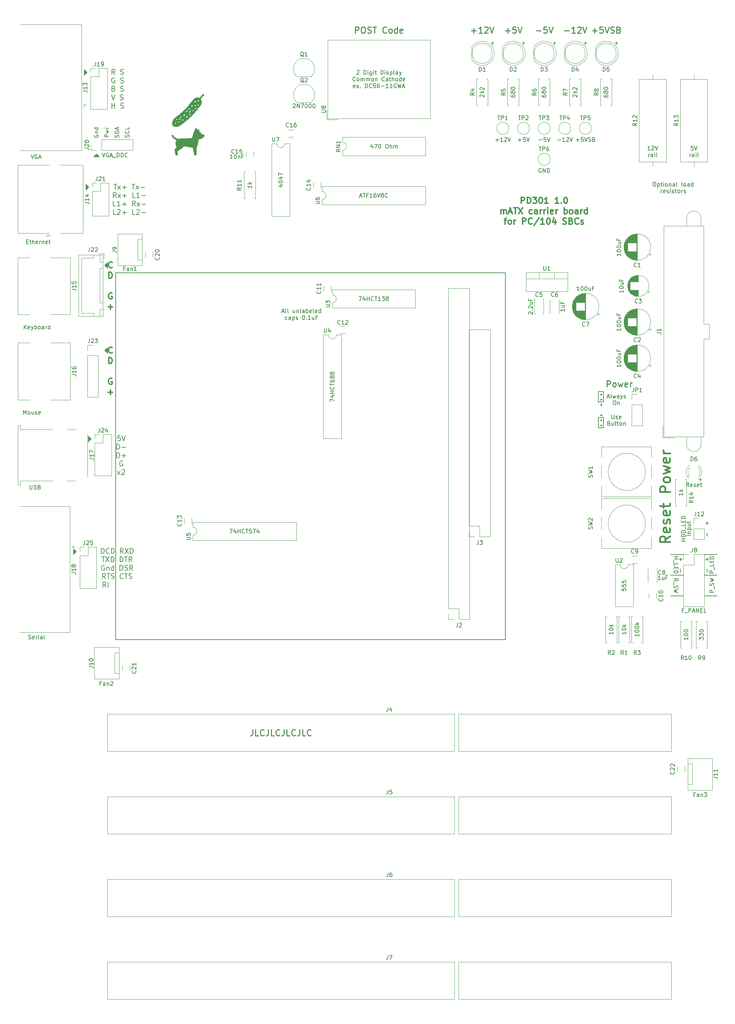
<source format=gbr>
%TF.GenerationSoftware,KiCad,Pcbnew,(5.1.10)-1*%
%TF.CreationDate,2021-09-07T03:02:04-07:00*%
%TF.ProjectId,matx-pc104,6d617478-2d70-4633-9130-342e6b696361,rev?*%
%TF.SameCoordinates,PX18392c0PYda028c0*%
%TF.FileFunction,Legend,Top*%
%TF.FilePolarity,Positive*%
%FSLAX46Y46*%
G04 Gerber Fmt 4.6, Leading zero omitted, Abs format (unit mm)*
G04 Created by KiCad (PCBNEW (5.1.10)-1) date 2021-09-07 03:02:04*
%MOMM*%
%LPD*%
G01*
G04 APERTURE LIST*
%ADD10C,0.250000*%
%ADD11C,0.150000*%
%ADD12C,0.200000*%
%ADD13C,0.300000*%
%ADD14C,0.100000*%
%ADD15C,0.381000*%
%ADD16C,0.120000*%
%ADD17C,0.010000*%
%ADD18C,0.400000*%
G04 APERTURE END LIST*
D10*
X46411428Y33841429D02*
X46411428Y32770000D01*
X46340000Y32555715D01*
X46197142Y32412858D01*
X45982857Y32341429D01*
X45840000Y32341429D01*
X47840000Y32341429D02*
X47125714Y32341429D01*
X47125714Y33841429D01*
X49197142Y32484286D02*
X49125714Y32412858D01*
X48911428Y32341429D01*
X48768571Y32341429D01*
X48554285Y32412858D01*
X48411428Y32555715D01*
X48340000Y32698572D01*
X48268571Y32984286D01*
X48268571Y33198572D01*
X48340000Y33484286D01*
X48411428Y33627143D01*
X48554285Y33770000D01*
X48768571Y33841429D01*
X48911428Y33841429D01*
X49125714Y33770000D01*
X49197142Y33698572D01*
X50268571Y33841429D02*
X50268571Y32770000D01*
X50197142Y32555715D01*
X50054285Y32412858D01*
X49840000Y32341429D01*
X49697142Y32341429D01*
X51697142Y32341429D02*
X50982857Y32341429D01*
X50982857Y33841429D01*
X53054285Y32484286D02*
X52982857Y32412858D01*
X52768571Y32341429D01*
X52625714Y32341429D01*
X52411428Y32412858D01*
X52268571Y32555715D01*
X52197142Y32698572D01*
X52125714Y32984286D01*
X52125714Y33198572D01*
X52197142Y33484286D01*
X52268571Y33627143D01*
X52411428Y33770000D01*
X52625714Y33841429D01*
X52768571Y33841429D01*
X52982857Y33770000D01*
X53054285Y33698572D01*
X54125714Y33841429D02*
X54125714Y32770000D01*
X54054285Y32555715D01*
X53911428Y32412858D01*
X53697142Y32341429D01*
X53554285Y32341429D01*
X55554285Y32341429D02*
X54840000Y32341429D01*
X54840000Y33841429D01*
X56911428Y32484286D02*
X56840000Y32412858D01*
X56625714Y32341429D01*
X56482857Y32341429D01*
X56268571Y32412858D01*
X56125714Y32555715D01*
X56054285Y32698572D01*
X55982857Y32984286D01*
X55982857Y33198572D01*
X56054285Y33484286D01*
X56125714Y33627143D01*
X56268571Y33770000D01*
X56482857Y33841429D01*
X56625714Y33841429D01*
X56840000Y33770000D01*
X56911428Y33698572D01*
X57982857Y33841429D02*
X57982857Y32770000D01*
X57911428Y32555715D01*
X57768571Y32412858D01*
X57554285Y32341429D01*
X57411428Y32341429D01*
X59411428Y32341429D02*
X58697142Y32341429D01*
X58697142Y33841429D01*
X60768571Y32484286D02*
X60697142Y32412858D01*
X60482857Y32341429D01*
X60340000Y32341429D01*
X60125714Y32412858D01*
X59982857Y32555715D01*
X59911428Y32698572D01*
X59840000Y32984286D01*
X59840000Y33198572D01*
X59911428Y33484286D01*
X59982857Y33627143D01*
X60125714Y33770000D01*
X60340000Y33841429D01*
X60482857Y33841429D01*
X60697142Y33770000D01*
X60768571Y33698572D01*
X133560714Y118066429D02*
X133560714Y119566429D01*
X134132142Y119566429D01*
X134275000Y119495000D01*
X134346428Y119423572D01*
X134417857Y119280715D01*
X134417857Y119066429D01*
X134346428Y118923572D01*
X134275000Y118852143D01*
X134132142Y118780715D01*
X133560714Y118780715D01*
X135275000Y118066429D02*
X135132142Y118137858D01*
X135060714Y118209286D01*
X134989285Y118352143D01*
X134989285Y118780715D01*
X135060714Y118923572D01*
X135132142Y118995000D01*
X135275000Y119066429D01*
X135489285Y119066429D01*
X135632142Y118995000D01*
X135703571Y118923572D01*
X135775000Y118780715D01*
X135775000Y118352143D01*
X135703571Y118209286D01*
X135632142Y118137858D01*
X135489285Y118066429D01*
X135275000Y118066429D01*
X136275000Y119066429D02*
X136560714Y118066429D01*
X136846428Y118780715D01*
X137132142Y118066429D01*
X137417857Y119066429D01*
X138560714Y118137858D02*
X138417857Y118066429D01*
X138132142Y118066429D01*
X137989285Y118137858D01*
X137917857Y118280715D01*
X137917857Y118852143D01*
X137989285Y118995000D01*
X138132142Y119066429D01*
X138417857Y119066429D01*
X138560714Y118995000D01*
X138632142Y118852143D01*
X138632142Y118709286D01*
X137917857Y118566429D01*
X139275000Y118066429D02*
X139275000Y119066429D01*
X139275000Y118780715D02*
X139346428Y118923572D01*
X139417857Y118995000D01*
X139560714Y119066429D01*
X139703571Y119066429D01*
D11*
X154749523Y177267620D02*
X154273333Y177267620D01*
X154225714Y176791429D01*
X154273333Y176839048D01*
X154368571Y176886667D01*
X154606666Y176886667D01*
X154701904Y176839048D01*
X154749523Y176791429D01*
X154797142Y176696191D01*
X154797142Y176458096D01*
X154749523Y176362858D01*
X154701904Y176315239D01*
X154606666Y176267620D01*
X154368571Y176267620D01*
X154273333Y176315239D01*
X154225714Y176362858D01*
X155082857Y177267620D02*
X155416190Y176267620D01*
X155749523Y177267620D01*
X153916190Y174617620D02*
X153916190Y175284286D01*
X153916190Y175093810D02*
X153963809Y175189048D01*
X154011428Y175236667D01*
X154106666Y175284286D01*
X154201904Y175284286D01*
X154963809Y174617620D02*
X154963809Y175141429D01*
X154916190Y175236667D01*
X154820952Y175284286D01*
X154630476Y175284286D01*
X154535238Y175236667D01*
X154963809Y174665239D02*
X154868571Y174617620D01*
X154630476Y174617620D01*
X154535238Y174665239D01*
X154487619Y174760477D01*
X154487619Y174855715D01*
X154535238Y174950953D01*
X154630476Y174998572D01*
X154868571Y174998572D01*
X154963809Y175046191D01*
X155440000Y174617620D02*
X155440000Y175284286D01*
X155440000Y175617620D02*
X155392380Y175570000D01*
X155440000Y175522381D01*
X155487619Y175570000D01*
X155440000Y175617620D01*
X155440000Y175522381D01*
X156059047Y174617620D02*
X155963809Y174665239D01*
X155916190Y174760477D01*
X155916190Y175617620D01*
X144160952Y176267620D02*
X143589523Y176267620D01*
X143875238Y176267620D02*
X143875238Y177267620D01*
X143780000Y177124762D01*
X143684761Y177029524D01*
X143589523Y176981905D01*
X144541904Y177172381D02*
X144589523Y177220000D01*
X144684761Y177267620D01*
X144922857Y177267620D01*
X145018095Y177220000D01*
X145065714Y177172381D01*
X145113333Y177077143D01*
X145113333Y176981905D01*
X145065714Y176839048D01*
X144494285Y176267620D01*
X145113333Y176267620D01*
X145399047Y177267620D02*
X145732380Y176267620D01*
X146065714Y177267620D01*
X143756190Y174617620D02*
X143756190Y175284286D01*
X143756190Y175093810D02*
X143803809Y175189048D01*
X143851428Y175236667D01*
X143946666Y175284286D01*
X144041904Y175284286D01*
X144803809Y174617620D02*
X144803809Y175141429D01*
X144756190Y175236667D01*
X144660952Y175284286D01*
X144470476Y175284286D01*
X144375238Y175236667D01*
X144803809Y174665239D02*
X144708571Y174617620D01*
X144470476Y174617620D01*
X144375238Y174665239D01*
X144327619Y174760477D01*
X144327619Y174855715D01*
X144375238Y174950953D01*
X144470476Y174998572D01*
X144708571Y174998572D01*
X144803809Y175046191D01*
X145280000Y174617620D02*
X145280000Y175284286D01*
X145280000Y175617620D02*
X145232380Y175570000D01*
X145280000Y175522381D01*
X145327619Y175570000D01*
X145280000Y175617620D01*
X145280000Y175522381D01*
X145899047Y174617620D02*
X145803809Y174665239D01*
X145756190Y174760477D01*
X145756190Y175617620D01*
X156527500Y95567500D02*
X156527500Y94932500D01*
X156210000Y95250000D02*
X156845000Y95250000D01*
D12*
X9182190Y77117524D02*
X9182190Y78367524D01*
X9479809Y78367524D01*
X9658380Y78308000D01*
X9777428Y78188953D01*
X9836952Y78069905D01*
X9896476Y77831810D01*
X9896476Y77653239D01*
X9836952Y77415143D01*
X9777428Y77296096D01*
X9658380Y77177048D01*
X9479809Y77117524D01*
X9182190Y77117524D01*
X11146476Y77236572D02*
X11086952Y77177048D01*
X10908380Y77117524D01*
X10789333Y77117524D01*
X10610761Y77177048D01*
X10491714Y77296096D01*
X10432190Y77415143D01*
X10372666Y77653239D01*
X10372666Y77831810D01*
X10432190Y78069905D01*
X10491714Y78188953D01*
X10610761Y78308000D01*
X10789333Y78367524D01*
X10908380Y78367524D01*
X11086952Y78308000D01*
X11146476Y78248477D01*
X11682190Y77117524D02*
X11682190Y78367524D01*
X11979809Y78367524D01*
X12158380Y78308000D01*
X12277428Y78188953D01*
X12336952Y78069905D01*
X12396476Y77831810D01*
X12396476Y77653239D01*
X12336952Y77415143D01*
X12277428Y77296096D01*
X12158380Y77177048D01*
X11979809Y77117524D01*
X11682190Y77117524D01*
X14598857Y77117524D02*
X14182190Y77712762D01*
X13884571Y77117524D02*
X13884571Y78367524D01*
X14360761Y78367524D01*
X14479809Y78308000D01*
X14539333Y78248477D01*
X14598857Y78129429D01*
X14598857Y77950858D01*
X14539333Y77831810D01*
X14479809Y77772286D01*
X14360761Y77712762D01*
X13884571Y77712762D01*
X15015523Y78367524D02*
X15848857Y77117524D01*
X15848857Y78367524D02*
X15015523Y77117524D01*
X16325047Y77117524D02*
X16325047Y78367524D01*
X16622666Y78367524D01*
X16801238Y78308000D01*
X16920285Y78188953D01*
X16979809Y78069905D01*
X17039333Y77831810D01*
X17039333Y77653239D01*
X16979809Y77415143D01*
X16920285Y77296096D01*
X16801238Y77177048D01*
X16622666Y77117524D01*
X16325047Y77117524D01*
X9301238Y76292524D02*
X10015523Y76292524D01*
X9658380Y75042524D02*
X9658380Y76292524D01*
X10313142Y76292524D02*
X11146476Y75042524D01*
X11146476Y76292524D02*
X10313142Y75042524D01*
X11622666Y75042524D02*
X11622666Y76292524D01*
X11920285Y76292524D01*
X12098857Y76233000D01*
X12217904Y76113953D01*
X12277428Y75994905D01*
X12336952Y75756810D01*
X12336952Y75578239D01*
X12277428Y75340143D01*
X12217904Y75221096D01*
X12098857Y75102048D01*
X11920285Y75042524D01*
X11622666Y75042524D01*
X13825047Y75042524D02*
X13825047Y76292524D01*
X14122666Y76292524D01*
X14301238Y76233000D01*
X14420285Y76113953D01*
X14479809Y75994905D01*
X14539333Y75756810D01*
X14539333Y75578239D01*
X14479809Y75340143D01*
X14420285Y75221096D01*
X14301238Y75102048D01*
X14122666Y75042524D01*
X13825047Y75042524D01*
X14896476Y76292524D02*
X15610761Y76292524D01*
X15253619Y75042524D02*
X15253619Y76292524D01*
X16741714Y75042524D02*
X16325047Y75637762D01*
X16027428Y75042524D02*
X16027428Y76292524D01*
X16503619Y76292524D01*
X16622666Y76233000D01*
X16682190Y76173477D01*
X16741714Y76054429D01*
X16741714Y75875858D01*
X16682190Y75756810D01*
X16622666Y75697286D01*
X16503619Y75637762D01*
X16027428Y75637762D01*
X9956000Y74158000D02*
X9836952Y74217524D01*
X9658380Y74217524D01*
X9479809Y74158000D01*
X9360761Y74038953D01*
X9301238Y73919905D01*
X9241714Y73681810D01*
X9241714Y73503239D01*
X9301238Y73265143D01*
X9360761Y73146096D01*
X9479809Y73027048D01*
X9658380Y72967524D01*
X9777428Y72967524D01*
X9956000Y73027048D01*
X10015523Y73086572D01*
X10015523Y73503239D01*
X9777428Y73503239D01*
X10551238Y73800858D02*
X10551238Y72967524D01*
X10551238Y73681810D02*
X10610761Y73741334D01*
X10729809Y73800858D01*
X10908380Y73800858D01*
X11027428Y73741334D01*
X11086952Y73622286D01*
X11086952Y72967524D01*
X12217904Y72967524D02*
X12217904Y74217524D01*
X12217904Y73027048D02*
X12098857Y72967524D01*
X11860761Y72967524D01*
X11741714Y73027048D01*
X11682190Y73086572D01*
X11622666Y73205620D01*
X11622666Y73562762D01*
X11682190Y73681810D01*
X11741714Y73741334D01*
X11860761Y73800858D01*
X12098857Y73800858D01*
X12217904Y73741334D01*
X13765523Y72967524D02*
X13765523Y74217524D01*
X14063142Y74217524D01*
X14241714Y74158000D01*
X14360761Y74038953D01*
X14420285Y73919905D01*
X14479809Y73681810D01*
X14479809Y73503239D01*
X14420285Y73265143D01*
X14360761Y73146096D01*
X14241714Y73027048D01*
X14063142Y72967524D01*
X13765523Y72967524D01*
X14956000Y73027048D02*
X15134571Y72967524D01*
X15432190Y72967524D01*
X15551238Y73027048D01*
X15610761Y73086572D01*
X15670285Y73205620D01*
X15670285Y73324667D01*
X15610761Y73443715D01*
X15551238Y73503239D01*
X15432190Y73562762D01*
X15194095Y73622286D01*
X15075047Y73681810D01*
X15015523Y73741334D01*
X14956000Y73860381D01*
X14956000Y73979429D01*
X15015523Y74098477D01*
X15075047Y74158000D01*
X15194095Y74217524D01*
X15491714Y74217524D01*
X15670285Y74158000D01*
X16920285Y72967524D02*
X16503619Y73562762D01*
X16206000Y72967524D02*
X16206000Y74217524D01*
X16682190Y74217524D01*
X16801238Y74158000D01*
X16860761Y74098477D01*
X16920285Y73979429D01*
X16920285Y73800858D01*
X16860761Y73681810D01*
X16801238Y73622286D01*
X16682190Y73562762D01*
X16206000Y73562762D01*
X10223857Y70892524D02*
X9807190Y71487762D01*
X9509571Y70892524D02*
X9509571Y72142524D01*
X9985761Y72142524D01*
X10104809Y72083000D01*
X10164333Y72023477D01*
X10223857Y71904429D01*
X10223857Y71725858D01*
X10164333Y71606810D01*
X10104809Y71547286D01*
X9985761Y71487762D01*
X9509571Y71487762D01*
X10581000Y72142524D02*
X11295285Y72142524D01*
X10938142Y70892524D02*
X10938142Y72142524D01*
X11652428Y70952048D02*
X11831000Y70892524D01*
X12128619Y70892524D01*
X12247666Y70952048D01*
X12307190Y71011572D01*
X12366714Y71130620D01*
X12366714Y71249667D01*
X12307190Y71368715D01*
X12247666Y71428239D01*
X12128619Y71487762D01*
X11890523Y71547286D01*
X11771476Y71606810D01*
X11711952Y71666334D01*
X11652428Y71785381D01*
X11652428Y71904429D01*
X11711952Y72023477D01*
X11771476Y72083000D01*
X11890523Y72142524D01*
X12188142Y72142524D01*
X12366714Y72083000D01*
X14569095Y71011572D02*
X14509571Y70952048D01*
X14331000Y70892524D01*
X14211952Y70892524D01*
X14033380Y70952048D01*
X13914333Y71071096D01*
X13854809Y71190143D01*
X13795285Y71428239D01*
X13795285Y71606810D01*
X13854809Y71844905D01*
X13914333Y71963953D01*
X14033380Y72083000D01*
X14211952Y72142524D01*
X14331000Y72142524D01*
X14509571Y72083000D01*
X14569095Y72023477D01*
X14926238Y72142524D02*
X15640523Y72142524D01*
X15283380Y70892524D02*
X15283380Y72142524D01*
X15997666Y70952048D02*
X16176238Y70892524D01*
X16473857Y70892524D01*
X16592904Y70952048D01*
X16652428Y71011572D01*
X16711952Y71130620D01*
X16711952Y71249667D01*
X16652428Y71368715D01*
X16592904Y71428239D01*
X16473857Y71487762D01*
X16235761Y71547286D01*
X16116714Y71606810D01*
X16057190Y71666334D01*
X15997666Y71785381D01*
X15997666Y71904429D01*
X16057190Y72023477D01*
X16116714Y72083000D01*
X16235761Y72142524D01*
X16533380Y72142524D01*
X16711952Y72083000D01*
X10313142Y68817524D02*
X9896476Y69412762D01*
X9598857Y68817524D02*
X9598857Y70067524D01*
X10075047Y70067524D01*
X10194095Y70008000D01*
X10253619Y69948477D01*
X10313142Y69829429D01*
X10313142Y69650858D01*
X10253619Y69531810D01*
X10194095Y69472286D01*
X10075047Y69412762D01*
X9598857Y69412762D01*
X10848857Y68817524D02*
X10848857Y70067524D01*
X13858904Y106053524D02*
X13263666Y106053524D01*
X13204142Y105458286D01*
X13263666Y105517810D01*
X13382714Y105577334D01*
X13680333Y105577334D01*
X13799380Y105517810D01*
X13858904Y105458286D01*
X13918428Y105339239D01*
X13918428Y105041620D01*
X13858904Y104922572D01*
X13799380Y104863048D01*
X13680333Y104803524D01*
X13382714Y104803524D01*
X13263666Y104863048D01*
X13204142Y104922572D01*
X14275571Y106053524D02*
X14692238Y104803524D01*
X15108904Y106053524D01*
X12995809Y102728524D02*
X12995809Y103978524D01*
X13293428Y103978524D01*
X13472000Y103919000D01*
X13591047Y103799953D01*
X13650571Y103680905D01*
X13710095Y103442810D01*
X13710095Y103264239D01*
X13650571Y103026143D01*
X13591047Y102907096D01*
X13472000Y102788048D01*
X13293428Y102728524D01*
X12995809Y102728524D01*
X14245809Y103204715D02*
X15198190Y103204715D01*
X12995809Y100653524D02*
X12995809Y101903524D01*
X13293428Y101903524D01*
X13472000Y101844000D01*
X13591047Y101724953D01*
X13650571Y101605905D01*
X13710095Y101367810D01*
X13710095Y101189239D01*
X13650571Y100951143D01*
X13591047Y100832096D01*
X13472000Y100713048D01*
X13293428Y100653524D01*
X12995809Y100653524D01*
X14245809Y101129715D02*
X15198190Y101129715D01*
X14722000Y100653524D02*
X14722000Y101605905D01*
X14424380Y99769000D02*
X14305333Y99828524D01*
X14126761Y99828524D01*
X13948190Y99769000D01*
X13829142Y99649953D01*
X13769619Y99530905D01*
X13710095Y99292810D01*
X13710095Y99114239D01*
X13769619Y98876143D01*
X13829142Y98757096D01*
X13948190Y98638048D01*
X14126761Y98578524D01*
X14245809Y98578524D01*
X14424380Y98638048D01*
X14483904Y98697572D01*
X14483904Y99114239D01*
X14245809Y99114239D01*
X13174380Y96503524D02*
X13829142Y97336858D01*
X13174380Y97336858D02*
X13829142Y96503524D01*
X14245809Y97634477D02*
X14305333Y97694000D01*
X14424380Y97753524D01*
X14722000Y97753524D01*
X14841047Y97694000D01*
X14900571Y97634477D01*
X14960095Y97515429D01*
X14960095Y97396381D01*
X14900571Y97217810D01*
X14186285Y96503524D01*
X14960095Y96503524D01*
D13*
X11894285Y126484286D02*
X11822857Y126412858D01*
X11608571Y126341429D01*
X11465714Y126341429D01*
X11251428Y126412858D01*
X11108571Y126555715D01*
X11037142Y126698572D01*
X10965714Y126984286D01*
X10965714Y127198572D01*
X11037142Y127484286D01*
X11108571Y127627143D01*
X11251428Y127770000D01*
X11465714Y127841429D01*
X11608571Y127841429D01*
X11822857Y127770000D01*
X11894285Y127698572D01*
X11037142Y123791429D02*
X11037142Y125291429D01*
X11394285Y125291429D01*
X11608571Y125220000D01*
X11751428Y125077143D01*
X11822857Y124934286D01*
X11894285Y124648572D01*
X11894285Y124434286D01*
X11822857Y124148572D01*
X11751428Y124005715D01*
X11608571Y123862858D01*
X11394285Y123791429D01*
X11037142Y123791429D01*
X11822857Y120120000D02*
X11680000Y120191429D01*
X11465714Y120191429D01*
X11251428Y120120000D01*
X11108571Y119977143D01*
X11037142Y119834286D01*
X10965714Y119548572D01*
X10965714Y119334286D01*
X11037142Y119048572D01*
X11108571Y118905715D01*
X11251428Y118762858D01*
X11465714Y118691429D01*
X11608571Y118691429D01*
X11822857Y118762858D01*
X11894285Y118834286D01*
X11894285Y119334286D01*
X11608571Y119334286D01*
X10858571Y116712858D02*
X12001428Y116712858D01*
X11430000Y116141429D02*
X11430000Y117284286D01*
X11894285Y147439286D02*
X11822857Y147367858D01*
X11608571Y147296429D01*
X11465714Y147296429D01*
X11251428Y147367858D01*
X11108571Y147510715D01*
X11037142Y147653572D01*
X10965714Y147939286D01*
X10965714Y148153572D01*
X11037142Y148439286D01*
X11108571Y148582143D01*
X11251428Y148725000D01*
X11465714Y148796429D01*
X11608571Y148796429D01*
X11822857Y148725000D01*
X11894285Y148653572D01*
X11037142Y144746429D02*
X11037142Y146246429D01*
X11394285Y146246429D01*
X11608571Y146175000D01*
X11751428Y146032143D01*
X11822857Y145889286D01*
X11894285Y145603572D01*
X11894285Y145389286D01*
X11822857Y145103572D01*
X11751428Y144960715D01*
X11608571Y144817858D01*
X11394285Y144746429D01*
X11037142Y144746429D01*
X11822857Y141075000D02*
X11680000Y141146429D01*
X11465714Y141146429D01*
X11251428Y141075000D01*
X11108571Y140932143D01*
X11037142Y140789286D01*
X10965714Y140503572D01*
X10965714Y140289286D01*
X11037142Y140003572D01*
X11108571Y139860715D01*
X11251428Y139717858D01*
X11465714Y139646429D01*
X11608571Y139646429D01*
X11822857Y139717858D01*
X11894285Y139789286D01*
X11894285Y140289286D01*
X11608571Y140289286D01*
X10858571Y137667858D02*
X12001428Y137667858D01*
X11430000Y137096429D02*
X11430000Y138239286D01*
D12*
X12259952Y167881024D02*
X12974238Y167881024D01*
X12617095Y166631024D02*
X12617095Y167881024D01*
X13271857Y166631024D02*
X13926619Y167464358D01*
X13271857Y167464358D02*
X13926619Y166631024D01*
X14402809Y167107215D02*
X15355190Y167107215D01*
X14879000Y166631024D02*
X14879000Y167583405D01*
X16724238Y167881024D02*
X17438523Y167881024D01*
X17081380Y166631024D02*
X17081380Y167881024D01*
X17736142Y166631024D02*
X18390904Y167464358D01*
X17736142Y167464358D02*
X18390904Y166631024D01*
X18867095Y167107215D02*
X19819476Y167107215D01*
X12884952Y164556024D02*
X12468285Y165151262D01*
X12170666Y164556024D02*
X12170666Y165806024D01*
X12646857Y165806024D01*
X12765904Y165746500D01*
X12825428Y165686977D01*
X12884952Y165567929D01*
X12884952Y165389358D01*
X12825428Y165270310D01*
X12765904Y165210786D01*
X12646857Y165151262D01*
X12170666Y165151262D01*
X13301619Y164556024D02*
X13956380Y165389358D01*
X13301619Y165389358D02*
X13956380Y164556024D01*
X14432571Y165032215D02*
X15384952Y165032215D01*
X14908761Y164556024D02*
X14908761Y165508405D01*
X17527809Y164556024D02*
X16932571Y164556024D01*
X16932571Y165806024D01*
X18599238Y164556024D02*
X17884952Y164556024D01*
X18242095Y164556024D02*
X18242095Y165806024D01*
X18123047Y165627453D01*
X18004000Y165508405D01*
X17884952Y165448881D01*
X19134952Y165032215D02*
X20087333Y165032215D01*
X12765904Y162481024D02*
X12170666Y162481024D01*
X12170666Y163731024D01*
X13837333Y162481024D02*
X13123047Y162481024D01*
X13480190Y162481024D02*
X13480190Y163731024D01*
X13361142Y163552453D01*
X13242095Y163433405D01*
X13123047Y163373881D01*
X14373047Y162957215D02*
X15325428Y162957215D01*
X14849238Y162481024D02*
X14849238Y163433405D01*
X17587333Y162481024D02*
X17170666Y163076262D01*
X16873047Y162481024D02*
X16873047Y163731024D01*
X17349238Y163731024D01*
X17468285Y163671500D01*
X17527809Y163611977D01*
X17587333Y163492929D01*
X17587333Y163314358D01*
X17527809Y163195310D01*
X17468285Y163135786D01*
X17349238Y163076262D01*
X16873047Y163076262D01*
X18004000Y162481024D02*
X18658761Y163314358D01*
X18004000Y163314358D02*
X18658761Y162481024D01*
X19134952Y162957215D02*
X20087333Y162957215D01*
X12795666Y160406024D02*
X12200428Y160406024D01*
X12200428Y161656024D01*
X13152809Y161536977D02*
X13212333Y161596500D01*
X13331380Y161656024D01*
X13629000Y161656024D01*
X13748047Y161596500D01*
X13807571Y161536977D01*
X13867095Y161417929D01*
X13867095Y161298881D01*
X13807571Y161120310D01*
X13093285Y160406024D01*
X13867095Y160406024D01*
X14402809Y160882215D02*
X15355190Y160882215D01*
X14879000Y160406024D02*
X14879000Y161358405D01*
X17498047Y160406024D02*
X16902809Y160406024D01*
X16902809Y161656024D01*
X17855190Y161536977D02*
X17914714Y161596500D01*
X18033761Y161656024D01*
X18331380Y161656024D01*
X18450428Y161596500D01*
X18509952Y161536977D01*
X18569476Y161417929D01*
X18569476Y161298881D01*
X18509952Y161120310D01*
X17795666Y160406024D01*
X18569476Y160406024D01*
X19105190Y160882215D02*
X20057571Y160882215D01*
D11*
X16025761Y179403524D02*
X16073380Y179546381D01*
X16073380Y179784477D01*
X16025761Y179879715D01*
X15978142Y179927334D01*
X15882904Y179974953D01*
X15787666Y179974953D01*
X15692428Y179927334D01*
X15644809Y179879715D01*
X15597190Y179784477D01*
X15549571Y179594000D01*
X15501952Y179498762D01*
X15454333Y179451143D01*
X15359095Y179403524D01*
X15263857Y179403524D01*
X15168619Y179451143D01*
X15121000Y179498762D01*
X15073380Y179594000D01*
X15073380Y179832096D01*
X15121000Y179974953D01*
X15978142Y180974953D02*
X16025761Y180927334D01*
X16073380Y180784477D01*
X16073380Y180689239D01*
X16025761Y180546381D01*
X15930523Y180451143D01*
X15835285Y180403524D01*
X15644809Y180355905D01*
X15501952Y180355905D01*
X15311476Y180403524D01*
X15216238Y180451143D01*
X15121000Y180546381D01*
X15073380Y180689239D01*
X15073380Y180784477D01*
X15121000Y180927334D01*
X15168619Y180974953D01*
X16073380Y181879715D02*
X16073380Y181403524D01*
X15073380Y181403524D01*
X13485761Y179379715D02*
X13533380Y179522572D01*
X13533380Y179760667D01*
X13485761Y179855905D01*
X13438142Y179903524D01*
X13342904Y179951143D01*
X13247666Y179951143D01*
X13152428Y179903524D01*
X13104809Y179855905D01*
X13057190Y179760667D01*
X13009571Y179570191D01*
X12961952Y179474953D01*
X12914333Y179427334D01*
X12819095Y179379715D01*
X12723857Y179379715D01*
X12628619Y179427334D01*
X12581000Y179474953D01*
X12533380Y179570191D01*
X12533380Y179808286D01*
X12581000Y179951143D01*
X13533380Y180379715D02*
X12533380Y180379715D01*
X12533380Y180617810D01*
X12581000Y180760667D01*
X12676238Y180855905D01*
X12771476Y180903524D01*
X12961952Y180951143D01*
X13104809Y180951143D01*
X13295285Y180903524D01*
X13390523Y180855905D01*
X13485761Y180760667D01*
X13533380Y180617810D01*
X13533380Y180379715D01*
X13247666Y181332096D02*
X13247666Y181808286D01*
X13533380Y181236858D02*
X12533380Y181570191D01*
X13533380Y181903524D01*
X10993380Y179498762D02*
X9993380Y179498762D01*
X9993380Y179879715D01*
X10041000Y179974953D01*
X10088619Y180022572D01*
X10183857Y180070191D01*
X10326714Y180070191D01*
X10421952Y180022572D01*
X10469571Y179974953D01*
X10517190Y179879715D01*
X10517190Y179498762D01*
X10326714Y180403524D02*
X10993380Y180594000D01*
X10517190Y180784477D01*
X10993380Y180974953D01*
X10326714Y181165429D01*
X10993380Y181546381D02*
X10326714Y181546381D01*
X10517190Y181546381D02*
X10421952Y181594000D01*
X10374333Y181641620D01*
X10326714Y181736858D01*
X10326714Y181832096D01*
X7501000Y179951143D02*
X7453380Y179855905D01*
X7453380Y179713048D01*
X7501000Y179570191D01*
X7596238Y179474953D01*
X7691476Y179427334D01*
X7881952Y179379715D01*
X8024809Y179379715D01*
X8215285Y179427334D01*
X8310523Y179474953D01*
X8405761Y179570191D01*
X8453380Y179713048D01*
X8453380Y179808286D01*
X8405761Y179951143D01*
X8358142Y179998762D01*
X8024809Y179998762D01*
X8024809Y179808286D01*
X7786714Y180427334D02*
X8453380Y180427334D01*
X7881952Y180427334D02*
X7834333Y180474953D01*
X7786714Y180570191D01*
X7786714Y180713048D01*
X7834333Y180808286D01*
X7929571Y180855905D01*
X8453380Y180855905D01*
X8453380Y181760667D02*
X7453380Y181760667D01*
X8405761Y181760667D02*
X8453380Y181665429D01*
X8453380Y181474953D01*
X8405761Y181379715D01*
X8358142Y181332096D01*
X8262904Y181284477D01*
X7977190Y181284477D01*
X7881952Y181332096D01*
X7834333Y181379715D01*
X7786714Y181474953D01*
X7786714Y181665429D01*
X7834333Y181760667D01*
D14*
G36*
X3048000Y77597000D02*
G01*
X2286000Y76835000D01*
X2286000Y78359000D01*
X3048000Y77597000D01*
G37*
X3048000Y77597000D02*
X2286000Y76835000D01*
X2286000Y78359000D01*
X3048000Y77597000D01*
G36*
X6731000Y105283000D02*
G01*
X5969000Y104521000D01*
X5969000Y106045000D01*
X6731000Y105283000D01*
G37*
X6731000Y105283000D02*
X5969000Y104521000D01*
X5969000Y106045000D01*
X6731000Y105283000D01*
G36*
X10668000Y126238000D02*
G01*
X9906000Y127000000D01*
X10668000Y127762000D01*
X10668000Y126238000D01*
G37*
X10668000Y126238000D02*
X9906000Y127000000D01*
X10668000Y127762000D01*
X10668000Y126238000D01*
G36*
X10668000Y147193000D02*
G01*
X9906000Y147955000D01*
X10668000Y148717000D01*
X10668000Y147193000D01*
G37*
X10668000Y147193000D02*
X9906000Y147955000D01*
X10668000Y148717000D01*
X10668000Y147193000D01*
G36*
X6096000Y167132000D02*
G01*
X5334000Y166370000D01*
X5334000Y167894000D01*
X6096000Y167132000D01*
G37*
X6096000Y167132000D02*
X5334000Y166370000D01*
X5334000Y167894000D01*
X6096000Y167132000D01*
G36*
X8763000Y174625000D02*
G01*
X7239000Y174625000D01*
X8001000Y175387000D01*
X8763000Y174625000D01*
G37*
X8763000Y174625000D02*
X7239000Y174625000D01*
X8001000Y175387000D01*
X8763000Y174625000D01*
G36*
X5715000Y195326000D02*
G01*
X4953000Y194564000D01*
X4953000Y196088000D01*
X5715000Y195326000D01*
G37*
X5715000Y195326000D02*
X4953000Y194564000D01*
X4953000Y196088000D01*
X5715000Y195326000D01*
D12*
X12523476Y194846524D02*
X12106809Y195441762D01*
X11809190Y194846524D02*
X11809190Y196096524D01*
X12285380Y196096524D01*
X12404428Y196037000D01*
X12463952Y195977477D01*
X12523476Y195858429D01*
X12523476Y195679858D01*
X12463952Y195560810D01*
X12404428Y195501286D01*
X12285380Y195441762D01*
X11809190Y195441762D01*
X13952047Y194906048D02*
X14130619Y194846524D01*
X14428238Y194846524D01*
X14547285Y194906048D01*
X14606809Y194965572D01*
X14666333Y195084620D01*
X14666333Y195203667D01*
X14606809Y195322715D01*
X14547285Y195382239D01*
X14428238Y195441762D01*
X14190142Y195501286D01*
X14071095Y195560810D01*
X14011571Y195620334D01*
X13952047Y195739381D01*
X13952047Y195858429D01*
X14011571Y195977477D01*
X14071095Y196037000D01*
X14190142Y196096524D01*
X14487761Y196096524D01*
X14666333Y196037000D01*
X12463952Y193962000D02*
X12344904Y194021524D01*
X12166333Y194021524D01*
X11987761Y193962000D01*
X11868714Y193842953D01*
X11809190Y193723905D01*
X11749666Y193485810D01*
X11749666Y193307239D01*
X11809190Y193069143D01*
X11868714Y192950096D01*
X11987761Y192831048D01*
X12166333Y192771524D01*
X12285380Y192771524D01*
X12463952Y192831048D01*
X12523476Y192890572D01*
X12523476Y193307239D01*
X12285380Y193307239D01*
X13952047Y192831048D02*
X14130619Y192771524D01*
X14428238Y192771524D01*
X14547285Y192831048D01*
X14606809Y192890572D01*
X14666333Y193009620D01*
X14666333Y193128667D01*
X14606809Y193247715D01*
X14547285Y193307239D01*
X14428238Y193366762D01*
X14190142Y193426286D01*
X14071095Y193485810D01*
X14011571Y193545334D01*
X13952047Y193664381D01*
X13952047Y193783429D01*
X14011571Y193902477D01*
X14071095Y193962000D01*
X14190142Y194021524D01*
X14487761Y194021524D01*
X14666333Y193962000D01*
X12225857Y191351286D02*
X12404428Y191291762D01*
X12463952Y191232239D01*
X12523476Y191113191D01*
X12523476Y190934620D01*
X12463952Y190815572D01*
X12404428Y190756048D01*
X12285380Y190696524D01*
X11809190Y190696524D01*
X11809190Y191946524D01*
X12225857Y191946524D01*
X12344904Y191887000D01*
X12404428Y191827477D01*
X12463952Y191708429D01*
X12463952Y191589381D01*
X12404428Y191470334D01*
X12344904Y191410810D01*
X12225857Y191351286D01*
X11809190Y191351286D01*
X13952047Y190756048D02*
X14130619Y190696524D01*
X14428238Y190696524D01*
X14547285Y190756048D01*
X14606809Y190815572D01*
X14666333Y190934620D01*
X14666333Y191053667D01*
X14606809Y191172715D01*
X14547285Y191232239D01*
X14428238Y191291762D01*
X14190142Y191351286D01*
X14071095Y191410810D01*
X14011571Y191470334D01*
X13952047Y191589381D01*
X13952047Y191708429D01*
X14011571Y191827477D01*
X14071095Y191887000D01*
X14190142Y191946524D01*
X14487761Y191946524D01*
X14666333Y191887000D01*
X11719904Y189871524D02*
X12136571Y188621524D01*
X12553238Y189871524D01*
X13862761Y188681048D02*
X14041333Y188621524D01*
X14338952Y188621524D01*
X14458000Y188681048D01*
X14517523Y188740572D01*
X14577047Y188859620D01*
X14577047Y188978667D01*
X14517523Y189097715D01*
X14458000Y189157239D01*
X14338952Y189216762D01*
X14100857Y189276286D01*
X13981809Y189335810D01*
X13922285Y189395334D01*
X13862761Y189514381D01*
X13862761Y189633429D01*
X13922285Y189752477D01*
X13981809Y189812000D01*
X14100857Y189871524D01*
X14398476Y189871524D01*
X14577047Y189812000D01*
X11779428Y186546524D02*
X11779428Y187796524D01*
X11779428Y187201286D02*
X12493714Y187201286D01*
X12493714Y186546524D02*
X12493714Y187796524D01*
X13981809Y186606048D02*
X14160380Y186546524D01*
X14458000Y186546524D01*
X14577047Y186606048D01*
X14636571Y186665572D01*
X14696095Y186784620D01*
X14696095Y186903667D01*
X14636571Y187022715D01*
X14577047Y187082239D01*
X14458000Y187141762D01*
X14219904Y187201286D01*
X14100857Y187260810D01*
X14041333Y187320334D01*
X13981809Y187439381D01*
X13981809Y187558429D01*
X14041333Y187677477D01*
X14100857Y187737000D01*
X14219904Y187796524D01*
X14517523Y187796524D01*
X14696095Y187737000D01*
D13*
X112467142Y163161429D02*
X112467142Y164661429D01*
X113038571Y164661429D01*
X113181428Y164590000D01*
X113252857Y164518572D01*
X113324285Y164375715D01*
X113324285Y164161429D01*
X113252857Y164018572D01*
X113181428Y163947143D01*
X113038571Y163875715D01*
X112467142Y163875715D01*
X113967142Y163161429D02*
X113967142Y164661429D01*
X114324285Y164661429D01*
X114538571Y164590000D01*
X114681428Y164447143D01*
X114752857Y164304286D01*
X114824285Y164018572D01*
X114824285Y163804286D01*
X114752857Y163518572D01*
X114681428Y163375715D01*
X114538571Y163232858D01*
X114324285Y163161429D01*
X113967142Y163161429D01*
X115324285Y164661429D02*
X116252857Y164661429D01*
X115752857Y164090000D01*
X115967142Y164090000D01*
X116110000Y164018572D01*
X116181428Y163947143D01*
X116252857Y163804286D01*
X116252857Y163447143D01*
X116181428Y163304286D01*
X116110000Y163232858D01*
X115967142Y163161429D01*
X115538571Y163161429D01*
X115395714Y163232858D01*
X115324285Y163304286D01*
X117181428Y164661429D02*
X117324285Y164661429D01*
X117467142Y164590000D01*
X117538571Y164518572D01*
X117610000Y164375715D01*
X117681428Y164090000D01*
X117681428Y163732858D01*
X117610000Y163447143D01*
X117538571Y163304286D01*
X117467142Y163232858D01*
X117324285Y163161429D01*
X117181428Y163161429D01*
X117038571Y163232858D01*
X116967142Y163304286D01*
X116895714Y163447143D01*
X116824285Y163732858D01*
X116824285Y164090000D01*
X116895714Y164375715D01*
X116967142Y164518572D01*
X117038571Y164590000D01*
X117181428Y164661429D01*
X119110000Y163161429D02*
X118252857Y163161429D01*
X118681428Y163161429D02*
X118681428Y164661429D01*
X118538571Y164447143D01*
X118395714Y164304286D01*
X118252857Y164232858D01*
X121681428Y163161429D02*
X120824285Y163161429D01*
X121252857Y163161429D02*
X121252857Y164661429D01*
X121110000Y164447143D01*
X120967142Y164304286D01*
X120824285Y164232858D01*
X122324285Y163304286D02*
X122395714Y163232858D01*
X122324285Y163161429D01*
X122252857Y163232858D01*
X122324285Y163304286D01*
X122324285Y163161429D01*
X123324285Y164661429D02*
X123467142Y164661429D01*
X123610000Y164590000D01*
X123681428Y164518572D01*
X123752857Y164375715D01*
X123824285Y164090000D01*
X123824285Y163732858D01*
X123752857Y163447143D01*
X123681428Y163304286D01*
X123610000Y163232858D01*
X123467142Y163161429D01*
X123324285Y163161429D01*
X123181428Y163232858D01*
X123110000Y163304286D01*
X123038571Y163447143D01*
X122967142Y163732858D01*
X122967142Y164090000D01*
X123038571Y164375715D01*
X123110000Y164518572D01*
X123181428Y164590000D01*
X123324285Y164661429D01*
X107502857Y160611429D02*
X107502857Y161611429D01*
X107502857Y161468572D02*
X107574285Y161540000D01*
X107717142Y161611429D01*
X107931428Y161611429D01*
X108074285Y161540000D01*
X108145714Y161397143D01*
X108145714Y160611429D01*
X108145714Y161397143D02*
X108217142Y161540000D01*
X108360000Y161611429D01*
X108574285Y161611429D01*
X108717142Y161540000D01*
X108788571Y161397143D01*
X108788571Y160611429D01*
X109431428Y161040000D02*
X110145714Y161040000D01*
X109288571Y160611429D02*
X109788571Y162111429D01*
X110288571Y160611429D01*
X110574285Y162111429D02*
X111431428Y162111429D01*
X111002857Y160611429D02*
X111002857Y162111429D01*
X111788571Y162111429D02*
X112788571Y160611429D01*
X112788571Y162111429D02*
X111788571Y160611429D01*
X115145714Y160682858D02*
X115002857Y160611429D01*
X114717142Y160611429D01*
X114574285Y160682858D01*
X114502857Y160754286D01*
X114431428Y160897143D01*
X114431428Y161325715D01*
X114502857Y161468572D01*
X114574285Y161540000D01*
X114717142Y161611429D01*
X115002857Y161611429D01*
X115145714Y161540000D01*
X116431428Y160611429D02*
X116431428Y161397143D01*
X116360000Y161540000D01*
X116217142Y161611429D01*
X115931428Y161611429D01*
X115788571Y161540000D01*
X116431428Y160682858D02*
X116288571Y160611429D01*
X115931428Y160611429D01*
X115788571Y160682858D01*
X115717142Y160825715D01*
X115717142Y160968572D01*
X115788571Y161111429D01*
X115931428Y161182858D01*
X116288571Y161182858D01*
X116431428Y161254286D01*
X117145714Y160611429D02*
X117145714Y161611429D01*
X117145714Y161325715D02*
X117217142Y161468572D01*
X117288571Y161540000D01*
X117431428Y161611429D01*
X117574285Y161611429D01*
X118074285Y160611429D02*
X118074285Y161611429D01*
X118074285Y161325715D02*
X118145714Y161468572D01*
X118217142Y161540000D01*
X118360000Y161611429D01*
X118502857Y161611429D01*
X119002857Y160611429D02*
X119002857Y161611429D01*
X119002857Y162111429D02*
X118931428Y162040000D01*
X119002857Y161968572D01*
X119074285Y162040000D01*
X119002857Y162111429D01*
X119002857Y161968572D01*
X120288571Y160682858D02*
X120145714Y160611429D01*
X119860000Y160611429D01*
X119717142Y160682858D01*
X119645714Y160825715D01*
X119645714Y161397143D01*
X119717142Y161540000D01*
X119860000Y161611429D01*
X120145714Y161611429D01*
X120288571Y161540000D01*
X120360000Y161397143D01*
X120360000Y161254286D01*
X119645714Y161111429D01*
X121002857Y160611429D02*
X121002857Y161611429D01*
X121002857Y161325715D02*
X121074285Y161468572D01*
X121145714Y161540000D01*
X121288571Y161611429D01*
X121431428Y161611429D01*
X123074285Y160611429D02*
X123074285Y162111429D01*
X123074285Y161540000D02*
X123217142Y161611429D01*
X123502857Y161611429D01*
X123645714Y161540000D01*
X123717142Y161468572D01*
X123788571Y161325715D01*
X123788571Y160897143D01*
X123717142Y160754286D01*
X123645714Y160682858D01*
X123502857Y160611429D01*
X123217142Y160611429D01*
X123074285Y160682858D01*
X124645714Y160611429D02*
X124502857Y160682858D01*
X124431428Y160754286D01*
X124360000Y160897143D01*
X124360000Y161325715D01*
X124431428Y161468572D01*
X124502857Y161540000D01*
X124645714Y161611429D01*
X124860000Y161611429D01*
X125002857Y161540000D01*
X125074285Y161468572D01*
X125145714Y161325715D01*
X125145714Y160897143D01*
X125074285Y160754286D01*
X125002857Y160682858D01*
X124860000Y160611429D01*
X124645714Y160611429D01*
X126431428Y160611429D02*
X126431428Y161397143D01*
X126360000Y161540000D01*
X126217142Y161611429D01*
X125931428Y161611429D01*
X125788571Y161540000D01*
X126431428Y160682858D02*
X126288571Y160611429D01*
X125931428Y160611429D01*
X125788571Y160682858D01*
X125717142Y160825715D01*
X125717142Y160968572D01*
X125788571Y161111429D01*
X125931428Y161182858D01*
X126288571Y161182858D01*
X126431428Y161254286D01*
X127145714Y160611429D02*
X127145714Y161611429D01*
X127145714Y161325715D02*
X127217142Y161468572D01*
X127288571Y161540000D01*
X127431428Y161611429D01*
X127574285Y161611429D01*
X128717142Y160611429D02*
X128717142Y162111429D01*
X128717142Y160682858D02*
X128574285Y160611429D01*
X128288571Y160611429D01*
X128145714Y160682858D01*
X128074285Y160754286D01*
X128002857Y160897143D01*
X128002857Y161325715D01*
X128074285Y161468572D01*
X128145714Y161540000D01*
X128288571Y161611429D01*
X128574285Y161611429D01*
X128717142Y161540000D01*
X108288571Y159061429D02*
X108860000Y159061429D01*
X108502857Y158061429D02*
X108502857Y159347143D01*
X108574285Y159490000D01*
X108717142Y159561429D01*
X108860000Y159561429D01*
X109574285Y158061429D02*
X109431428Y158132858D01*
X109360000Y158204286D01*
X109288571Y158347143D01*
X109288571Y158775715D01*
X109360000Y158918572D01*
X109431428Y158990000D01*
X109574285Y159061429D01*
X109788571Y159061429D01*
X109931428Y158990000D01*
X110002857Y158918572D01*
X110074285Y158775715D01*
X110074285Y158347143D01*
X110002857Y158204286D01*
X109931428Y158132858D01*
X109788571Y158061429D01*
X109574285Y158061429D01*
X110717142Y158061429D02*
X110717142Y159061429D01*
X110717142Y158775715D02*
X110788571Y158918572D01*
X110860000Y158990000D01*
X111002857Y159061429D01*
X111145714Y159061429D01*
X112788571Y158061429D02*
X112788571Y159561429D01*
X113360000Y159561429D01*
X113502857Y159490000D01*
X113574285Y159418572D01*
X113645714Y159275715D01*
X113645714Y159061429D01*
X113574285Y158918572D01*
X113502857Y158847143D01*
X113360000Y158775715D01*
X112788571Y158775715D01*
X115145714Y158204286D02*
X115074285Y158132858D01*
X114860000Y158061429D01*
X114717142Y158061429D01*
X114502857Y158132858D01*
X114360000Y158275715D01*
X114288571Y158418572D01*
X114217142Y158704286D01*
X114217142Y158918572D01*
X114288571Y159204286D01*
X114360000Y159347143D01*
X114502857Y159490000D01*
X114717142Y159561429D01*
X114860000Y159561429D01*
X115074285Y159490000D01*
X115145714Y159418572D01*
X116860000Y159632858D02*
X115574285Y157704286D01*
X118145714Y158061429D02*
X117288571Y158061429D01*
X117717142Y158061429D02*
X117717142Y159561429D01*
X117574285Y159347143D01*
X117431428Y159204286D01*
X117288571Y159132858D01*
X119074285Y159561429D02*
X119217142Y159561429D01*
X119360000Y159490000D01*
X119431428Y159418572D01*
X119502857Y159275715D01*
X119574285Y158990000D01*
X119574285Y158632858D01*
X119502857Y158347143D01*
X119431428Y158204286D01*
X119360000Y158132858D01*
X119217142Y158061429D01*
X119074285Y158061429D01*
X118931428Y158132858D01*
X118860000Y158204286D01*
X118788571Y158347143D01*
X118717142Y158632858D01*
X118717142Y158990000D01*
X118788571Y159275715D01*
X118860000Y159418572D01*
X118931428Y159490000D01*
X119074285Y159561429D01*
X120860000Y159061429D02*
X120860000Y158061429D01*
X120502857Y159632858D02*
X120145714Y158561429D01*
X121074285Y158561429D01*
X122717142Y158132858D02*
X122931428Y158061429D01*
X123288571Y158061429D01*
X123431428Y158132858D01*
X123502857Y158204286D01*
X123574285Y158347143D01*
X123574285Y158490000D01*
X123502857Y158632858D01*
X123431428Y158704286D01*
X123288571Y158775715D01*
X123002857Y158847143D01*
X122860000Y158918572D01*
X122788571Y158990000D01*
X122717142Y159132858D01*
X122717142Y159275715D01*
X122788571Y159418572D01*
X122860000Y159490000D01*
X123002857Y159561429D01*
X123360000Y159561429D01*
X123574285Y159490000D01*
X124717142Y158847143D02*
X124931428Y158775715D01*
X125002857Y158704286D01*
X125074285Y158561429D01*
X125074285Y158347143D01*
X125002857Y158204286D01*
X124931428Y158132858D01*
X124788571Y158061429D01*
X124217142Y158061429D01*
X124217142Y159561429D01*
X124717142Y159561429D01*
X124860000Y159490000D01*
X124931428Y159418572D01*
X125002857Y159275715D01*
X125002857Y159132858D01*
X124931428Y158990000D01*
X124860000Y158918572D01*
X124717142Y158847143D01*
X124217142Y158847143D01*
X126574285Y158204286D02*
X126502857Y158132858D01*
X126288571Y158061429D01*
X126145714Y158061429D01*
X125931428Y158132858D01*
X125788571Y158275715D01*
X125717142Y158418572D01*
X125645714Y158704286D01*
X125645714Y158918572D01*
X125717142Y159204286D01*
X125788571Y159347143D01*
X125931428Y159490000D01*
X126145714Y159561429D01*
X126288571Y159561429D01*
X126502857Y159490000D01*
X126574285Y159418572D01*
X127145714Y158132858D02*
X127288571Y158061429D01*
X127574285Y158061429D01*
X127717142Y158132858D01*
X127788571Y158275715D01*
X127788571Y158347143D01*
X127717142Y158490000D01*
X127574285Y158561429D01*
X127360000Y158561429D01*
X127217142Y158632858D01*
X127145714Y158775715D01*
X127145714Y158847143D01*
X127217142Y158990000D01*
X127360000Y159061429D01*
X127574285Y159061429D01*
X127717142Y158990000D01*
D11*
X53634285Y136548334D02*
X54110476Y136548334D01*
X53539047Y136262620D02*
X53872380Y137262620D01*
X54205714Y136262620D01*
X54681904Y136262620D02*
X54586666Y136310239D01*
X54539047Y136405477D01*
X54539047Y137262620D01*
X55205714Y136262620D02*
X55110476Y136310239D01*
X55062857Y136405477D01*
X55062857Y137262620D01*
X56777142Y136929286D02*
X56777142Y136262620D01*
X56348571Y136929286D02*
X56348571Y136405477D01*
X56396190Y136310239D01*
X56491428Y136262620D01*
X56634285Y136262620D01*
X56729523Y136310239D01*
X56777142Y136357858D01*
X57253333Y136929286D02*
X57253333Y136262620D01*
X57253333Y136834048D02*
X57300952Y136881667D01*
X57396190Y136929286D01*
X57539047Y136929286D01*
X57634285Y136881667D01*
X57681904Y136786429D01*
X57681904Y136262620D01*
X58300952Y136262620D02*
X58205714Y136310239D01*
X58158095Y136405477D01*
X58158095Y137262620D01*
X59110476Y136262620D02*
X59110476Y136786429D01*
X59062857Y136881667D01*
X58967619Y136929286D01*
X58777142Y136929286D01*
X58681904Y136881667D01*
X59110476Y136310239D02*
X59015238Y136262620D01*
X58777142Y136262620D01*
X58681904Y136310239D01*
X58634285Y136405477D01*
X58634285Y136500715D01*
X58681904Y136595953D01*
X58777142Y136643572D01*
X59015238Y136643572D01*
X59110476Y136691191D01*
X59586666Y136262620D02*
X59586666Y137262620D01*
X59586666Y136881667D02*
X59681904Y136929286D01*
X59872380Y136929286D01*
X59967619Y136881667D01*
X60015238Y136834048D01*
X60062857Y136738810D01*
X60062857Y136453096D01*
X60015238Y136357858D01*
X59967619Y136310239D01*
X59872380Y136262620D01*
X59681904Y136262620D01*
X59586666Y136310239D01*
X60872380Y136310239D02*
X60777142Y136262620D01*
X60586666Y136262620D01*
X60491428Y136310239D01*
X60443809Y136405477D01*
X60443809Y136786429D01*
X60491428Y136881667D01*
X60586666Y136929286D01*
X60777142Y136929286D01*
X60872380Y136881667D01*
X60920000Y136786429D01*
X60920000Y136691191D01*
X60443809Y136595953D01*
X61491428Y136262620D02*
X61396190Y136310239D01*
X61348571Y136405477D01*
X61348571Y137262620D01*
X62253333Y136310239D02*
X62158095Y136262620D01*
X61967619Y136262620D01*
X61872380Y136310239D01*
X61824761Y136405477D01*
X61824761Y136786429D01*
X61872380Y136881667D01*
X61967619Y136929286D01*
X62158095Y136929286D01*
X62253333Y136881667D01*
X62300952Y136786429D01*
X62300952Y136691191D01*
X61824761Y136595953D01*
X63158095Y136262620D02*
X63158095Y137262620D01*
X63158095Y136310239D02*
X63062857Y136262620D01*
X62872380Y136262620D01*
X62777142Y136310239D01*
X62729523Y136357858D01*
X62681904Y136453096D01*
X62681904Y136738810D01*
X62729523Y136834048D01*
X62777142Y136881667D01*
X62872380Y136929286D01*
X63062857Y136929286D01*
X63158095Y136881667D01*
X54896190Y134660239D02*
X54800952Y134612620D01*
X54610476Y134612620D01*
X54515238Y134660239D01*
X54467619Y134707858D01*
X54420000Y134803096D01*
X54420000Y135088810D01*
X54467619Y135184048D01*
X54515238Y135231667D01*
X54610476Y135279286D01*
X54800952Y135279286D01*
X54896190Y135231667D01*
X55753333Y134612620D02*
X55753333Y135136429D01*
X55705714Y135231667D01*
X55610476Y135279286D01*
X55420000Y135279286D01*
X55324761Y135231667D01*
X55753333Y134660239D02*
X55658095Y134612620D01*
X55420000Y134612620D01*
X55324761Y134660239D01*
X55277142Y134755477D01*
X55277142Y134850715D01*
X55324761Y134945953D01*
X55420000Y134993572D01*
X55658095Y134993572D01*
X55753333Y135041191D01*
X56229523Y135279286D02*
X56229523Y134279286D01*
X56229523Y135231667D02*
X56324761Y135279286D01*
X56515238Y135279286D01*
X56610476Y135231667D01*
X56658095Y135184048D01*
X56705714Y135088810D01*
X56705714Y134803096D01*
X56658095Y134707858D01*
X56610476Y134660239D01*
X56515238Y134612620D01*
X56324761Y134612620D01*
X56229523Y134660239D01*
X57086666Y134660239D02*
X57181904Y134612620D01*
X57372380Y134612620D01*
X57467619Y134660239D01*
X57515238Y134755477D01*
X57515238Y134803096D01*
X57467619Y134898334D01*
X57372380Y134945953D01*
X57229523Y134945953D01*
X57134285Y134993572D01*
X57086666Y135088810D01*
X57086666Y135136429D01*
X57134285Y135231667D01*
X57229523Y135279286D01*
X57372380Y135279286D01*
X57467619Y135231667D01*
X58896190Y135612620D02*
X58991428Y135612620D01*
X59086666Y135565000D01*
X59134285Y135517381D01*
X59181904Y135422143D01*
X59229523Y135231667D01*
X59229523Y134993572D01*
X59181904Y134803096D01*
X59134285Y134707858D01*
X59086666Y134660239D01*
X58991428Y134612620D01*
X58896190Y134612620D01*
X58800952Y134660239D01*
X58753333Y134707858D01*
X58705714Y134803096D01*
X58658095Y134993572D01*
X58658095Y135231667D01*
X58705714Y135422143D01*
X58753333Y135517381D01*
X58800952Y135565000D01*
X58896190Y135612620D01*
X59658095Y134707858D02*
X59705714Y134660239D01*
X59658095Y134612620D01*
X59610476Y134660239D01*
X59658095Y134707858D01*
X59658095Y134612620D01*
X60658095Y134612620D02*
X60086666Y134612620D01*
X60372380Y134612620D02*
X60372380Y135612620D01*
X60277142Y135469762D01*
X60181904Y135374524D01*
X60086666Y135326905D01*
X61515238Y135279286D02*
X61515238Y134612620D01*
X61086666Y135279286D02*
X61086666Y134755477D01*
X61134285Y134660239D01*
X61229523Y134612620D01*
X61372380Y134612620D01*
X61467619Y134660239D01*
X61515238Y134707858D01*
X62324761Y135136429D02*
X61991428Y135136429D01*
X61991428Y134612620D02*
X61991428Y135612620D01*
X62467619Y135612620D01*
X134770952Y111227620D02*
X134770952Y110418096D01*
X134818571Y110322858D01*
X134866190Y110275239D01*
X134961428Y110227620D01*
X135151904Y110227620D01*
X135247142Y110275239D01*
X135294761Y110322858D01*
X135342380Y110418096D01*
X135342380Y111227620D01*
X135770952Y110275239D02*
X135866190Y110227620D01*
X136056666Y110227620D01*
X136151904Y110275239D01*
X136199523Y110370477D01*
X136199523Y110418096D01*
X136151904Y110513334D01*
X136056666Y110560953D01*
X135913809Y110560953D01*
X135818571Y110608572D01*
X135770952Y110703810D01*
X135770952Y110751429D01*
X135818571Y110846667D01*
X135913809Y110894286D01*
X136056666Y110894286D01*
X136151904Y110846667D01*
X137009047Y110275239D02*
X136913809Y110227620D01*
X136723333Y110227620D01*
X136628095Y110275239D01*
X136580476Y110370477D01*
X136580476Y110751429D01*
X136628095Y110846667D01*
X136723333Y110894286D01*
X136913809Y110894286D01*
X137009047Y110846667D01*
X137056666Y110751429D01*
X137056666Y110656191D01*
X136580476Y110560953D01*
X134032857Y109101429D02*
X134175714Y109053810D01*
X134223333Y109006191D01*
X134270952Y108910953D01*
X134270952Y108768096D01*
X134223333Y108672858D01*
X134175714Y108625239D01*
X134080476Y108577620D01*
X133699523Y108577620D01*
X133699523Y109577620D01*
X134032857Y109577620D01*
X134128095Y109530000D01*
X134175714Y109482381D01*
X134223333Y109387143D01*
X134223333Y109291905D01*
X134175714Y109196667D01*
X134128095Y109149048D01*
X134032857Y109101429D01*
X133699523Y109101429D01*
X135128095Y109244286D02*
X135128095Y108577620D01*
X134699523Y109244286D02*
X134699523Y108720477D01*
X134747142Y108625239D01*
X134842380Y108577620D01*
X134985238Y108577620D01*
X135080476Y108625239D01*
X135128095Y108672858D01*
X135461428Y109244286D02*
X135842380Y109244286D01*
X135604285Y109577620D02*
X135604285Y108720477D01*
X135651904Y108625239D01*
X135747142Y108577620D01*
X135842380Y108577620D01*
X136032857Y109244286D02*
X136413809Y109244286D01*
X136175714Y109577620D02*
X136175714Y108720477D01*
X136223333Y108625239D01*
X136318571Y108577620D01*
X136413809Y108577620D01*
X136890000Y108577620D02*
X136794761Y108625239D01*
X136747142Y108672858D01*
X136699523Y108768096D01*
X136699523Y109053810D01*
X136747142Y109149048D01*
X136794761Y109196667D01*
X136890000Y109244286D01*
X137032857Y109244286D01*
X137128095Y109196667D01*
X137175714Y109149048D01*
X137223333Y109053810D01*
X137223333Y108768096D01*
X137175714Y108672858D01*
X137128095Y108625239D01*
X137032857Y108577620D01*
X136890000Y108577620D01*
X137651904Y109244286D02*
X137651904Y108577620D01*
X137651904Y109149048D02*
X137699523Y109196667D01*
X137794761Y109244286D01*
X137937619Y109244286D01*
X138032857Y109196667D01*
X138080476Y109101429D01*
X138080476Y108577620D01*
X133628095Y115593334D02*
X134104285Y115593334D01*
X133532857Y115307620D02*
X133866190Y116307620D01*
X134199523Y115307620D01*
X134675714Y115307620D02*
X134580476Y115355239D01*
X134532857Y115450477D01*
X134532857Y116307620D01*
X134961428Y115974286D02*
X135151904Y115307620D01*
X135342380Y115783810D01*
X135532857Y115307620D01*
X135723333Y115974286D01*
X136532857Y115307620D02*
X136532857Y115831429D01*
X136485238Y115926667D01*
X136390000Y115974286D01*
X136199523Y115974286D01*
X136104285Y115926667D01*
X136532857Y115355239D02*
X136437619Y115307620D01*
X136199523Y115307620D01*
X136104285Y115355239D01*
X136056666Y115450477D01*
X136056666Y115545715D01*
X136104285Y115640953D01*
X136199523Y115688572D01*
X136437619Y115688572D01*
X136532857Y115736191D01*
X136913809Y115974286D02*
X137151904Y115307620D01*
X137390000Y115974286D02*
X137151904Y115307620D01*
X137056666Y115069524D01*
X137009047Y115021905D01*
X136913809Y114974286D01*
X137723333Y115355239D02*
X137818571Y115307620D01*
X138009047Y115307620D01*
X138104285Y115355239D01*
X138151904Y115450477D01*
X138151904Y115498096D01*
X138104285Y115593334D01*
X138009047Y115640953D01*
X137866190Y115640953D01*
X137770952Y115688572D01*
X137723333Y115783810D01*
X137723333Y115831429D01*
X137770952Y115926667D01*
X137866190Y115974286D01*
X138009047Y115974286D01*
X138104285Y115926667D01*
X135342380Y114657620D02*
X135532857Y114657620D01*
X135628095Y114610000D01*
X135723333Y114514762D01*
X135770952Y114324286D01*
X135770952Y113990953D01*
X135723333Y113800477D01*
X135628095Y113705239D01*
X135532857Y113657620D01*
X135342380Y113657620D01*
X135247142Y113705239D01*
X135151904Y113800477D01*
X135104285Y113990953D01*
X135104285Y114324286D01*
X135151904Y114514762D01*
X135247142Y114610000D01*
X135342380Y114657620D01*
X136199523Y114324286D02*
X136199523Y113657620D01*
X136199523Y114229048D02*
X136247142Y114276667D01*
X136342380Y114324286D01*
X136485238Y114324286D01*
X136580476Y114276667D01*
X136628095Y114181429D01*
X136628095Y113657620D01*
D15*
X132080000Y111125000D02*
X132082540Y111125000D01*
X132080000Y109855000D02*
X132082540Y109855000D01*
X132080000Y108585000D02*
X132082540Y108585000D01*
X132080000Y113665000D02*
X132082540Y113665000D01*
X132080000Y114935000D02*
X132082540Y114935000D01*
X132077460Y116205000D02*
X132080000Y116205000D01*
D11*
X131445000Y107950000D02*
X131445000Y110490000D01*
X132715000Y107950000D02*
X131445000Y107950000D01*
X132715000Y110490000D02*
X132715000Y107950000D01*
X131445000Y110490000D02*
X132715000Y110490000D01*
X132715000Y114300000D02*
X131445000Y114300000D01*
X132715000Y116840000D02*
X132715000Y114300000D01*
X131445000Y116840000D02*
X132715000Y116840000D01*
X131445000Y114300000D02*
X131445000Y116840000D01*
X135890000Y202882500D02*
X135890000Y202247500D01*
X135572500Y202565000D02*
X136207500Y202565000D01*
X128270000Y202882500D02*
X128270000Y202247500D01*
X127952500Y202565000D02*
X128587500Y202565000D01*
X120650000Y202882500D02*
X120650000Y202247500D01*
X120332500Y202565000D02*
X120967500Y202565000D01*
X113030000Y202882500D02*
X113030000Y202247500D01*
X112712500Y202565000D02*
X113347500Y202565000D01*
X105410000Y202882500D02*
X105410000Y202247500D01*
X105092500Y202565000D02*
X105727500Y202565000D01*
X158186428Y81423096D02*
X158186428Y82185000D01*
X158186428Y84185000D02*
X158186428Y84946905D01*
X158567380Y84565953D02*
X157805476Y84565953D01*
X154122380Y81542143D02*
X153122380Y81542143D01*
X153455714Y82018334D02*
X154122380Y82018334D01*
X153550952Y82018334D02*
X153503333Y82065953D01*
X153455714Y82161191D01*
X153455714Y82304048D01*
X153503333Y82399286D01*
X153598571Y82446905D01*
X154122380Y82446905D01*
X153455714Y82923096D02*
X154455714Y82923096D01*
X153503333Y82923096D02*
X153455714Y83018334D01*
X153455714Y83208810D01*
X153503333Y83304048D01*
X153550952Y83351667D01*
X153646190Y83399286D01*
X153931904Y83399286D01*
X154027142Y83351667D01*
X154074761Y83304048D01*
X154122380Y83208810D01*
X154122380Y83018334D01*
X154074761Y82923096D01*
X153455714Y84256429D02*
X154122380Y84256429D01*
X153455714Y83827858D02*
X153979523Y83827858D01*
X154074761Y83875477D01*
X154122380Y83970715D01*
X154122380Y84113572D01*
X154074761Y84208810D01*
X154027142Y84256429D01*
X153455714Y84589762D02*
X153455714Y84970715D01*
X153122380Y84732620D02*
X153979523Y84732620D01*
X154074761Y84780239D01*
X154122380Y84875477D01*
X154122380Y84970715D01*
D10*
X71684285Y205061429D02*
X71684285Y206561429D01*
X72255714Y206561429D01*
X72398571Y206490000D01*
X72470000Y206418572D01*
X72541428Y206275715D01*
X72541428Y206061429D01*
X72470000Y205918572D01*
X72398571Y205847143D01*
X72255714Y205775715D01*
X71684285Y205775715D01*
X73470000Y206561429D02*
X73755714Y206561429D01*
X73898571Y206490000D01*
X74041428Y206347143D01*
X74112857Y206061429D01*
X74112857Y205561429D01*
X74041428Y205275715D01*
X73898571Y205132858D01*
X73755714Y205061429D01*
X73470000Y205061429D01*
X73327142Y205132858D01*
X73184285Y205275715D01*
X73112857Y205561429D01*
X73112857Y206061429D01*
X73184285Y206347143D01*
X73327142Y206490000D01*
X73470000Y206561429D01*
X74684285Y205132858D02*
X74898571Y205061429D01*
X75255714Y205061429D01*
X75398571Y205132858D01*
X75470000Y205204286D01*
X75541428Y205347143D01*
X75541428Y205490000D01*
X75470000Y205632858D01*
X75398571Y205704286D01*
X75255714Y205775715D01*
X74970000Y205847143D01*
X74827142Y205918572D01*
X74755714Y205990000D01*
X74684285Y206132858D01*
X74684285Y206275715D01*
X74755714Y206418572D01*
X74827142Y206490000D01*
X74970000Y206561429D01*
X75327142Y206561429D01*
X75541428Y206490000D01*
X75970000Y206561429D02*
X76827142Y206561429D01*
X76398571Y205061429D02*
X76398571Y206561429D01*
X79327142Y205204286D02*
X79255714Y205132858D01*
X79041428Y205061429D01*
X78898571Y205061429D01*
X78684285Y205132858D01*
X78541428Y205275715D01*
X78470000Y205418572D01*
X78398571Y205704286D01*
X78398571Y205918572D01*
X78470000Y206204286D01*
X78541428Y206347143D01*
X78684285Y206490000D01*
X78898571Y206561429D01*
X79041428Y206561429D01*
X79255714Y206490000D01*
X79327142Y206418572D01*
X80184285Y205061429D02*
X80041428Y205132858D01*
X79970000Y205204286D01*
X79898571Y205347143D01*
X79898571Y205775715D01*
X79970000Y205918572D01*
X80041428Y205990000D01*
X80184285Y206061429D01*
X80398571Y206061429D01*
X80541428Y205990000D01*
X80612857Y205918572D01*
X80684285Y205775715D01*
X80684285Y205347143D01*
X80612857Y205204286D01*
X80541428Y205132858D01*
X80398571Y205061429D01*
X80184285Y205061429D01*
X81970000Y205061429D02*
X81970000Y206561429D01*
X81970000Y205132858D02*
X81827142Y205061429D01*
X81541428Y205061429D01*
X81398571Y205132858D01*
X81327142Y205204286D01*
X81255714Y205347143D01*
X81255714Y205775715D01*
X81327142Y205918572D01*
X81398571Y205990000D01*
X81541428Y206061429D01*
X81827142Y206061429D01*
X81970000Y205990000D01*
X83255714Y205132858D02*
X83112857Y205061429D01*
X82827142Y205061429D01*
X82684285Y205132858D01*
X82612857Y205275715D01*
X82612857Y205847143D01*
X82684285Y205990000D01*
X82827142Y206061429D01*
X83112857Y206061429D01*
X83255714Y205990000D01*
X83327142Y205847143D01*
X83327142Y205704286D01*
X82612857Y205561429D01*
X129957142Y205632858D02*
X131100000Y205632858D01*
X130528571Y205061429D02*
X130528571Y206204286D01*
X132528571Y206561429D02*
X131814285Y206561429D01*
X131742857Y205847143D01*
X131814285Y205918572D01*
X131957142Y205990000D01*
X132314285Y205990000D01*
X132457142Y205918572D01*
X132528571Y205847143D01*
X132600000Y205704286D01*
X132600000Y205347143D01*
X132528571Y205204286D01*
X132457142Y205132858D01*
X132314285Y205061429D01*
X131957142Y205061429D01*
X131814285Y205132858D01*
X131742857Y205204286D01*
X133028571Y206561429D02*
X133528571Y205061429D01*
X134028571Y206561429D01*
X134457142Y205132858D02*
X134671428Y205061429D01*
X135028571Y205061429D01*
X135171428Y205132858D01*
X135242857Y205204286D01*
X135314285Y205347143D01*
X135314285Y205490000D01*
X135242857Y205632858D01*
X135171428Y205704286D01*
X135028571Y205775715D01*
X134742857Y205847143D01*
X134600000Y205918572D01*
X134528571Y205990000D01*
X134457142Y206132858D01*
X134457142Y206275715D01*
X134528571Y206418572D01*
X134600000Y206490000D01*
X134742857Y206561429D01*
X135100000Y206561429D01*
X135314285Y206490000D01*
X136457142Y205847143D02*
X136671428Y205775715D01*
X136742857Y205704286D01*
X136814285Y205561429D01*
X136814285Y205347143D01*
X136742857Y205204286D01*
X136671428Y205132858D01*
X136528571Y205061429D01*
X135957142Y205061429D01*
X135957142Y206561429D01*
X136457142Y206561429D01*
X136600000Y206490000D01*
X136671428Y206418572D01*
X136742857Y206275715D01*
X136742857Y206132858D01*
X136671428Y205990000D01*
X136600000Y205918572D01*
X136457142Y205847143D01*
X135957142Y205847143D01*
X123087142Y205632858D02*
X124230000Y205632858D01*
X125730000Y205061429D02*
X124872857Y205061429D01*
X125301428Y205061429D02*
X125301428Y206561429D01*
X125158571Y206347143D01*
X125015714Y206204286D01*
X124872857Y206132858D01*
X126301428Y206418572D02*
X126372857Y206490000D01*
X126515714Y206561429D01*
X126872857Y206561429D01*
X127015714Y206490000D01*
X127087142Y206418572D01*
X127158571Y206275715D01*
X127158571Y206132858D01*
X127087142Y205918572D01*
X126230000Y205061429D01*
X127158571Y205061429D01*
X127587142Y206561429D02*
X128087142Y205061429D01*
X128587142Y206561429D01*
X116181428Y205632858D02*
X117324285Y205632858D01*
X118752857Y206561429D02*
X118038571Y206561429D01*
X117967142Y205847143D01*
X118038571Y205918572D01*
X118181428Y205990000D01*
X118538571Y205990000D01*
X118681428Y205918572D01*
X118752857Y205847143D01*
X118824285Y205704286D01*
X118824285Y205347143D01*
X118752857Y205204286D01*
X118681428Y205132858D01*
X118538571Y205061429D01*
X118181428Y205061429D01*
X118038571Y205132858D01*
X117967142Y205204286D01*
X119252857Y206561429D02*
X119752857Y205061429D01*
X120252857Y206561429D01*
X108561428Y205632858D02*
X109704285Y205632858D01*
X109132857Y205061429D02*
X109132857Y206204286D01*
X111132857Y206561429D02*
X110418571Y206561429D01*
X110347142Y205847143D01*
X110418571Y205918572D01*
X110561428Y205990000D01*
X110918571Y205990000D01*
X111061428Y205918572D01*
X111132857Y205847143D01*
X111204285Y205704286D01*
X111204285Y205347143D01*
X111132857Y205204286D01*
X111061428Y205132858D01*
X110918571Y205061429D01*
X110561428Y205061429D01*
X110418571Y205132858D01*
X110347142Y205204286D01*
X111632857Y206561429D02*
X112132857Y205061429D01*
X112632857Y206561429D01*
X100227142Y205632858D02*
X101370000Y205632858D01*
X100798571Y205061429D02*
X100798571Y206204286D01*
X102870000Y205061429D02*
X102012857Y205061429D01*
X102441428Y205061429D02*
X102441428Y206561429D01*
X102298571Y206347143D01*
X102155714Y206204286D01*
X102012857Y206132858D01*
X103441428Y206418572D02*
X103512857Y206490000D01*
X103655714Y206561429D01*
X104012857Y206561429D01*
X104155714Y206490000D01*
X104227142Y206418572D01*
X104298571Y206275715D01*
X104298571Y206132858D01*
X104227142Y205918572D01*
X103370000Y205061429D01*
X104298571Y205061429D01*
X104727142Y206561429D02*
X105227142Y205061429D01*
X105727142Y206561429D01*
D11*
X72017619Y195777381D02*
X72065238Y195825000D01*
X72160476Y195872620D01*
X72398571Y195872620D01*
X72493809Y195825000D01*
X72541428Y195777381D01*
X72589047Y195682143D01*
X72589047Y195586905D01*
X72541428Y195444048D01*
X71970000Y194872620D01*
X72589047Y194872620D01*
X73779523Y194872620D02*
X73779523Y195872620D01*
X74017619Y195872620D01*
X74160476Y195825000D01*
X74255714Y195729762D01*
X74303333Y195634524D01*
X74350952Y195444048D01*
X74350952Y195301191D01*
X74303333Y195110715D01*
X74255714Y195015477D01*
X74160476Y194920239D01*
X74017619Y194872620D01*
X73779523Y194872620D01*
X74779523Y194872620D02*
X74779523Y195539286D01*
X74779523Y195872620D02*
X74731904Y195825000D01*
X74779523Y195777381D01*
X74827142Y195825000D01*
X74779523Y195872620D01*
X74779523Y195777381D01*
X75684285Y195539286D02*
X75684285Y194729762D01*
X75636666Y194634524D01*
X75589047Y194586905D01*
X75493809Y194539286D01*
X75350952Y194539286D01*
X75255714Y194586905D01*
X75684285Y194920239D02*
X75589047Y194872620D01*
X75398571Y194872620D01*
X75303333Y194920239D01*
X75255714Y194967858D01*
X75208095Y195063096D01*
X75208095Y195348810D01*
X75255714Y195444048D01*
X75303333Y195491667D01*
X75398571Y195539286D01*
X75589047Y195539286D01*
X75684285Y195491667D01*
X76160476Y194872620D02*
X76160476Y195539286D01*
X76160476Y195872620D02*
X76112857Y195825000D01*
X76160476Y195777381D01*
X76208095Y195825000D01*
X76160476Y195872620D01*
X76160476Y195777381D01*
X76493809Y195539286D02*
X76874761Y195539286D01*
X76636666Y195872620D02*
X76636666Y195015477D01*
X76684285Y194920239D01*
X76779523Y194872620D01*
X76874761Y194872620D01*
X77970000Y194872620D02*
X77970000Y195872620D01*
X78208095Y195872620D01*
X78350952Y195825000D01*
X78446190Y195729762D01*
X78493809Y195634524D01*
X78541428Y195444048D01*
X78541428Y195301191D01*
X78493809Y195110715D01*
X78446190Y195015477D01*
X78350952Y194920239D01*
X78208095Y194872620D01*
X77970000Y194872620D01*
X78970000Y194872620D02*
X78970000Y195539286D01*
X78970000Y195872620D02*
X78922380Y195825000D01*
X78970000Y195777381D01*
X79017619Y195825000D01*
X78970000Y195872620D01*
X78970000Y195777381D01*
X79398571Y194920239D02*
X79493809Y194872620D01*
X79684285Y194872620D01*
X79779523Y194920239D01*
X79827142Y195015477D01*
X79827142Y195063096D01*
X79779523Y195158334D01*
X79684285Y195205953D01*
X79541428Y195205953D01*
X79446190Y195253572D01*
X79398571Y195348810D01*
X79398571Y195396429D01*
X79446190Y195491667D01*
X79541428Y195539286D01*
X79684285Y195539286D01*
X79779523Y195491667D01*
X80255714Y195539286D02*
X80255714Y194539286D01*
X80255714Y195491667D02*
X80350952Y195539286D01*
X80541428Y195539286D01*
X80636666Y195491667D01*
X80684285Y195444048D01*
X80731904Y195348810D01*
X80731904Y195063096D01*
X80684285Y194967858D01*
X80636666Y194920239D01*
X80541428Y194872620D01*
X80350952Y194872620D01*
X80255714Y194920239D01*
X81303333Y194872620D02*
X81208095Y194920239D01*
X81160476Y195015477D01*
X81160476Y195872620D01*
X82112857Y194872620D02*
X82112857Y195396429D01*
X82065238Y195491667D01*
X81970000Y195539286D01*
X81779523Y195539286D01*
X81684285Y195491667D01*
X82112857Y194920239D02*
X82017619Y194872620D01*
X81779523Y194872620D01*
X81684285Y194920239D01*
X81636666Y195015477D01*
X81636666Y195110715D01*
X81684285Y195205953D01*
X81779523Y195253572D01*
X82017619Y195253572D01*
X82112857Y195301191D01*
X82493809Y195539286D02*
X82731904Y194872620D01*
X82970000Y195539286D02*
X82731904Y194872620D01*
X82636666Y194634524D01*
X82589047Y194586905D01*
X82493809Y194539286D01*
X71684285Y193317858D02*
X71636666Y193270239D01*
X71493809Y193222620D01*
X71398571Y193222620D01*
X71255714Y193270239D01*
X71160476Y193365477D01*
X71112857Y193460715D01*
X71065238Y193651191D01*
X71065238Y193794048D01*
X71112857Y193984524D01*
X71160476Y194079762D01*
X71255714Y194175000D01*
X71398571Y194222620D01*
X71493809Y194222620D01*
X71636666Y194175000D01*
X71684285Y194127381D01*
X72255714Y193222620D02*
X72160476Y193270239D01*
X72112857Y193317858D01*
X72065238Y193413096D01*
X72065238Y193698810D01*
X72112857Y193794048D01*
X72160476Y193841667D01*
X72255714Y193889286D01*
X72398571Y193889286D01*
X72493809Y193841667D01*
X72541428Y193794048D01*
X72589047Y193698810D01*
X72589047Y193413096D01*
X72541428Y193317858D01*
X72493809Y193270239D01*
X72398571Y193222620D01*
X72255714Y193222620D01*
X73017619Y193222620D02*
X73017619Y193889286D01*
X73017619Y193794048D02*
X73065238Y193841667D01*
X73160476Y193889286D01*
X73303333Y193889286D01*
X73398571Y193841667D01*
X73446190Y193746429D01*
X73446190Y193222620D01*
X73446190Y193746429D02*
X73493809Y193841667D01*
X73589047Y193889286D01*
X73731904Y193889286D01*
X73827142Y193841667D01*
X73874761Y193746429D01*
X73874761Y193222620D01*
X74350952Y193222620D02*
X74350952Y193889286D01*
X74350952Y193794048D02*
X74398571Y193841667D01*
X74493809Y193889286D01*
X74636666Y193889286D01*
X74731904Y193841667D01*
X74779523Y193746429D01*
X74779523Y193222620D01*
X74779523Y193746429D02*
X74827142Y193841667D01*
X74922380Y193889286D01*
X75065238Y193889286D01*
X75160476Y193841667D01*
X75208095Y193746429D01*
X75208095Y193222620D01*
X75827142Y193222620D02*
X75731904Y193270239D01*
X75684285Y193317858D01*
X75636666Y193413096D01*
X75636666Y193698810D01*
X75684285Y193794048D01*
X75731904Y193841667D01*
X75827142Y193889286D01*
X75970000Y193889286D01*
X76065238Y193841667D01*
X76112857Y193794048D01*
X76160476Y193698810D01*
X76160476Y193413096D01*
X76112857Y193317858D01*
X76065238Y193270239D01*
X75970000Y193222620D01*
X75827142Y193222620D01*
X76589047Y193889286D02*
X76589047Y193222620D01*
X76589047Y193794048D02*
X76636666Y193841667D01*
X76731904Y193889286D01*
X76874761Y193889286D01*
X76970000Y193841667D01*
X77017619Y193746429D01*
X77017619Y193222620D01*
X78827142Y193317858D02*
X78779523Y193270239D01*
X78636666Y193222620D01*
X78541428Y193222620D01*
X78398571Y193270239D01*
X78303333Y193365477D01*
X78255714Y193460715D01*
X78208095Y193651191D01*
X78208095Y193794048D01*
X78255714Y193984524D01*
X78303333Y194079762D01*
X78398571Y194175000D01*
X78541428Y194222620D01*
X78636666Y194222620D01*
X78779523Y194175000D01*
X78827142Y194127381D01*
X79684285Y193222620D02*
X79684285Y193746429D01*
X79636666Y193841667D01*
X79541428Y193889286D01*
X79350952Y193889286D01*
X79255714Y193841667D01*
X79684285Y193270239D02*
X79589047Y193222620D01*
X79350952Y193222620D01*
X79255714Y193270239D01*
X79208095Y193365477D01*
X79208095Y193460715D01*
X79255714Y193555953D01*
X79350952Y193603572D01*
X79589047Y193603572D01*
X79684285Y193651191D01*
X80017619Y193889286D02*
X80398571Y193889286D01*
X80160476Y194222620D02*
X80160476Y193365477D01*
X80208095Y193270239D01*
X80303333Y193222620D01*
X80398571Y193222620D01*
X80731904Y193222620D02*
X80731904Y194222620D01*
X81160476Y193222620D02*
X81160476Y193746429D01*
X81112857Y193841667D01*
X81017619Y193889286D01*
X80874761Y193889286D01*
X80779523Y193841667D01*
X80731904Y193794048D01*
X81779523Y193222620D02*
X81684285Y193270239D01*
X81636666Y193317858D01*
X81589047Y193413096D01*
X81589047Y193698810D01*
X81636666Y193794048D01*
X81684285Y193841667D01*
X81779523Y193889286D01*
X81922380Y193889286D01*
X82017619Y193841667D01*
X82065238Y193794048D01*
X82112857Y193698810D01*
X82112857Y193413096D01*
X82065238Y193317858D01*
X82017619Y193270239D01*
X81922380Y193222620D01*
X81779523Y193222620D01*
X82970000Y193222620D02*
X82970000Y194222620D01*
X82970000Y193270239D02*
X82874761Y193222620D01*
X82684285Y193222620D01*
X82589047Y193270239D01*
X82541428Y193317858D01*
X82493809Y193413096D01*
X82493809Y193698810D01*
X82541428Y193794048D01*
X82589047Y193841667D01*
X82684285Y193889286D01*
X82874761Y193889286D01*
X82970000Y193841667D01*
X83827142Y193270239D02*
X83731904Y193222620D01*
X83541428Y193222620D01*
X83446190Y193270239D01*
X83398571Y193365477D01*
X83398571Y193746429D01*
X83446190Y193841667D01*
X83541428Y193889286D01*
X83731904Y193889286D01*
X83827142Y193841667D01*
X83874761Y193746429D01*
X83874761Y193651191D01*
X83398571Y193555953D01*
X71612857Y191620239D02*
X71517619Y191572620D01*
X71327142Y191572620D01*
X71231904Y191620239D01*
X71184285Y191715477D01*
X71184285Y192096429D01*
X71231904Y192191667D01*
X71327142Y192239286D01*
X71517619Y192239286D01*
X71612857Y192191667D01*
X71660476Y192096429D01*
X71660476Y192001191D01*
X71184285Y191905953D01*
X71993809Y191572620D02*
X72517619Y192239286D01*
X71993809Y192239286D02*
X72517619Y191572620D01*
X72898571Y191667858D02*
X72946190Y191620239D01*
X72898571Y191572620D01*
X72850952Y191620239D01*
X72898571Y191667858D01*
X72898571Y191572620D01*
X74136666Y191572620D02*
X74136666Y192572620D01*
X74374761Y192572620D01*
X74517619Y192525000D01*
X74612857Y192429762D01*
X74660476Y192334524D01*
X74708095Y192144048D01*
X74708095Y192001191D01*
X74660476Y191810715D01*
X74612857Y191715477D01*
X74517619Y191620239D01*
X74374761Y191572620D01*
X74136666Y191572620D01*
X75708095Y191667858D02*
X75660476Y191620239D01*
X75517619Y191572620D01*
X75422380Y191572620D01*
X75279523Y191620239D01*
X75184285Y191715477D01*
X75136666Y191810715D01*
X75089047Y192001191D01*
X75089047Y192144048D01*
X75136666Y192334524D01*
X75184285Y192429762D01*
X75279523Y192525000D01*
X75422380Y192572620D01*
X75517619Y192572620D01*
X75660476Y192525000D01*
X75708095Y192477381D01*
X76612857Y192572620D02*
X76136666Y192572620D01*
X76089047Y192096429D01*
X76136666Y192144048D01*
X76231904Y192191667D01*
X76470000Y192191667D01*
X76565238Y192144048D01*
X76612857Y192096429D01*
X76660476Y192001191D01*
X76660476Y191763096D01*
X76612857Y191667858D01*
X76565238Y191620239D01*
X76470000Y191572620D01*
X76231904Y191572620D01*
X76136666Y191620239D01*
X76089047Y191667858D01*
X77517619Y192572620D02*
X77327142Y192572620D01*
X77231904Y192525000D01*
X77184285Y192477381D01*
X77089047Y192334524D01*
X77041428Y192144048D01*
X77041428Y191763096D01*
X77089047Y191667858D01*
X77136666Y191620239D01*
X77231904Y191572620D01*
X77422380Y191572620D01*
X77517619Y191620239D01*
X77565238Y191667858D01*
X77612857Y191763096D01*
X77612857Y192001191D01*
X77565238Y192096429D01*
X77517619Y192144048D01*
X77422380Y192191667D01*
X77231904Y192191667D01*
X77136666Y192144048D01*
X77089047Y192096429D01*
X77041428Y192001191D01*
X78041428Y191953572D02*
X78803333Y191953572D01*
X79803333Y191572620D02*
X79231904Y191572620D01*
X79517619Y191572620D02*
X79517619Y192572620D01*
X79422380Y192429762D01*
X79327142Y192334524D01*
X79231904Y192286905D01*
X80755714Y191572620D02*
X80184285Y191572620D01*
X80470000Y191572620D02*
X80470000Y192572620D01*
X80374761Y192429762D01*
X80279523Y192334524D01*
X80184285Y192286905D01*
X81708095Y192525000D02*
X81612857Y192572620D01*
X81470000Y192572620D01*
X81327142Y192525000D01*
X81231904Y192429762D01*
X81184285Y192334524D01*
X81136666Y192144048D01*
X81136666Y192001191D01*
X81184285Y191810715D01*
X81231904Y191715477D01*
X81327142Y191620239D01*
X81470000Y191572620D01*
X81565238Y191572620D01*
X81708095Y191620239D01*
X81755714Y191667858D01*
X81755714Y192001191D01*
X81565238Y192001191D01*
X82089047Y192572620D02*
X82327142Y191572620D01*
X82517619Y192286905D01*
X82708095Y191572620D01*
X82946190Y192572620D01*
X83279523Y191858334D02*
X83755714Y191858334D01*
X83184285Y191572620D02*
X83517619Y192572620D01*
X83850952Y191572620D01*
X145169523Y168377620D02*
X145360000Y168377620D01*
X145455238Y168330000D01*
X145550476Y168234762D01*
X145598095Y168044286D01*
X145598095Y167710953D01*
X145550476Y167520477D01*
X145455238Y167425239D01*
X145360000Y167377620D01*
X145169523Y167377620D01*
X145074285Y167425239D01*
X144979047Y167520477D01*
X144931428Y167710953D01*
X144931428Y168044286D01*
X144979047Y168234762D01*
X145074285Y168330000D01*
X145169523Y168377620D01*
X146026666Y168044286D02*
X146026666Y167044286D01*
X146026666Y167996667D02*
X146121904Y168044286D01*
X146312380Y168044286D01*
X146407619Y167996667D01*
X146455238Y167949048D01*
X146502857Y167853810D01*
X146502857Y167568096D01*
X146455238Y167472858D01*
X146407619Y167425239D01*
X146312380Y167377620D01*
X146121904Y167377620D01*
X146026666Y167425239D01*
X146788571Y168044286D02*
X147169523Y168044286D01*
X146931428Y168377620D02*
X146931428Y167520477D01*
X146979047Y167425239D01*
X147074285Y167377620D01*
X147169523Y167377620D01*
X147502857Y167377620D02*
X147502857Y168044286D01*
X147502857Y168377620D02*
X147455238Y168330000D01*
X147502857Y168282381D01*
X147550476Y168330000D01*
X147502857Y168377620D01*
X147502857Y168282381D01*
X148121904Y167377620D02*
X148026666Y167425239D01*
X147979047Y167472858D01*
X147931428Y167568096D01*
X147931428Y167853810D01*
X147979047Y167949048D01*
X148026666Y167996667D01*
X148121904Y168044286D01*
X148264761Y168044286D01*
X148360000Y167996667D01*
X148407619Y167949048D01*
X148455238Y167853810D01*
X148455238Y167568096D01*
X148407619Y167472858D01*
X148360000Y167425239D01*
X148264761Y167377620D01*
X148121904Y167377620D01*
X148883809Y168044286D02*
X148883809Y167377620D01*
X148883809Y167949048D02*
X148931428Y167996667D01*
X149026666Y168044286D01*
X149169523Y168044286D01*
X149264761Y167996667D01*
X149312380Y167901429D01*
X149312380Y167377620D01*
X150217142Y167377620D02*
X150217142Y167901429D01*
X150169523Y167996667D01*
X150074285Y168044286D01*
X149883809Y168044286D01*
X149788571Y167996667D01*
X150217142Y167425239D02*
X150121904Y167377620D01*
X149883809Y167377620D01*
X149788571Y167425239D01*
X149740952Y167520477D01*
X149740952Y167615715D01*
X149788571Y167710953D01*
X149883809Y167758572D01*
X150121904Y167758572D01*
X150217142Y167806191D01*
X150836190Y167377620D02*
X150740952Y167425239D01*
X150693333Y167520477D01*
X150693333Y168377620D01*
X152121904Y167377620D02*
X152026666Y167425239D01*
X151979047Y167520477D01*
X151979047Y168377620D01*
X152645714Y167377620D02*
X152550476Y167425239D01*
X152502857Y167472858D01*
X152455238Y167568096D01*
X152455238Y167853810D01*
X152502857Y167949048D01*
X152550476Y167996667D01*
X152645714Y168044286D01*
X152788571Y168044286D01*
X152883809Y167996667D01*
X152931428Y167949048D01*
X152979047Y167853810D01*
X152979047Y167568096D01*
X152931428Y167472858D01*
X152883809Y167425239D01*
X152788571Y167377620D01*
X152645714Y167377620D01*
X153836190Y167377620D02*
X153836190Y167901429D01*
X153788571Y167996667D01*
X153693333Y168044286D01*
X153502857Y168044286D01*
X153407619Y167996667D01*
X153836190Y167425239D02*
X153740952Y167377620D01*
X153502857Y167377620D01*
X153407619Y167425239D01*
X153360000Y167520477D01*
X153360000Y167615715D01*
X153407619Y167710953D01*
X153502857Y167758572D01*
X153740952Y167758572D01*
X153836190Y167806191D01*
X154740952Y167377620D02*
X154740952Y168377620D01*
X154740952Y167425239D02*
X154645714Y167377620D01*
X154455238Y167377620D01*
X154360000Y167425239D01*
X154312380Y167472858D01*
X154264761Y167568096D01*
X154264761Y167853810D01*
X154312380Y167949048D01*
X154360000Y167996667D01*
X154455238Y168044286D01*
X154645714Y168044286D01*
X154740952Y167996667D01*
X146860000Y165727620D02*
X146860000Y166394286D01*
X146860000Y166203810D02*
X146907619Y166299048D01*
X146955238Y166346667D01*
X147050476Y166394286D01*
X147145714Y166394286D01*
X147860000Y165775239D02*
X147764761Y165727620D01*
X147574285Y165727620D01*
X147479047Y165775239D01*
X147431428Y165870477D01*
X147431428Y166251429D01*
X147479047Y166346667D01*
X147574285Y166394286D01*
X147764761Y166394286D01*
X147860000Y166346667D01*
X147907619Y166251429D01*
X147907619Y166156191D01*
X147431428Y166060953D01*
X148288571Y165775239D02*
X148383809Y165727620D01*
X148574285Y165727620D01*
X148669523Y165775239D01*
X148717142Y165870477D01*
X148717142Y165918096D01*
X148669523Y166013334D01*
X148574285Y166060953D01*
X148431428Y166060953D01*
X148336190Y166108572D01*
X148288571Y166203810D01*
X148288571Y166251429D01*
X148336190Y166346667D01*
X148431428Y166394286D01*
X148574285Y166394286D01*
X148669523Y166346667D01*
X149145714Y165727620D02*
X149145714Y166394286D01*
X149145714Y166727620D02*
X149098095Y166680000D01*
X149145714Y166632381D01*
X149193333Y166680000D01*
X149145714Y166727620D01*
X149145714Y166632381D01*
X149574285Y165775239D02*
X149669523Y165727620D01*
X149860000Y165727620D01*
X149955238Y165775239D01*
X150002857Y165870477D01*
X150002857Y165918096D01*
X149955238Y166013334D01*
X149860000Y166060953D01*
X149717142Y166060953D01*
X149621904Y166108572D01*
X149574285Y166203810D01*
X149574285Y166251429D01*
X149621904Y166346667D01*
X149717142Y166394286D01*
X149860000Y166394286D01*
X149955238Y166346667D01*
X150288571Y166394286D02*
X150669523Y166394286D01*
X150431428Y166727620D02*
X150431428Y165870477D01*
X150479047Y165775239D01*
X150574285Y165727620D01*
X150669523Y165727620D01*
X151145714Y165727620D02*
X151050476Y165775239D01*
X151002857Y165822858D01*
X150955238Y165918096D01*
X150955238Y166203810D01*
X151002857Y166299048D01*
X151050476Y166346667D01*
X151145714Y166394286D01*
X151288571Y166394286D01*
X151383809Y166346667D01*
X151431428Y166299048D01*
X151479047Y166203810D01*
X151479047Y165918096D01*
X151431428Y165822858D01*
X151383809Y165775239D01*
X151288571Y165727620D01*
X151145714Y165727620D01*
X151907619Y165727620D02*
X151907619Y166394286D01*
X151907619Y166203810D02*
X151955238Y166299048D01*
X152002857Y166346667D01*
X152098095Y166394286D01*
X152193333Y166394286D01*
X152479047Y165775239D02*
X152574285Y165727620D01*
X152764761Y165727620D01*
X152860000Y165775239D01*
X152907619Y165870477D01*
X152907619Y165918096D01*
X152860000Y166013334D01*
X152764761Y166060953D01*
X152621904Y166060953D01*
X152526666Y166108572D01*
X152479047Y166203810D01*
X152479047Y166251429D01*
X152526666Y166346667D01*
X152621904Y166394286D01*
X152764761Y166394286D01*
X152860000Y166346667D01*
X152400000Y76835000D02*
X149225000Y76835000D01*
X149225000Y71755000D02*
X152400000Y71755000D01*
X152400000Y66675000D02*
X149225000Y66675000D01*
X150042619Y70334048D02*
X150518809Y70667381D01*
X150042619Y70905477D02*
X151042619Y70905477D01*
X151042619Y70524524D01*
X150995000Y70429286D01*
X150947380Y70381667D01*
X150852142Y70334048D01*
X150709285Y70334048D01*
X150614047Y70381667D01*
X150566428Y70429286D01*
X150518809Y70524524D01*
X150518809Y70905477D01*
X149947380Y70143572D02*
X149947380Y69381667D01*
X150090238Y69191191D02*
X150042619Y69048334D01*
X150042619Y68810239D01*
X150090238Y68715000D01*
X150137857Y68667381D01*
X150233095Y68619762D01*
X150328333Y68619762D01*
X150423571Y68667381D01*
X150471190Y68715000D01*
X150518809Y68810239D01*
X150566428Y69000715D01*
X150614047Y69095953D01*
X150661666Y69143572D01*
X150756904Y69191191D01*
X150852142Y69191191D01*
X150947380Y69143572D01*
X150995000Y69095953D01*
X151042619Y69000715D01*
X151042619Y68762620D01*
X150995000Y68619762D01*
X151042619Y68286429D02*
X150042619Y68048334D01*
X150756904Y67857858D01*
X150042619Y67667381D01*
X151042619Y67429286D01*
X150042619Y76318810D02*
X151042619Y76318810D01*
X150566428Y76318810D02*
X150566428Y75747381D01*
X150042619Y75747381D02*
X151042619Y75747381D01*
X149947380Y75509286D02*
X149947380Y74747381D01*
X150042619Y74033096D02*
X150042619Y74509286D01*
X151042619Y74509286D01*
X150566428Y73699762D02*
X150566428Y73366429D01*
X150042619Y73223572D02*
X150042619Y73699762D01*
X151042619Y73699762D01*
X151042619Y73223572D01*
X150042619Y72795000D02*
X151042619Y72795000D01*
X151042619Y72556905D01*
X150995000Y72414048D01*
X150899761Y72318810D01*
X150804523Y72271191D01*
X150614047Y72223572D01*
X150471190Y72223572D01*
X150280714Y72271191D01*
X150185476Y72318810D01*
X150090238Y72414048D01*
X150042619Y72556905D01*
X150042619Y72795000D01*
X151693571Y76056905D02*
X151693571Y75295000D01*
X151312619Y75675953D02*
X152074523Y75675953D01*
X151693571Y73295000D02*
X151693571Y72533096D01*
X158186428Y72533096D02*
X158186428Y73295000D01*
X158186428Y75295000D02*
X158186428Y76056905D01*
X158567380Y75675953D02*
X157805476Y75675953D01*
X159837380Y72295000D02*
X158837380Y72295000D01*
X158837380Y72675953D01*
X158885000Y72771191D01*
X158932619Y72818810D01*
X159027857Y72866429D01*
X159170714Y72866429D01*
X159265952Y72818810D01*
X159313571Y72771191D01*
X159361190Y72675953D01*
X159361190Y72295000D01*
X159932619Y73056905D02*
X159932619Y73818810D01*
X159837380Y74533096D02*
X159837380Y74056905D01*
X158837380Y74056905D01*
X159313571Y74866429D02*
X159313571Y75199762D01*
X159837380Y75342620D02*
X159837380Y74866429D01*
X158837380Y74866429D01*
X158837380Y75342620D01*
X159837380Y75771191D02*
X158837380Y75771191D01*
X158837380Y76009286D01*
X158885000Y76152143D01*
X158980238Y76247381D01*
X159075476Y76295000D01*
X159265952Y76342620D01*
X159408809Y76342620D01*
X159599285Y76295000D01*
X159694523Y76247381D01*
X159789761Y76152143D01*
X159837380Y76009286D01*
X159837380Y75771191D01*
X159837380Y67524524D02*
X158837380Y67524524D01*
X158837380Y67905477D01*
X158885000Y68000715D01*
X158932619Y68048334D01*
X159027857Y68095953D01*
X159170714Y68095953D01*
X159265952Y68048334D01*
X159313571Y68000715D01*
X159361190Y67905477D01*
X159361190Y67524524D01*
X159932619Y68286429D02*
X159932619Y69048334D01*
X159789761Y69238810D02*
X159837380Y69381667D01*
X159837380Y69619762D01*
X159789761Y69715000D01*
X159742142Y69762620D01*
X159646904Y69810239D01*
X159551666Y69810239D01*
X159456428Y69762620D01*
X159408809Y69715000D01*
X159361190Y69619762D01*
X159313571Y69429286D01*
X159265952Y69334048D01*
X159218333Y69286429D01*
X159123095Y69238810D01*
X159027857Y69238810D01*
X158932619Y69286429D01*
X158885000Y69334048D01*
X158837380Y69429286D01*
X158837380Y69667381D01*
X158885000Y69810239D01*
X158837380Y70143572D02*
X159837380Y70381667D01*
X159123095Y70572143D01*
X159837380Y70762620D01*
X158837380Y71000715D01*
X160655000Y66675000D02*
X157480000Y66675000D01*
X160655000Y76835000D02*
X157480000Y76835000D01*
X157480000Y71755000D02*
X160655000Y71755000D01*
X108585000Y55880000D02*
X12700000Y55880000D01*
X108585000Y146050000D02*
X108585000Y55880000D01*
X12700000Y146050000D02*
X108585000Y146050000D01*
X12700000Y55880000D02*
X12700000Y146050000D01*
D16*
%TO.C,R14*%
X150395000Y88805000D02*
X150725000Y88805000D01*
X150395000Y95345000D02*
X150395000Y88805000D01*
X150725000Y95345000D02*
X150395000Y95345000D01*
X153135000Y88805000D02*
X152805000Y88805000D01*
X153135000Y95345000D02*
X153135000Y88805000D01*
X152805000Y95345000D02*
X153135000Y95345000D01*
%TO.C,D6*%
X153860000Y98715000D02*
X153704000Y98715000D01*
X156176000Y98715000D02*
X156020000Y98715000D01*
X153860163Y96113870D02*
G75*
G02*
X153860000Y98195961I1079837J1041130D01*
G01*
X156019837Y96113870D02*
G75*
G03*
X156020000Y98195961I-1079837J1041130D01*
G01*
X153861392Y95482665D02*
G75*
G02*
X153704484Y98715000I1078608J1672335D01*
G01*
X156018608Y95482665D02*
G75*
G03*
X156175516Y98715000I-1078608J1672335D01*
G01*
%TO.C,J20*%
X6671000Y176216000D02*
X6671000Y177546000D01*
X8001000Y176216000D02*
X6671000Y176216000D01*
X9271000Y176216000D02*
X9271000Y178876000D01*
X9271000Y178876000D02*
X16951000Y178876000D01*
X9271000Y176216000D02*
X16951000Y176216000D01*
X16951000Y176216000D02*
X16951000Y178876000D01*
%TO.C,J25*%
X3893000Y78657000D02*
X4953000Y78657000D01*
X3893000Y77597000D02*
X3893000Y78657000D01*
X5953000Y78657000D02*
X8013000Y78657000D01*
X5953000Y76597000D02*
X5953000Y78657000D01*
X3893000Y76597000D02*
X5953000Y76597000D01*
X8013000Y78657000D02*
X8013000Y68537000D01*
X3893000Y76597000D02*
X3893000Y68537000D01*
X3893000Y68537000D02*
X8013000Y68537000D01*
%TO.C,J24*%
X7576000Y106343000D02*
X8636000Y106343000D01*
X7576000Y105283000D02*
X7576000Y106343000D01*
X9636000Y106343000D02*
X11696000Y106343000D01*
X9636000Y104283000D02*
X9636000Y106343000D01*
X7576000Y104283000D02*
X9636000Y104283000D01*
X11696000Y106343000D02*
X11696000Y96223000D01*
X7576000Y104283000D02*
X7576000Y96223000D01*
X7576000Y96223000D02*
X11696000Y96223000D01*
%TO.C,J23*%
X5782000Y128330000D02*
X7112000Y128330000D01*
X5782000Y127000000D02*
X5782000Y128330000D01*
X5782000Y125730000D02*
X8442000Y125730000D01*
X8442000Y125730000D02*
X8442000Y115510000D01*
X5782000Y125730000D02*
X5782000Y115510000D01*
X5782000Y115510000D02*
X8442000Y115510000D01*
%TO.C,J22*%
X9862000Y150805000D02*
X8612000Y150805000D01*
X9862000Y149555000D02*
X9862000Y150805000D01*
X4362000Y136155000D02*
X4362000Y142955000D01*
X7312000Y136155000D02*
X4362000Y136155000D01*
X7312000Y135405000D02*
X7312000Y136155000D01*
X4362000Y149755000D02*
X4362000Y142955000D01*
X7312000Y149755000D02*
X4362000Y149755000D01*
X7312000Y150505000D02*
X7312000Y149755000D01*
X9562000Y135405000D02*
X9562000Y137205000D01*
X8812000Y135405000D02*
X9562000Y135405000D01*
X8812000Y137205000D02*
X8812000Y135405000D01*
X9562000Y137205000D02*
X8812000Y137205000D01*
X9562000Y148705000D02*
X9562000Y150505000D01*
X8812000Y148705000D02*
X9562000Y148705000D01*
X8812000Y150505000D02*
X8812000Y148705000D01*
X9562000Y150505000D02*
X8812000Y150505000D01*
X9562000Y138705000D02*
X9562000Y147205000D01*
X8812000Y138705000D02*
X9562000Y138705000D01*
X8812000Y147205000D02*
X8812000Y138705000D01*
X9562000Y147205000D02*
X8812000Y147205000D01*
X9572000Y135395000D02*
X9572000Y150515000D01*
X3602000Y135395000D02*
X9572000Y135395000D01*
X3602000Y150515000D02*
X3602000Y135395000D01*
X9572000Y150515000D02*
X3602000Y150515000D01*
%TO.C,J21*%
X6941000Y168192000D02*
X8001000Y168192000D01*
X6941000Y167132000D02*
X6941000Y168192000D01*
X9001000Y168192000D02*
X11061000Y168192000D01*
X9001000Y166132000D02*
X9001000Y168192000D01*
X6941000Y166132000D02*
X9001000Y166132000D01*
X11061000Y168192000D02*
X11061000Y160072000D01*
X6941000Y166132000D02*
X6941000Y160072000D01*
X6941000Y160072000D02*
X11061000Y160072000D01*
%TO.C,J19*%
X6560000Y196386000D02*
X7620000Y196386000D01*
X6560000Y195326000D02*
X6560000Y196386000D01*
X8620000Y196386000D02*
X10680000Y196386000D01*
X8620000Y194326000D02*
X8620000Y196386000D01*
X6560000Y194326000D02*
X8620000Y194326000D01*
X10680000Y196386000D02*
X10680000Y186266000D01*
X6560000Y194326000D02*
X6560000Y186266000D01*
X6560000Y186266000D02*
X10680000Y186266000D01*
%TO.C,J18*%
X1940325Y78740000D02*
X2373338Y78990000D01*
X2373338Y78490000D02*
X1940325Y78740000D01*
X2373338Y78990000D02*
X2373338Y78490000D01*
X1479000Y57715000D02*
X-10861000Y57715000D01*
X1479000Y88685000D02*
X1479000Y57715000D01*
X-10861000Y88685000D02*
X1479000Y88685000D01*
D17*
%TO.C,Ref\u002A\u002A*%
G36*
X32519944Y181616266D02*
G01*
X32581280Y181578691D01*
X32612093Y181538875D01*
X32626721Y181498223D01*
X32648259Y181429204D01*
X32672844Y181344389D01*
X32681563Y181312893D01*
X32730938Y181132202D01*
X32850049Y181254685D01*
X32930793Y181329694D01*
X32996535Y181369663D01*
X33053842Y181375976D01*
X33109277Y181350021D01*
X33146607Y181317316D01*
X33172974Y181288354D01*
X33191029Y181257878D01*
X33203131Y181216572D01*
X33211640Y181155122D01*
X33218916Y181064212D01*
X33221824Y181020383D01*
X33237190Y180783301D01*
X33340884Y180738693D01*
X33432825Y180684196D01*
X33522105Y180605710D01*
X33597799Y180515065D01*
X33648982Y180424094D01*
X33659185Y180393984D01*
X33682564Y180306576D01*
X34049762Y180160934D01*
X34168053Y180112846D01*
X34274004Y180067569D01*
X34360746Y180028216D01*
X34421411Y179997897D01*
X34448730Y179980188D01*
X34480453Y179915534D01*
X34479591Y179833356D01*
X34449583Y179738368D01*
X34393870Y179635283D01*
X34315889Y179528812D01*
X34219079Y179423669D01*
X34106881Y179324567D01*
X33982733Y179236218D01*
X33853981Y179165173D01*
X33689928Y179104520D01*
X33507406Y179065344D01*
X33326479Y179051593D01*
X33281991Y179052678D01*
X33131232Y179059967D01*
X32936198Y178160109D01*
X32893886Y177967072D01*
X32852786Y177783681D01*
X32814046Y177614775D01*
X32778816Y177465194D01*
X32748246Y177339774D01*
X32723485Y177243357D01*
X32705684Y177180780D01*
X32699129Y177162197D01*
X32660309Y177089611D01*
X32612611Y177023503D01*
X32595130Y177004779D01*
X32533166Y176945414D01*
X32533166Y176059323D01*
X32533260Y175823625D01*
X32532937Y175626769D01*
X32531294Y175465265D01*
X32527425Y175335625D01*
X32520425Y175234360D01*
X32509389Y175157980D01*
X32493412Y175102997D01*
X32471590Y175065922D01*
X32443017Y175043265D01*
X32406789Y175031538D01*
X32362001Y175027252D01*
X32307747Y175026918D01*
X32265460Y175027167D01*
X32166808Y175031234D01*
X32100874Y175045985D01*
X32058601Y175075246D01*
X32030932Y175122841D01*
X32029331Y175126900D01*
X32021173Y175160305D01*
X32007511Y175230745D01*
X31989164Y175333394D01*
X31966951Y175463430D01*
X31941692Y175616027D01*
X31914206Y175786361D01*
X31885311Y175969609D01*
X31875530Y176032584D01*
X31847034Y176216390D01*
X31820521Y176386659D01*
X31796692Y176538961D01*
X31776243Y176668865D01*
X31759875Y176771939D01*
X31748285Y176843753D01*
X31742171Y176879877D01*
X31741424Y176883332D01*
X31720612Y176888029D01*
X31665182Y176898340D01*
X31582284Y176912993D01*
X31479066Y176930713D01*
X31410779Y176942217D01*
X31312506Y176958789D01*
X31179834Y176981352D01*
X31020075Y177008653D01*
X30840538Y177039439D01*
X30648533Y177072457D01*
X30451372Y177106454D01*
X30280878Y177135930D01*
X30075791Y177171299D01*
X29908453Y177199736D01*
X29774938Y177221735D01*
X29671318Y177237791D01*
X29593666Y177248400D01*
X29538055Y177254055D01*
X29500559Y177255252D01*
X29477249Y177252485D01*
X29464199Y177246249D01*
X29458731Y177239500D01*
X29428226Y177190662D01*
X29389140Y177139734D01*
X29338353Y177084005D01*
X29272748Y177020761D01*
X29189205Y176947290D01*
X29084606Y176860880D01*
X28955834Y176758816D01*
X28799768Y176638387D01*
X28613292Y176496881D01*
X28551635Y176450426D01*
X27841086Y175915769D01*
X27900924Y175593176D01*
X27930939Y175425416D01*
X27950245Y175294472D01*
X27957170Y175195804D01*
X27950042Y175124873D01*
X27927191Y175077137D01*
X27886945Y175048056D01*
X27827633Y175033089D01*
X27747584Y175027697D01*
X27692592Y175027167D01*
X27600965Y175028814D01*
X27541043Y175035104D01*
X27502279Y175048061D01*
X27474871Y175068962D01*
X27438879Y175118411D01*
X27422220Y175158920D01*
X27410000Y175217563D01*
X27392923Y175305650D01*
X27372201Y175416326D01*
X27349048Y175542736D01*
X27324677Y175678026D01*
X27300302Y175815340D01*
X27277137Y175947823D01*
X27256395Y176068621D01*
X27239289Y176170878D01*
X27227035Y176247739D01*
X27220844Y176292350D01*
X27220333Y176299278D01*
X27233636Y176337501D01*
X27272452Y176405625D01*
X27335141Y176501076D01*
X27420064Y176621275D01*
X27460427Y176676435D01*
X27700521Y177001700D01*
X27639388Y177147203D01*
X27551445Y177399550D01*
X27498704Y177651066D01*
X27481031Y177897380D01*
X27498293Y178134118D01*
X27550360Y178356910D01*
X27637097Y178561383D01*
X27684691Y178642075D01*
X27765437Y178767004D01*
X27661661Y178793601D01*
X27561222Y178827105D01*
X27439894Y178879324D01*
X27310725Y178943666D01*
X27186765Y179013542D01*
X27081060Y179082361D01*
X27061583Y179096681D01*
X26867717Y179265748D01*
X26692149Y179463466D01*
X26586191Y179612574D01*
X26525593Y179714401D01*
X26491826Y179792490D01*
X26483431Y179854591D01*
X26498944Y179908454D01*
X26523369Y179945563D01*
X26570054Y179987082D01*
X26631759Y180001042D01*
X26646324Y180001334D01*
X26711411Y179994631D01*
X26761029Y179969235D01*
X26806327Y179917210D01*
X26839669Y179863750D01*
X26983625Y179657001D01*
X27158782Y179475014D01*
X27359847Y179321153D01*
X27581524Y179198780D01*
X27818517Y179111257D01*
X28065533Y179061946D01*
X28109333Y179057502D01*
X28151760Y179056573D01*
X28230664Y179057635D01*
X28342131Y179060505D01*
X28482248Y179065000D01*
X28647099Y179070938D01*
X28832770Y179078136D01*
X29035348Y179086412D01*
X29250919Y179095582D01*
X29475567Y179105465D01*
X29705380Y179115877D01*
X29936442Y179126637D01*
X30164840Y179137562D01*
X30386660Y179148468D01*
X30597987Y179159174D01*
X30794907Y179169497D01*
X30973507Y179179255D01*
X31129871Y179188264D01*
X31260087Y179196342D01*
X31360239Y179203307D01*
X31426413Y179208975D01*
X31454696Y179213166D01*
X31455376Y179213580D01*
X31464749Y179235731D01*
X31487153Y179294157D01*
X31521278Y179385306D01*
X31565818Y179505620D01*
X31619465Y179651545D01*
X31680911Y179819526D01*
X31748850Y180006008D01*
X31821973Y180207436D01*
X31887532Y180388588D01*
X31979193Y180641902D01*
X32057910Y180858266D01*
X32125000Y181040586D01*
X32181779Y181191771D01*
X32229566Y181314728D01*
X32269676Y181412366D01*
X32303428Y181487592D01*
X32332138Y181543314D01*
X32357123Y181582441D01*
X32379700Y181607879D01*
X32401187Y181622537D01*
X32422901Y181629322D01*
X32446159Y181631142D01*
X32450358Y181631167D01*
X32519944Y181616266D01*
G37*
X32519944Y181616266D02*
X32581280Y181578691D01*
X32612093Y181538875D01*
X32626721Y181498223D01*
X32648259Y181429204D01*
X32672844Y181344389D01*
X32681563Y181312893D01*
X32730938Y181132202D01*
X32850049Y181254685D01*
X32930793Y181329694D01*
X32996535Y181369663D01*
X33053842Y181375976D01*
X33109277Y181350021D01*
X33146607Y181317316D01*
X33172974Y181288354D01*
X33191029Y181257878D01*
X33203131Y181216572D01*
X33211640Y181155122D01*
X33218916Y181064212D01*
X33221824Y181020383D01*
X33237190Y180783301D01*
X33340884Y180738693D01*
X33432825Y180684196D01*
X33522105Y180605710D01*
X33597799Y180515065D01*
X33648982Y180424094D01*
X33659185Y180393984D01*
X33682564Y180306576D01*
X34049762Y180160934D01*
X34168053Y180112846D01*
X34274004Y180067569D01*
X34360746Y180028216D01*
X34421411Y179997897D01*
X34448730Y179980188D01*
X34480453Y179915534D01*
X34479591Y179833356D01*
X34449583Y179738368D01*
X34393870Y179635283D01*
X34315889Y179528812D01*
X34219079Y179423669D01*
X34106881Y179324567D01*
X33982733Y179236218D01*
X33853981Y179165173D01*
X33689928Y179104520D01*
X33507406Y179065344D01*
X33326479Y179051593D01*
X33281991Y179052678D01*
X33131232Y179059967D01*
X32936198Y178160109D01*
X32893886Y177967072D01*
X32852786Y177783681D01*
X32814046Y177614775D01*
X32778816Y177465194D01*
X32748246Y177339774D01*
X32723485Y177243357D01*
X32705684Y177180780D01*
X32699129Y177162197D01*
X32660309Y177089611D01*
X32612611Y177023503D01*
X32595130Y177004779D01*
X32533166Y176945414D01*
X32533166Y176059323D01*
X32533260Y175823625D01*
X32532937Y175626769D01*
X32531294Y175465265D01*
X32527425Y175335625D01*
X32520425Y175234360D01*
X32509389Y175157980D01*
X32493412Y175102997D01*
X32471590Y175065922D01*
X32443017Y175043265D01*
X32406789Y175031538D01*
X32362001Y175027252D01*
X32307747Y175026918D01*
X32265460Y175027167D01*
X32166808Y175031234D01*
X32100874Y175045985D01*
X32058601Y175075246D01*
X32030932Y175122841D01*
X32029331Y175126900D01*
X32021173Y175160305D01*
X32007511Y175230745D01*
X31989164Y175333394D01*
X31966951Y175463430D01*
X31941692Y175616027D01*
X31914206Y175786361D01*
X31885311Y175969609D01*
X31875530Y176032584D01*
X31847034Y176216390D01*
X31820521Y176386659D01*
X31796692Y176538961D01*
X31776243Y176668865D01*
X31759875Y176771939D01*
X31748285Y176843753D01*
X31742171Y176879877D01*
X31741424Y176883332D01*
X31720612Y176888029D01*
X31665182Y176898340D01*
X31582284Y176912993D01*
X31479066Y176930713D01*
X31410779Y176942217D01*
X31312506Y176958789D01*
X31179834Y176981352D01*
X31020075Y177008653D01*
X30840538Y177039439D01*
X30648533Y177072457D01*
X30451372Y177106454D01*
X30280878Y177135930D01*
X30075791Y177171299D01*
X29908453Y177199736D01*
X29774938Y177221735D01*
X29671318Y177237791D01*
X29593666Y177248400D01*
X29538055Y177254055D01*
X29500559Y177255252D01*
X29477249Y177252485D01*
X29464199Y177246249D01*
X29458731Y177239500D01*
X29428226Y177190662D01*
X29389140Y177139734D01*
X29338353Y177084005D01*
X29272748Y177020761D01*
X29189205Y176947290D01*
X29084606Y176860880D01*
X28955834Y176758816D01*
X28799768Y176638387D01*
X28613292Y176496881D01*
X28551635Y176450426D01*
X27841086Y175915769D01*
X27900924Y175593176D01*
X27930939Y175425416D01*
X27950245Y175294472D01*
X27957170Y175195804D01*
X27950042Y175124873D01*
X27927191Y175077137D01*
X27886945Y175048056D01*
X27827633Y175033089D01*
X27747584Y175027697D01*
X27692592Y175027167D01*
X27600965Y175028814D01*
X27541043Y175035104D01*
X27502279Y175048061D01*
X27474871Y175068962D01*
X27438879Y175118411D01*
X27422220Y175158920D01*
X27410000Y175217563D01*
X27392923Y175305650D01*
X27372201Y175416326D01*
X27349048Y175542736D01*
X27324677Y175678026D01*
X27300302Y175815340D01*
X27277137Y175947823D01*
X27256395Y176068621D01*
X27239289Y176170878D01*
X27227035Y176247739D01*
X27220844Y176292350D01*
X27220333Y176299278D01*
X27233636Y176337501D01*
X27272452Y176405625D01*
X27335141Y176501076D01*
X27420064Y176621275D01*
X27460427Y176676435D01*
X27700521Y177001700D01*
X27639388Y177147203D01*
X27551445Y177399550D01*
X27498704Y177651066D01*
X27481031Y177897380D01*
X27498293Y178134118D01*
X27550360Y178356910D01*
X27637097Y178561383D01*
X27684691Y178642075D01*
X27765437Y178767004D01*
X27661661Y178793601D01*
X27561222Y178827105D01*
X27439894Y178879324D01*
X27310725Y178943666D01*
X27186765Y179013542D01*
X27081060Y179082361D01*
X27061583Y179096681D01*
X26867717Y179265748D01*
X26692149Y179463466D01*
X26586191Y179612574D01*
X26525593Y179714401D01*
X26491826Y179792490D01*
X26483431Y179854591D01*
X26498944Y179908454D01*
X26523369Y179945563D01*
X26570054Y179987082D01*
X26631759Y180001042D01*
X26646324Y180001334D01*
X26711411Y179994631D01*
X26761029Y179969235D01*
X26806327Y179917210D01*
X26839669Y179863750D01*
X26983625Y179657001D01*
X27158782Y179475014D01*
X27359847Y179321153D01*
X27581524Y179198780D01*
X27818517Y179111257D01*
X28065533Y179061946D01*
X28109333Y179057502D01*
X28151760Y179056573D01*
X28230664Y179057635D01*
X28342131Y179060505D01*
X28482248Y179065000D01*
X28647099Y179070938D01*
X28832770Y179078136D01*
X29035348Y179086412D01*
X29250919Y179095582D01*
X29475567Y179105465D01*
X29705380Y179115877D01*
X29936442Y179126637D01*
X30164840Y179137562D01*
X30386660Y179148468D01*
X30597987Y179159174D01*
X30794907Y179169497D01*
X30973507Y179179255D01*
X31129871Y179188264D01*
X31260087Y179196342D01*
X31360239Y179203307D01*
X31426413Y179208975D01*
X31454696Y179213166D01*
X31455376Y179213580D01*
X31464749Y179235731D01*
X31487153Y179294157D01*
X31521278Y179385306D01*
X31565818Y179505620D01*
X31619465Y179651545D01*
X31680911Y179819526D01*
X31748850Y180006008D01*
X31821973Y180207436D01*
X31887532Y180388588D01*
X31979193Y180641902D01*
X32057910Y180858266D01*
X32125000Y181040586D01*
X32181779Y181191771D01*
X32229566Y181314728D01*
X32269676Y181412366D01*
X32303428Y181487592D01*
X32332138Y181543314D01*
X32357123Y181582441D01*
X32379700Y181607879D01*
X32401187Y181622537D01*
X32422901Y181629322D01*
X32446159Y181631142D01*
X32450358Y181631167D01*
X32519944Y181616266D01*
G36*
X34281493Y190037047D02*
G01*
X34332678Y189990921D01*
X34367143Y189930971D01*
X34374666Y189890638D01*
X34358749Y189830922D01*
X34311102Y189743563D01*
X34231878Y189628766D01*
X34121233Y189486737D01*
X33979321Y189317680D01*
X33806297Y189121799D01*
X33732770Y189040754D01*
X33550301Y188840925D01*
X33603258Y188771495D01*
X33676331Y188655007D01*
X33740476Y188514285D01*
X33788115Y188367408D01*
X33804309Y188291892D01*
X33819402Y188080334D01*
X33796426Y187863995D01*
X33737305Y187651972D01*
X33643964Y187453360D01*
X33617784Y187410416D01*
X33541110Y187295279D01*
X33441639Y187153461D01*
X33323760Y186990728D01*
X33191863Y186812850D01*
X33050337Y186625594D01*
X32903572Y186434727D01*
X32755958Y186246019D01*
X32611883Y186065236D01*
X32475739Y185898147D01*
X32376857Y185779834D01*
X32182145Y185555570D01*
X31964147Y185314137D01*
X31730029Y185062924D01*
X31486959Y184809323D01*
X31242102Y184560723D01*
X31002626Y184324515D01*
X30775697Y184108089D01*
X30596416Y183943760D01*
X30401067Y183771730D01*
X30194662Y183595435D01*
X29981002Y183417769D01*
X29763890Y183241625D01*
X29547125Y183069899D01*
X29334509Y182905484D01*
X29129843Y182751275D01*
X28936928Y182610165D01*
X28759565Y182485050D01*
X28601556Y182378823D01*
X28466700Y182294378D01*
X28358800Y182234610D01*
X28339412Y182225226D01*
X28177461Y182155633D01*
X28028276Y182106755D01*
X27878226Y182075748D01*
X27713680Y182059764D01*
X27528555Y182055916D01*
X27395606Y182058629D01*
X27280887Y182065022D01*
X27192899Y182074468D01*
X27146250Y182084179D01*
X26992571Y182150368D01*
X26857763Y182242805D01*
X26748910Y182355217D01*
X26673094Y182481329D01*
X26659874Y182514998D01*
X26620880Y182682625D01*
X26612934Y182842876D01*
X27243743Y182842876D01*
X27259595Y182775140D01*
X27306109Y182725208D01*
X27332052Y182712632D01*
X27392058Y182702936D01*
X27447131Y182724799D01*
X27505933Y182782111D01*
X27516889Y182795615D01*
X27563813Y182876100D01*
X27577652Y182950921D01*
X27560350Y183012989D01*
X27513852Y183055211D01*
X27441495Y183070500D01*
X27385090Y183060083D01*
X27333191Y183023235D01*
X27307192Y182995681D01*
X27259344Y182919396D01*
X27243743Y182842876D01*
X26612934Y182842876D01*
X26611519Y182871408D01*
X26631052Y183073016D01*
X26665268Y183220906D01*
X28016790Y183220906D01*
X28044958Y183155254D01*
X28107247Y183099385D01*
X28130524Y183086408D01*
X28235230Y183053035D01*
X28337720Y183060901D01*
X28395223Y183082569D01*
X28458178Y183128762D01*
X28495404Y183189394D01*
X28501181Y183252762D01*
X28491620Y183279762D01*
X28438932Y183337115D01*
X28365694Y183361741D01*
X28318405Y183358907D01*
X28253680Y183356715D01*
X28204490Y183366869D01*
X28133675Y183373421D01*
X28069368Y183343921D01*
X28026670Y183288696D01*
X28016790Y183220906D01*
X26665268Y183220906D01*
X26678737Y183279120D01*
X26743681Y183458243D01*
X26813231Y183608673D01*
X26828581Y183636367D01*
X28954332Y183636367D01*
X28969830Y183572597D01*
X28988950Y183540877D01*
X29038764Y183501847D01*
X29109027Y183498729D01*
X29200729Y183531498D01*
X29208016Y183535155D01*
X29295405Y183587094D01*
X29365134Y183642684D01*
X29409535Y183694933D01*
X29421666Y183729940D01*
X29402646Y183805433D01*
X29351305Y183861641D01*
X29322632Y183876272D01*
X29287157Y183883840D01*
X29246373Y183876625D01*
X29189186Y183851410D01*
X29133691Y183821459D01*
X29034498Y183757377D01*
X28975300Y183696820D01*
X28954332Y183636367D01*
X26828581Y183636367D01*
X26886902Y183741587D01*
X26905494Y183768758D01*
X27516852Y183768758D01*
X27543085Y183711536D01*
X27553708Y183700960D01*
X27611426Y183663359D01*
X27668616Y183656961D01*
X27732939Y183683166D01*
X27812057Y183743375D01*
X27818970Y183749451D01*
X27875339Y183818867D01*
X27880358Y183836163D01*
X28200853Y183836163D01*
X28225554Y183776865D01*
X28263041Y183744769D01*
X28362727Y183704108D01*
X28455501Y183689965D01*
X28532249Y183702755D01*
X28574175Y183730658D01*
X28610225Y183796303D01*
X28613352Y183870102D01*
X28589666Y183925746D01*
X28547074Y183957680D01*
X28478376Y183984765D01*
X28399792Y184002939D01*
X28327543Y184008138D01*
X28287938Y184001335D01*
X28233330Y183961646D01*
X28203873Y183902173D01*
X28200853Y183836163D01*
X27880358Y183836163D01*
X27895599Y183888680D01*
X27882120Y183951001D01*
X27837270Y183997942D01*
X27763420Y184021614D01*
X27736800Y184023000D01*
X27663254Y184006759D01*
X27599309Y183964107D01*
X27550141Y183904151D01*
X27520930Y183835999D01*
X27516852Y183768758D01*
X26905494Y183768758D01*
X26969801Y183862738D01*
X27067036Y183977881D01*
X27183714Y184092768D01*
X27324943Y184213154D01*
X27432860Y184296284D01*
X28426927Y184296284D01*
X28446280Y184234310D01*
X28473876Y184204117D01*
X28525253Y184178103D01*
X28579271Y184175888D01*
X28646005Y184198976D01*
X28723060Y184241304D01*
X28817211Y184307348D01*
X28871437Y184369355D01*
X28887585Y184430165D01*
X28883387Y184446843D01*
X29929666Y184446843D01*
X29946419Y184394385D01*
X29987257Y184340209D01*
X30038054Y184300811D01*
X30062380Y184291883D01*
X30125120Y184282311D01*
X30177747Y184283334D01*
X30239888Y184296486D01*
X30284495Y184309225D01*
X30371870Y184347237D01*
X30438274Y184399670D01*
X30475221Y184458783D01*
X30480000Y184487530D01*
X30466330Y184527617D01*
X30435007Y184571312D01*
X30397764Y184602288D01*
X30354537Y184611401D01*
X30302715Y184606327D01*
X30224405Y184596907D01*
X30136464Y184589738D01*
X30113009Y184588483D01*
X30025497Y184570560D01*
X29962787Y184529044D01*
X29931772Y184469260D01*
X29929666Y184446843D01*
X28883387Y184446843D01*
X28875940Y184476425D01*
X28837284Y184527312D01*
X28795443Y184556842D01*
X28759464Y184568432D01*
X28722318Y184565054D01*
X28670883Y184543845D01*
X28624213Y184519488D01*
X28554978Y184479564D01*
X28496022Y184441161D01*
X28467581Y184419051D01*
X28433860Y184363549D01*
X28426927Y184296284D01*
X27432860Y184296284D01*
X27495831Y184344791D01*
X27595340Y184417600D01*
X28063756Y184766057D01*
X28129228Y184818044D01*
X29273500Y184818044D01*
X29291546Y184769965D01*
X29336179Y184722863D01*
X29393140Y184688841D01*
X29437147Y184679167D01*
X29475172Y184687201D01*
X29520937Y184714560D01*
X29581291Y184766132D01*
X29641838Y184825240D01*
X29717718Y184905803D01*
X29764071Y184965804D01*
X29766284Y184970596D01*
X30762330Y184970596D01*
X30783404Y184907158D01*
X30805093Y184881316D01*
X30852057Y184842912D01*
X30897319Y184830964D01*
X30951835Y184845969D01*
X31026560Y184888425D01*
X31031519Y184891595D01*
X31116477Y184959499D01*
X31161738Y185027834D01*
X31166384Y185094704D01*
X31148998Y185133790D01*
X31096312Y185188034D01*
X31032772Y185204289D01*
X30956315Y185182369D01*
X30864873Y185122089D01*
X30846140Y185106710D01*
X30783273Y185037282D01*
X30762330Y184970596D01*
X29766284Y184970596D01*
X29784791Y185010663D01*
X29786791Y185027024D01*
X29768040Y185097430D01*
X29718061Y185146809D01*
X29646269Y185165987D01*
X29644213Y185166000D01*
X29607715Y185160950D01*
X29569380Y185142180D01*
X29521617Y185104266D01*
X29456833Y185041781D01*
X29425243Y185009506D01*
X29361653Y184940687D01*
X29311168Y184879889D01*
X29280178Y184835172D01*
X29273500Y184818044D01*
X28129228Y184818044D01*
X28501640Y185113750D01*
X28919647Y185469703D01*
X29079657Y185615800D01*
X30711506Y185615800D01*
X30720679Y185551222D01*
X30769604Y185498070D01*
X30786916Y185487115D01*
X30842806Y185470968D01*
X30905638Y185486451D01*
X30980238Y185535585D01*
X31047066Y185595981D01*
X31128927Y185688531D01*
X31171193Y185767448D01*
X31174002Y185833710D01*
X31137493Y185888297D01*
X31092333Y185918193D01*
X31040187Y185934931D01*
X30987440Y185927185D01*
X30927597Y185891805D01*
X30854161Y185825639D01*
X30812708Y185782589D01*
X30742158Y185692643D01*
X30711506Y185615800D01*
X29079657Y185615800D01*
X29227831Y185751090D01*
X29996216Y185751090D01*
X30012146Y185712413D01*
X30044204Y185680831D01*
X30101001Y185642924D01*
X30153181Y185636727D01*
X30208880Y185664000D01*
X30276236Y185726506D01*
X30281563Y185732209D01*
X30350254Y185815259D01*
X30385368Y185883121D01*
X30389357Y185942829D01*
X30381400Y185963822D01*
X31561091Y185963822D01*
X31581910Y185900816D01*
X31605522Y185871156D01*
X31662041Y185830980D01*
X31723476Y185828892D01*
X31794077Y185865404D01*
X31834605Y185898714D01*
X31897059Y185970047D01*
X31918546Y186035917D01*
X31899568Y186099364D01*
X31873310Y186133011D01*
X31813621Y186174576D01*
X31748896Y186175812D01*
X31676932Y186136441D01*
X31639767Y186103621D01*
X31580200Y186030225D01*
X31561091Y185963822D01*
X30381400Y185963822D01*
X30371464Y185990034D01*
X30335144Y186031073D01*
X30277505Y186049297D01*
X30260425Y186051103D01*
X30209110Y186051041D01*
X30168444Y186035724D01*
X30123332Y185997788D01*
X30098035Y185971874D01*
X30037318Y185893032D01*
X30003522Y185816472D01*
X30001676Y185807977D01*
X29996216Y185751090D01*
X29227831Y185751090D01*
X29328431Y185842942D01*
X29678033Y186181950D01*
X29807030Y186312834D01*
X30542139Y186312834D01*
X30556069Y186254057D01*
X30595040Y186209943D01*
X30653330Y186186470D01*
X30725218Y186189614D01*
X30804981Y186225352D01*
X30818666Y186234917D01*
X30869535Y186268105D01*
X30909181Y186286515D01*
X30916828Y186287834D01*
X30951358Y186305941D01*
X30984445Y186349835D01*
X31005939Y186403875D01*
X31009131Y186429843D01*
X32152166Y186429843D01*
X32170795Y186373357D01*
X32217412Y186323322D01*
X32278116Y186292295D01*
X32309382Y186287834D01*
X32352748Y186293833D01*
X32395346Y186316221D01*
X32447380Y186361585D01*
X32487762Y186402983D01*
X32552739Y186477499D01*
X32586477Y186534838D01*
X32591224Y186583724D01*
X32569226Y186632881D01*
X32552797Y186655396D01*
X32504310Y186700510D01*
X32452205Y186712458D01*
X32391824Y186690086D01*
X32318511Y186632239D01*
X32271805Y186585739D01*
X32216117Y186523831D01*
X32174240Y186470565D01*
X32153304Y186435231D01*
X32152166Y186429843D01*
X31009131Y186429843D01*
X31009166Y186430127D01*
X30990013Y186492645D01*
X30939370Y186539465D01*
X30867462Y186562106D01*
X30849025Y186563000D01*
X30771701Y186554162D01*
X30702166Y186523297D01*
X30626699Y186463885D01*
X30612291Y186450475D01*
X30558973Y186380299D01*
X30542139Y186312834D01*
X29807030Y186312834D01*
X29978674Y186486987D01*
X30259186Y186784770D01*
X30515360Y187071000D01*
X31242000Y187071000D01*
X31254510Y187029549D01*
X31284723Y186980074D01*
X31285869Y186978605D01*
X31342055Y186932026D01*
X31407281Y186925167D01*
X31483212Y186958183D01*
X31540359Y187002209D01*
X31615588Y187069298D01*
X31664224Y187115904D01*
X31691975Y187148906D01*
X31692889Y187150818D01*
X32044820Y187150818D01*
X32051835Y187087452D01*
X32093376Y187040451D01*
X32153505Y187011298D01*
X32212478Y187013655D01*
X32277622Y187049551D01*
X32345690Y187110310D01*
X32414837Y187190928D01*
X32446191Y187258865D01*
X32440753Y187318380D01*
X32409056Y187363244D01*
X32742673Y187363244D01*
X32750210Y187299846D01*
X32791876Y187252117D01*
X32857097Y187222177D01*
X32922085Y187227824D01*
X32993184Y187270520D01*
X33035073Y187308241D01*
X33097888Y187381249D01*
X33122908Y187443250D01*
X33111103Y187500247D01*
X33073878Y187548213D01*
X33020829Y187588063D01*
X32968162Y187595225D01*
X32908177Y187568534D01*
X32839610Y187512805D01*
X32772714Y187435544D01*
X32742673Y187363244D01*
X32409056Y187363244D01*
X32406166Y187367334D01*
X32349031Y187404794D01*
X32286455Y187405320D01*
X32214725Y187368089D01*
X32147602Y187309921D01*
X32076858Y187225545D01*
X32044820Y187150818D01*
X31692889Y187150818D01*
X31704550Y187175185D01*
X31707656Y187201621D01*
X31707666Y187203874D01*
X31689894Y187276853D01*
X31642139Y187327201D01*
X31572742Y187346166D01*
X31572058Y187346167D01*
X31505796Y187331205D01*
X31430641Y187291932D01*
X31356691Y187236768D01*
X31294048Y187174133D01*
X31252811Y187112448D01*
X31242000Y187071000D01*
X30515360Y187071000D01*
X30525960Y187082843D01*
X30785393Y187388750D01*
X31043879Y187710035D01*
X31307812Y188054241D01*
X31351455Y188113536D01*
X31985537Y188113536D01*
X32004281Y188071875D01*
X32004830Y188070897D01*
X32055197Y188011132D01*
X32118426Y187977417D01*
X32175862Y187975695D01*
X32208762Y187997726D01*
X32254580Y188044824D01*
X32301075Y188103692D01*
X32357133Y188192883D01*
X32371622Y188234997D01*
X32792710Y188234997D01*
X32816418Y188190358D01*
X32833491Y188172492D01*
X32899351Y188134512D01*
X32969700Y188138565D01*
X33016785Y188163332D01*
X33076227Y188217807D01*
X33130803Y188289374D01*
X33171468Y188363921D01*
X33189173Y188427337D01*
X33189333Y188432468D01*
X33177888Y188492293D01*
X33154302Y188535125D01*
X33101343Y188566489D01*
X33036362Y188570990D01*
X32978745Y188548456D01*
X32966139Y188536792D01*
X32878892Y188432832D01*
X32822121Y188351222D01*
X32794002Y188286947D01*
X32792710Y188234997D01*
X32371622Y188234997D01*
X32381028Y188262336D01*
X32373809Y188318567D01*
X32342666Y188362167D01*
X32279499Y188400675D01*
X32210007Y188399869D01*
X32137903Y188361563D01*
X32066897Y188287571D01*
X32011413Y188200280D01*
X31987563Y188149442D01*
X31985537Y188113536D01*
X31351455Y188113536D01*
X31583588Y188428913D01*
X31588803Y188436126D01*
X31690562Y188574885D01*
X31774792Y188684211D01*
X31847096Y188770122D01*
X31913077Y188838639D01*
X31978337Y188895783D01*
X32048480Y188947575D01*
X32091232Y188975999D01*
X32230979Y189056070D01*
X32367177Y189110105D01*
X32512853Y189141674D01*
X32681032Y189154343D01*
X32744833Y189154981D01*
X32863326Y189153057D01*
X32952020Y189146953D01*
X33023373Y189135038D01*
X33089844Y189115681D01*
X33115250Y189106474D01*
X33183940Y189080995D01*
X33236927Y189062066D01*
X33260756Y189054360D01*
X33282212Y189067733D01*
X33326397Y189108477D01*
X33388766Y189171590D01*
X33464774Y189252069D01*
X33549874Y189344911D01*
X33639521Y189445113D01*
X33729168Y189547673D01*
X33814270Y189647588D01*
X33890280Y189739854D01*
X33935025Y189796410D01*
X34014700Y189897487D01*
X34075484Y189968857D01*
X34122875Y190015416D01*
X34162372Y190042059D01*
X34199474Y190053680D01*
X34226070Y190055500D01*
X34281493Y190037047D01*
G37*
X34281493Y190037047D02*
X34332678Y189990921D01*
X34367143Y189930971D01*
X34374666Y189890638D01*
X34358749Y189830922D01*
X34311102Y189743563D01*
X34231878Y189628766D01*
X34121233Y189486737D01*
X33979321Y189317680D01*
X33806297Y189121799D01*
X33732770Y189040754D01*
X33550301Y188840925D01*
X33603258Y188771495D01*
X33676331Y188655007D01*
X33740476Y188514285D01*
X33788115Y188367408D01*
X33804309Y188291892D01*
X33819402Y188080334D01*
X33796426Y187863995D01*
X33737305Y187651972D01*
X33643964Y187453360D01*
X33617784Y187410416D01*
X33541110Y187295279D01*
X33441639Y187153461D01*
X33323760Y186990728D01*
X33191863Y186812850D01*
X33050337Y186625594D01*
X32903572Y186434727D01*
X32755958Y186246019D01*
X32611883Y186065236D01*
X32475739Y185898147D01*
X32376857Y185779834D01*
X32182145Y185555570D01*
X31964147Y185314137D01*
X31730029Y185062924D01*
X31486959Y184809323D01*
X31242102Y184560723D01*
X31002626Y184324515D01*
X30775697Y184108089D01*
X30596416Y183943760D01*
X30401067Y183771730D01*
X30194662Y183595435D01*
X29981002Y183417769D01*
X29763890Y183241625D01*
X29547125Y183069899D01*
X29334509Y182905484D01*
X29129843Y182751275D01*
X28936928Y182610165D01*
X28759565Y182485050D01*
X28601556Y182378823D01*
X28466700Y182294378D01*
X28358800Y182234610D01*
X28339412Y182225226D01*
X28177461Y182155633D01*
X28028276Y182106755D01*
X27878226Y182075748D01*
X27713680Y182059764D01*
X27528555Y182055916D01*
X27395606Y182058629D01*
X27280887Y182065022D01*
X27192899Y182074468D01*
X27146250Y182084179D01*
X26992571Y182150368D01*
X26857763Y182242805D01*
X26748910Y182355217D01*
X26673094Y182481329D01*
X26659874Y182514998D01*
X26620880Y182682625D01*
X26612934Y182842876D01*
X27243743Y182842876D01*
X27259595Y182775140D01*
X27306109Y182725208D01*
X27332052Y182712632D01*
X27392058Y182702936D01*
X27447131Y182724799D01*
X27505933Y182782111D01*
X27516889Y182795615D01*
X27563813Y182876100D01*
X27577652Y182950921D01*
X27560350Y183012989D01*
X27513852Y183055211D01*
X27441495Y183070500D01*
X27385090Y183060083D01*
X27333191Y183023235D01*
X27307192Y182995681D01*
X27259344Y182919396D01*
X27243743Y182842876D01*
X26612934Y182842876D01*
X26611519Y182871408D01*
X26631052Y183073016D01*
X26665268Y183220906D01*
X28016790Y183220906D01*
X28044958Y183155254D01*
X28107247Y183099385D01*
X28130524Y183086408D01*
X28235230Y183053035D01*
X28337720Y183060901D01*
X28395223Y183082569D01*
X28458178Y183128762D01*
X28495404Y183189394D01*
X28501181Y183252762D01*
X28491620Y183279762D01*
X28438932Y183337115D01*
X28365694Y183361741D01*
X28318405Y183358907D01*
X28253680Y183356715D01*
X28204490Y183366869D01*
X28133675Y183373421D01*
X28069368Y183343921D01*
X28026670Y183288696D01*
X28016790Y183220906D01*
X26665268Y183220906D01*
X26678737Y183279120D01*
X26743681Y183458243D01*
X26813231Y183608673D01*
X26828581Y183636367D01*
X28954332Y183636367D01*
X28969830Y183572597D01*
X28988950Y183540877D01*
X29038764Y183501847D01*
X29109027Y183498729D01*
X29200729Y183531498D01*
X29208016Y183535155D01*
X29295405Y183587094D01*
X29365134Y183642684D01*
X29409535Y183694933D01*
X29421666Y183729940D01*
X29402646Y183805433D01*
X29351305Y183861641D01*
X29322632Y183876272D01*
X29287157Y183883840D01*
X29246373Y183876625D01*
X29189186Y183851410D01*
X29133691Y183821459D01*
X29034498Y183757377D01*
X28975300Y183696820D01*
X28954332Y183636367D01*
X26828581Y183636367D01*
X26886902Y183741587D01*
X26905494Y183768758D01*
X27516852Y183768758D01*
X27543085Y183711536D01*
X27553708Y183700960D01*
X27611426Y183663359D01*
X27668616Y183656961D01*
X27732939Y183683166D01*
X27812057Y183743375D01*
X27818970Y183749451D01*
X27875339Y183818867D01*
X27880358Y183836163D01*
X28200853Y183836163D01*
X28225554Y183776865D01*
X28263041Y183744769D01*
X28362727Y183704108D01*
X28455501Y183689965D01*
X28532249Y183702755D01*
X28574175Y183730658D01*
X28610225Y183796303D01*
X28613352Y183870102D01*
X28589666Y183925746D01*
X28547074Y183957680D01*
X28478376Y183984765D01*
X28399792Y184002939D01*
X28327543Y184008138D01*
X28287938Y184001335D01*
X28233330Y183961646D01*
X28203873Y183902173D01*
X28200853Y183836163D01*
X27880358Y183836163D01*
X27895599Y183888680D01*
X27882120Y183951001D01*
X27837270Y183997942D01*
X27763420Y184021614D01*
X27736800Y184023000D01*
X27663254Y184006759D01*
X27599309Y183964107D01*
X27550141Y183904151D01*
X27520930Y183835999D01*
X27516852Y183768758D01*
X26905494Y183768758D01*
X26969801Y183862738D01*
X27067036Y183977881D01*
X27183714Y184092768D01*
X27324943Y184213154D01*
X27432860Y184296284D01*
X28426927Y184296284D01*
X28446280Y184234310D01*
X28473876Y184204117D01*
X28525253Y184178103D01*
X28579271Y184175888D01*
X28646005Y184198976D01*
X28723060Y184241304D01*
X28817211Y184307348D01*
X28871437Y184369355D01*
X28887585Y184430165D01*
X28883387Y184446843D01*
X29929666Y184446843D01*
X29946419Y184394385D01*
X29987257Y184340209D01*
X30038054Y184300811D01*
X30062380Y184291883D01*
X30125120Y184282311D01*
X30177747Y184283334D01*
X30239888Y184296486D01*
X30284495Y184309225D01*
X30371870Y184347237D01*
X30438274Y184399670D01*
X30475221Y184458783D01*
X30480000Y184487530D01*
X30466330Y184527617D01*
X30435007Y184571312D01*
X30397764Y184602288D01*
X30354537Y184611401D01*
X30302715Y184606327D01*
X30224405Y184596907D01*
X30136464Y184589738D01*
X30113009Y184588483D01*
X30025497Y184570560D01*
X29962787Y184529044D01*
X29931772Y184469260D01*
X29929666Y184446843D01*
X28883387Y184446843D01*
X28875940Y184476425D01*
X28837284Y184527312D01*
X28795443Y184556842D01*
X28759464Y184568432D01*
X28722318Y184565054D01*
X28670883Y184543845D01*
X28624213Y184519488D01*
X28554978Y184479564D01*
X28496022Y184441161D01*
X28467581Y184419051D01*
X28433860Y184363549D01*
X28426927Y184296284D01*
X27432860Y184296284D01*
X27495831Y184344791D01*
X27595340Y184417600D01*
X28063756Y184766057D01*
X28129228Y184818044D01*
X29273500Y184818044D01*
X29291546Y184769965D01*
X29336179Y184722863D01*
X29393140Y184688841D01*
X29437147Y184679167D01*
X29475172Y184687201D01*
X29520937Y184714560D01*
X29581291Y184766132D01*
X29641838Y184825240D01*
X29717718Y184905803D01*
X29764071Y184965804D01*
X29766284Y184970596D01*
X30762330Y184970596D01*
X30783404Y184907158D01*
X30805093Y184881316D01*
X30852057Y184842912D01*
X30897319Y184830964D01*
X30951835Y184845969D01*
X31026560Y184888425D01*
X31031519Y184891595D01*
X31116477Y184959499D01*
X31161738Y185027834D01*
X31166384Y185094704D01*
X31148998Y185133790D01*
X31096312Y185188034D01*
X31032772Y185204289D01*
X30956315Y185182369D01*
X30864873Y185122089D01*
X30846140Y185106710D01*
X30783273Y185037282D01*
X30762330Y184970596D01*
X29766284Y184970596D01*
X29784791Y185010663D01*
X29786791Y185027024D01*
X29768040Y185097430D01*
X29718061Y185146809D01*
X29646269Y185165987D01*
X29644213Y185166000D01*
X29607715Y185160950D01*
X29569380Y185142180D01*
X29521617Y185104266D01*
X29456833Y185041781D01*
X29425243Y185009506D01*
X29361653Y184940687D01*
X29311168Y184879889D01*
X29280178Y184835172D01*
X29273500Y184818044D01*
X28129228Y184818044D01*
X28501640Y185113750D01*
X28919647Y185469703D01*
X29079657Y185615800D01*
X30711506Y185615800D01*
X30720679Y185551222D01*
X30769604Y185498070D01*
X30786916Y185487115D01*
X30842806Y185470968D01*
X30905638Y185486451D01*
X30980238Y185535585D01*
X31047066Y185595981D01*
X31128927Y185688531D01*
X31171193Y185767448D01*
X31174002Y185833710D01*
X31137493Y185888297D01*
X31092333Y185918193D01*
X31040187Y185934931D01*
X30987440Y185927185D01*
X30927597Y185891805D01*
X30854161Y185825639D01*
X30812708Y185782589D01*
X30742158Y185692643D01*
X30711506Y185615800D01*
X29079657Y185615800D01*
X29227831Y185751090D01*
X29996216Y185751090D01*
X30012146Y185712413D01*
X30044204Y185680831D01*
X30101001Y185642924D01*
X30153181Y185636727D01*
X30208880Y185664000D01*
X30276236Y185726506D01*
X30281563Y185732209D01*
X30350254Y185815259D01*
X30385368Y185883121D01*
X30389357Y185942829D01*
X30381400Y185963822D01*
X31561091Y185963822D01*
X31581910Y185900816D01*
X31605522Y185871156D01*
X31662041Y185830980D01*
X31723476Y185828892D01*
X31794077Y185865404D01*
X31834605Y185898714D01*
X31897059Y185970047D01*
X31918546Y186035917D01*
X31899568Y186099364D01*
X31873310Y186133011D01*
X31813621Y186174576D01*
X31748896Y186175812D01*
X31676932Y186136441D01*
X31639767Y186103621D01*
X31580200Y186030225D01*
X31561091Y185963822D01*
X30381400Y185963822D01*
X30371464Y185990034D01*
X30335144Y186031073D01*
X30277505Y186049297D01*
X30260425Y186051103D01*
X30209110Y186051041D01*
X30168444Y186035724D01*
X30123332Y185997788D01*
X30098035Y185971874D01*
X30037318Y185893032D01*
X30003522Y185816472D01*
X30001676Y185807977D01*
X29996216Y185751090D01*
X29227831Y185751090D01*
X29328431Y185842942D01*
X29678033Y186181950D01*
X29807030Y186312834D01*
X30542139Y186312834D01*
X30556069Y186254057D01*
X30595040Y186209943D01*
X30653330Y186186470D01*
X30725218Y186189614D01*
X30804981Y186225352D01*
X30818666Y186234917D01*
X30869535Y186268105D01*
X30909181Y186286515D01*
X30916828Y186287834D01*
X30951358Y186305941D01*
X30984445Y186349835D01*
X31005939Y186403875D01*
X31009131Y186429843D01*
X32152166Y186429843D01*
X32170795Y186373357D01*
X32217412Y186323322D01*
X32278116Y186292295D01*
X32309382Y186287834D01*
X32352748Y186293833D01*
X32395346Y186316221D01*
X32447380Y186361585D01*
X32487762Y186402983D01*
X32552739Y186477499D01*
X32586477Y186534838D01*
X32591224Y186583724D01*
X32569226Y186632881D01*
X32552797Y186655396D01*
X32504310Y186700510D01*
X32452205Y186712458D01*
X32391824Y186690086D01*
X32318511Y186632239D01*
X32271805Y186585739D01*
X32216117Y186523831D01*
X32174240Y186470565D01*
X32153304Y186435231D01*
X32152166Y186429843D01*
X31009131Y186429843D01*
X31009166Y186430127D01*
X30990013Y186492645D01*
X30939370Y186539465D01*
X30867462Y186562106D01*
X30849025Y186563000D01*
X30771701Y186554162D01*
X30702166Y186523297D01*
X30626699Y186463885D01*
X30612291Y186450475D01*
X30558973Y186380299D01*
X30542139Y186312834D01*
X29807030Y186312834D01*
X29978674Y186486987D01*
X30259186Y186784770D01*
X30515360Y187071000D01*
X31242000Y187071000D01*
X31254510Y187029549D01*
X31284723Y186980074D01*
X31285869Y186978605D01*
X31342055Y186932026D01*
X31407281Y186925167D01*
X31483212Y186958183D01*
X31540359Y187002209D01*
X31615588Y187069298D01*
X31664224Y187115904D01*
X31691975Y187148906D01*
X31692889Y187150818D01*
X32044820Y187150818D01*
X32051835Y187087452D01*
X32093376Y187040451D01*
X32153505Y187011298D01*
X32212478Y187013655D01*
X32277622Y187049551D01*
X32345690Y187110310D01*
X32414837Y187190928D01*
X32446191Y187258865D01*
X32440753Y187318380D01*
X32409056Y187363244D01*
X32742673Y187363244D01*
X32750210Y187299846D01*
X32791876Y187252117D01*
X32857097Y187222177D01*
X32922085Y187227824D01*
X32993184Y187270520D01*
X33035073Y187308241D01*
X33097888Y187381249D01*
X33122908Y187443250D01*
X33111103Y187500247D01*
X33073878Y187548213D01*
X33020829Y187588063D01*
X32968162Y187595225D01*
X32908177Y187568534D01*
X32839610Y187512805D01*
X32772714Y187435544D01*
X32742673Y187363244D01*
X32409056Y187363244D01*
X32406166Y187367334D01*
X32349031Y187404794D01*
X32286455Y187405320D01*
X32214725Y187368089D01*
X32147602Y187309921D01*
X32076858Y187225545D01*
X32044820Y187150818D01*
X31692889Y187150818D01*
X31704550Y187175185D01*
X31707656Y187201621D01*
X31707666Y187203874D01*
X31689894Y187276853D01*
X31642139Y187327201D01*
X31572742Y187346166D01*
X31572058Y187346167D01*
X31505796Y187331205D01*
X31430641Y187291932D01*
X31356691Y187236768D01*
X31294048Y187174133D01*
X31252811Y187112448D01*
X31242000Y187071000D01*
X30515360Y187071000D01*
X30525960Y187082843D01*
X30785393Y187388750D01*
X31043879Y187710035D01*
X31307812Y188054241D01*
X31351455Y188113536D01*
X31985537Y188113536D01*
X32004281Y188071875D01*
X32004830Y188070897D01*
X32055197Y188011132D01*
X32118426Y187977417D01*
X32175862Y187975695D01*
X32208762Y187997726D01*
X32254580Y188044824D01*
X32301075Y188103692D01*
X32357133Y188192883D01*
X32371622Y188234997D01*
X32792710Y188234997D01*
X32816418Y188190358D01*
X32833491Y188172492D01*
X32899351Y188134512D01*
X32969700Y188138565D01*
X33016785Y188163332D01*
X33076227Y188217807D01*
X33130803Y188289374D01*
X33171468Y188363921D01*
X33189173Y188427337D01*
X33189333Y188432468D01*
X33177888Y188492293D01*
X33154302Y188535125D01*
X33101343Y188566489D01*
X33036362Y188570990D01*
X32978745Y188548456D01*
X32966139Y188536792D01*
X32878892Y188432832D01*
X32822121Y188351222D01*
X32794002Y188286947D01*
X32792710Y188234997D01*
X32371622Y188234997D01*
X32381028Y188262336D01*
X32373809Y188318567D01*
X32342666Y188362167D01*
X32279499Y188400675D01*
X32210007Y188399869D01*
X32137903Y188361563D01*
X32066897Y188287571D01*
X32011413Y188200280D01*
X31987563Y188149442D01*
X31985537Y188113536D01*
X31351455Y188113536D01*
X31583588Y188428913D01*
X31588803Y188436126D01*
X31690562Y188574885D01*
X31774792Y188684211D01*
X31847096Y188770122D01*
X31913077Y188838639D01*
X31978337Y188895783D01*
X32048480Y188947575D01*
X32091232Y188975999D01*
X32230979Y189056070D01*
X32367177Y189110105D01*
X32512853Y189141674D01*
X32681032Y189154343D01*
X32744833Y189154981D01*
X32863326Y189153057D01*
X32952020Y189146953D01*
X33023373Y189135038D01*
X33089844Y189115681D01*
X33115250Y189106474D01*
X33183940Y189080995D01*
X33236927Y189062066D01*
X33260756Y189054360D01*
X33282212Y189067733D01*
X33326397Y189108477D01*
X33388766Y189171590D01*
X33464774Y189252069D01*
X33549874Y189344911D01*
X33639521Y189445113D01*
X33729168Y189547673D01*
X33814270Y189647588D01*
X33890280Y189739854D01*
X33935025Y189796410D01*
X34014700Y189897487D01*
X34075484Y189968857D01*
X34122875Y190015416D01*
X34162372Y190042059D01*
X34199474Y190053680D01*
X34226070Y190055500D01*
X34281493Y190037047D01*
D16*
%TO.C,TP5*%
X129770000Y181610000D02*
G75*
G03*
X129770000Y181610000I-1500000J0D01*
G01*
%TO.C,TP4*%
X124690000Y181610000D02*
G75*
G03*
X124690000Y181610000I-1500000J0D01*
G01*
%TO.C,TP3*%
X119610000Y181610000D02*
G75*
G03*
X119610000Y181610000I-1500000J0D01*
G01*
%TO.C,TP2*%
X114530000Y181610000D02*
G75*
G03*
X114530000Y181610000I-1500000J0D01*
G01*
%TO.C,TP1*%
X109450000Y181610000D02*
G75*
G03*
X109450000Y181610000I-1500000J0D01*
G01*
%TO.C,TP6*%
X119610000Y173990000D02*
G75*
G03*
X119610000Y173990000I-1500000J0D01*
G01*
%TO.C,U7*%
X55590000Y177860000D02*
X54340000Y177860000D01*
X55590000Y159960000D02*
X55590000Y177860000D01*
X51090000Y159960000D02*
X55590000Y159960000D01*
X51090000Y177860000D02*
X51090000Y159960000D01*
X52340000Y177860000D02*
X51090000Y177860000D01*
X54340000Y177860000D02*
G75*
G02*
X52340000Y177860000I-1000000J0D01*
G01*
%TO.C,R11*%
X44350000Y164370000D02*
X44680000Y164370000D01*
X44350000Y170910000D02*
X44350000Y164370000D01*
X44680000Y170910000D02*
X44350000Y170910000D01*
X47090000Y164370000D02*
X46760000Y164370000D01*
X47090000Y170910000D02*
X47090000Y164370000D01*
X46760000Y170910000D02*
X47090000Y170910000D01*
%TO.C,C16*%
X55271000Y179420000D02*
X56529000Y179420000D01*
X55271000Y181260000D02*
X56529000Y181260000D01*
%TO.C,C15*%
X46640000Y174651000D02*
X46640000Y175909000D01*
X44800000Y174651000D02*
X44800000Y175909000D01*
%TO.C,J8*%
X152340000Y76895000D02*
X153670000Y76895000D01*
X152340000Y75565000D02*
X152340000Y76895000D01*
X154940000Y76895000D02*
X157540000Y76895000D01*
X154940000Y74295000D02*
X154940000Y76895000D01*
X152340000Y74295000D02*
X154940000Y74295000D01*
X157540000Y76895000D02*
X157540000Y64075000D01*
X152340000Y74295000D02*
X152340000Y64075000D01*
X152340000Y64075000D02*
X157540000Y64075000D01*
%TO.C,U4*%
X65040000Y130870000D02*
X63790000Y130870000D01*
X63790000Y130870000D02*
X63790000Y105350000D01*
X63790000Y105350000D02*
X68290000Y105350000D01*
X68290000Y105350000D02*
X68290000Y130870000D01*
X68290000Y130870000D02*
X67040000Y130870000D01*
X67040000Y130870000D02*
G75*
G02*
X65040000Y130870000I-1000000J0D01*
G01*
%TO.C,JP1*%
X139640000Y108525000D02*
X142300000Y108525000D01*
X139640000Y113665000D02*
X139640000Y108525000D01*
X142300000Y113665000D02*
X142300000Y108525000D01*
X139640000Y113665000D02*
X142300000Y113665000D01*
X139640000Y114935000D02*
X139640000Y116265000D01*
X139640000Y116265000D02*
X140970000Y116265000D01*
D14*
%TO.C,J16*%
X-8334000Y114890000D02*
X-11304000Y114890000D01*
X-11304000Y114890000D02*
X-11304000Y128890000D01*
X-11304000Y128890000D02*
X-8334000Y128890000D01*
X-3254000Y114890000D02*
X1526000Y114890000D01*
X1526000Y114890000D02*
X1526000Y128650000D01*
X1526000Y128650000D02*
X1526000Y128890000D01*
X1526000Y128890000D02*
X-3254000Y128890000D01*
D16*
%TO.C,J13*%
X-10843000Y207125000D02*
X4307000Y207125000D01*
X4307000Y207125000D02*
X4307000Y176155000D01*
X4307000Y176155000D02*
X-10843000Y176155000D01*
X5201338Y187575000D02*
X5201338Y187075000D01*
X5201338Y187075000D02*
X4768325Y187325000D01*
X4768325Y187325000D02*
X5201338Y187575000D01*
D14*
%TO.C,J15*%
X-8334000Y135845000D02*
X-11304000Y135845000D01*
X-11304000Y135845000D02*
X-11304000Y149845000D01*
X-11304000Y149845000D02*
X-8334000Y149845000D01*
X-3254000Y135845000D02*
X1526000Y135845000D01*
X1526000Y135845000D02*
X1526000Y149605000D01*
X1526000Y149605000D02*
X1526000Y149845000D01*
X1526000Y149845000D02*
X-3254000Y149845000D01*
D16*
%TO.C,J17*%
X5918000Y104375000D02*
X5918000Y105175000D01*
X5768000Y106465000D02*
X5768000Y96085000D01*
X-10732000Y107585000D02*
X-2762000Y107585000D01*
X-10732000Y108585000D02*
X-10732000Y107585000D01*
X-11352000Y108585000D02*
X-10732000Y108585000D01*
X-11352000Y93965000D02*
X-11352000Y108585000D01*
X-10732000Y93965000D02*
X-11352000Y93965000D01*
X-10732000Y94965000D02*
X-10732000Y93965000D01*
X-2762000Y94965000D02*
X-10732000Y94965000D01*
X738000Y107585000D02*
X2918000Y107585000D01*
X738000Y94965000D02*
X2918000Y94965000D01*
%TO.C,J14*%
X-11285000Y155850000D02*
X-11285000Y172580000D01*
X-11285000Y155850000D02*
X-3675000Y155850000D01*
X-11285000Y172580000D02*
X-3675000Y172580000D01*
X4685000Y155850000D02*
X4685000Y172580000D01*
X4685000Y155850000D02*
X-875000Y155850000D01*
X4685000Y172580000D02*
X-875000Y172580000D01*
X-3875000Y155655000D02*
X-3375000Y155155000D01*
X-3375000Y155155000D02*
X-4375000Y155155000D01*
X-4375000Y155155000D02*
X-3875000Y155655000D01*
%TO.C,RN1*%
X68520000Y179415000D02*
X68520000Y178165000D01*
X88960000Y179415000D02*
X68520000Y179415000D01*
X88960000Y174915000D02*
X88960000Y179415000D01*
X68520000Y174915000D02*
X88960000Y174915000D01*
X68520000Y176165000D02*
X68520000Y174915000D01*
X68520000Y178165000D02*
G75*
G02*
X68520000Y176165000I0J-1000000D01*
G01*
%TO.C,Q2*%
X57255000Y188015000D02*
X60855000Y188015000D01*
X60893478Y188026522D02*
G75*
G03*
X59055000Y192465000I-1838478J1838478D01*
G01*
X57216522Y188026522D02*
G75*
G02*
X59055000Y192465000I1838478J1838478D01*
G01*
%TO.C,Q1*%
X57255000Y194365000D02*
X60855000Y194365000D01*
X60893478Y194376522D02*
G75*
G03*
X59055000Y198815000I-1838478J1838478D01*
G01*
X57216522Y194376522D02*
G75*
G02*
X59055000Y198815000I1838478J1838478D01*
G01*
%TO.C,U6*%
X63440000Y167350000D02*
X63440000Y166100000D01*
X88960000Y167350000D02*
X63440000Y167350000D01*
X88960000Y162850000D02*
X88960000Y167350000D01*
X63440000Y162850000D02*
X88960000Y162850000D01*
X63440000Y164100000D02*
X63440000Y162850000D01*
X63440000Y166100000D02*
G75*
G02*
X63440000Y164100000I0J-1000000D01*
G01*
%TO.C,C22*%
X152685000Y23481000D02*
X152685000Y24739000D01*
X150845000Y23481000D02*
X150845000Y24739000D01*
%TO.C,C21*%
X14320000Y49544000D02*
X14320000Y48286000D01*
X16160000Y49544000D02*
X16160000Y48286000D01*
%TO.C,C20*%
X20035000Y151144000D02*
X20035000Y149886000D01*
X21875000Y151144000D02*
X21875000Y149886000D01*
%TO.C,C14*%
X63150000Y167031000D02*
X63150000Y168289000D01*
X61310000Y167031000D02*
X61310000Y168289000D01*
%TO.C,C13*%
X31400000Y84481000D02*
X31400000Y85739000D01*
X29560000Y84481000D02*
X29560000Y85739000D01*
%TO.C,C12*%
X67971000Y133000000D02*
X69229000Y133000000D01*
X67971000Y131160000D02*
X69229000Y131160000D01*
%TO.C,C11*%
X63850000Y141631000D02*
X63850000Y142889000D01*
X65690000Y141631000D02*
X65690000Y142889000D01*
%TO.C,J10*%
X13560000Y46275000D02*
X7510000Y46275000D01*
X7510000Y46275000D02*
X7510000Y54075000D01*
X7510000Y54075000D02*
X13560000Y54075000D01*
X13560000Y54075000D02*
X13560000Y46275000D01*
X13460000Y47625000D02*
X12450000Y47625000D01*
X12450000Y47625000D02*
X12450000Y52705000D01*
X12450000Y52705000D02*
X13460000Y52705000D01*
%TO.C,U8*%
X64600000Y183775000D02*
X64600000Y186055000D01*
X64600000Y183775000D02*
X67310000Y183775000D01*
X64850000Y184030000D02*
X64850000Y203320000D01*
X64850000Y203320000D02*
X90100000Y203320000D01*
X90100000Y203320000D02*
X90100000Y184030000D01*
X90100000Y184030000D02*
X64850000Y184030000D01*
%TO.C,U2*%
X140045000Y74355000D02*
X138795000Y74355000D01*
X140045000Y64075000D02*
X140045000Y74355000D01*
X135545000Y64075000D02*
X140045000Y64075000D01*
X135545000Y74355000D02*
X135545000Y64075000D01*
X136795000Y74355000D02*
X135545000Y74355000D01*
X138795000Y74355000D02*
G75*
G02*
X136795000Y74355000I-1000000J0D01*
G01*
%TO.C,SW2*%
X132180000Y90645000D02*
X144480000Y90645000D01*
X144480000Y86065000D02*
X144480000Y82925000D01*
X144480000Y78345000D02*
X132180000Y78345000D01*
X132180000Y87925000D02*
X132180000Y90645000D01*
X143009050Y84455000D02*
G75*
G03*
X143009050Y84455000I-4579050J0D01*
G01*
X132180000Y78345000D02*
X132180000Y81065000D01*
X132180000Y82925000D02*
X132180000Y86065000D01*
X144480000Y81065000D02*
X144480000Y78345000D01*
X144480000Y90645000D02*
X144480000Y87925000D01*
%TO.C,SW1*%
X132180000Y103345000D02*
X144480000Y103345000D01*
X144480000Y98765000D02*
X144480000Y95625000D01*
X144480000Y91045000D02*
X132180000Y91045000D01*
X132180000Y100625000D02*
X132180000Y103345000D01*
X143009050Y97155000D02*
G75*
G03*
X143009050Y97155000I-4579050J0D01*
G01*
X132180000Y91045000D02*
X132180000Y93765000D01*
X132180000Y95625000D02*
X132180000Y98765000D01*
X144480000Y93765000D02*
X144480000Y91045000D01*
X144480000Y103345000D02*
X144480000Y100625000D01*
%TO.C,R10*%
X151995000Y53880000D02*
X151665000Y53880000D01*
X151665000Y53880000D02*
X151665000Y60420000D01*
X151665000Y60420000D02*
X151995000Y60420000D01*
X154075000Y53880000D02*
X154405000Y53880000D01*
X154405000Y53880000D02*
X154405000Y60420000D01*
X154405000Y60420000D02*
X154075000Y60420000D01*
%TO.C,R9*%
X155805000Y53880000D02*
X155475000Y53880000D01*
X155475000Y53880000D02*
X155475000Y60420000D01*
X155475000Y60420000D02*
X155805000Y60420000D01*
X157885000Y53880000D02*
X158215000Y53880000D01*
X158215000Y53880000D02*
X158215000Y60420000D01*
X158215000Y60420000D02*
X157885000Y60420000D01*
%TO.C,R3*%
X139930000Y55150000D02*
X139600000Y55150000D01*
X139600000Y55150000D02*
X139600000Y61690000D01*
X139600000Y61690000D02*
X139930000Y61690000D01*
X142010000Y55150000D02*
X142340000Y55150000D01*
X142340000Y55150000D02*
X142340000Y61690000D01*
X142340000Y61690000D02*
X142010000Y61690000D01*
%TO.C,R2*%
X133580000Y55150000D02*
X133250000Y55150000D01*
X133250000Y55150000D02*
X133250000Y61690000D01*
X133250000Y61690000D02*
X133580000Y61690000D01*
X135660000Y55150000D02*
X135990000Y55150000D01*
X135990000Y55150000D02*
X135990000Y61690000D01*
X135990000Y61690000D02*
X135660000Y61690000D01*
%TO.C,R1*%
X136755000Y55150000D02*
X136425000Y55150000D01*
X136425000Y55150000D02*
X136425000Y61690000D01*
X136425000Y61690000D02*
X136755000Y61690000D01*
X138835000Y55150000D02*
X139165000Y55150000D01*
X139165000Y55150000D02*
X139165000Y61690000D01*
X139165000Y61690000D02*
X138835000Y61690000D01*
%TO.C,J12*%
X154880000Y80585000D02*
X157540000Y80585000D01*
X154880000Y83185000D02*
X154880000Y80585000D01*
X157540000Y83185000D02*
X157540000Y80585000D01*
X154880000Y83185000D02*
X157540000Y83185000D01*
X154880000Y84455000D02*
X154880000Y85785000D01*
X154880000Y85785000D02*
X156210000Y85785000D01*
%TO.C,C10*%
X145700000Y67284000D02*
X145700000Y66026000D01*
X143860000Y67284000D02*
X143860000Y66026000D01*
%TO.C,C9*%
X139726000Y76485000D02*
X140984000Y76485000D01*
X139726000Y74645000D02*
X140984000Y74645000D01*
%TO.C,C8*%
X145900000Y73395000D02*
X145900000Y70155000D01*
X143660000Y73395000D02*
X143660000Y70155000D01*
X145900000Y73395000D02*
X145835000Y73395000D01*
X143725000Y73395000D02*
X143660000Y73395000D01*
X145900000Y70155000D02*
X145835000Y70155000D01*
X143725000Y70155000D02*
X143660000Y70155000D01*
%TO.C,U5*%
X31690000Y81550000D02*
X31690000Y80300000D01*
X31690000Y80300000D02*
X57210000Y80300000D01*
X57210000Y80300000D02*
X57210000Y84800000D01*
X57210000Y84800000D02*
X31690000Y84800000D01*
X31690000Y84800000D02*
X31690000Y83550000D01*
X31690000Y83550000D02*
G75*
G02*
X31690000Y81550000I0J-1000000D01*
G01*
%TO.C,U3*%
X65980000Y138700000D02*
X65980000Y137450000D01*
X65980000Y137450000D02*
X86420000Y137450000D01*
X86420000Y137450000D02*
X86420000Y141950000D01*
X86420000Y141950000D02*
X65980000Y141950000D01*
X65980000Y141950000D02*
X65980000Y140700000D01*
X65980000Y140700000D02*
G75*
G02*
X65980000Y138700000I0J-1000000D01*
G01*
%TO.C,R8*%
X134720000Y193770000D02*
X134390000Y193770000D01*
X134720000Y187230000D02*
X134720000Y193770000D01*
X134390000Y187230000D02*
X134720000Y187230000D01*
X131980000Y193770000D02*
X132310000Y193770000D01*
X131980000Y187230000D02*
X131980000Y193770000D01*
X132310000Y187230000D02*
X131980000Y187230000D01*
%TO.C,R7*%
X127100000Y193770000D02*
X126770000Y193770000D01*
X127100000Y187230000D02*
X127100000Y193770000D01*
X126770000Y187230000D02*
X127100000Y187230000D01*
X124360000Y193770000D02*
X124690000Y193770000D01*
X124360000Y187230000D02*
X124360000Y193770000D01*
X124690000Y187230000D02*
X124360000Y187230000D01*
%TO.C,R6*%
X119480000Y193770000D02*
X119150000Y193770000D01*
X119480000Y187230000D02*
X119480000Y193770000D01*
X119150000Y187230000D02*
X119480000Y187230000D01*
X116740000Y193770000D02*
X117070000Y193770000D01*
X116740000Y187230000D02*
X116740000Y193770000D01*
X117070000Y187230000D02*
X116740000Y187230000D01*
%TO.C,R5*%
X111860000Y193770000D02*
X111530000Y193770000D01*
X111860000Y187230000D02*
X111860000Y193770000D01*
X111530000Y187230000D02*
X111860000Y187230000D01*
X109120000Y193770000D02*
X109450000Y193770000D01*
X109120000Y187230000D02*
X109120000Y193770000D01*
X109450000Y187230000D02*
X109120000Y187230000D01*
%TO.C,R4*%
X104240000Y193770000D02*
X103910000Y193770000D01*
X104240000Y187230000D02*
X104240000Y193770000D01*
X103910000Y187230000D02*
X104240000Y187230000D01*
X101500000Y193770000D02*
X101830000Y193770000D01*
X101500000Y187230000D02*
X101500000Y193770000D01*
X101830000Y187230000D02*
X101500000Y187230000D01*
%TO.C,J11*%
X153445000Y26750000D02*
X159495000Y26750000D01*
X159495000Y26750000D02*
X159495000Y18950000D01*
X159495000Y18950000D02*
X153445000Y18950000D01*
X153445000Y18950000D02*
X153445000Y26750000D01*
X153545000Y25400000D02*
X154555000Y25400000D01*
X154555000Y25400000D02*
X154555000Y20320000D01*
X154555000Y20320000D02*
X153545000Y20320000D01*
%TO.C,J9*%
X19275000Y147875000D02*
X13225000Y147875000D01*
X13225000Y147875000D02*
X13225000Y155675000D01*
X13225000Y155675000D02*
X19275000Y155675000D01*
X19275000Y155675000D02*
X19275000Y147875000D01*
X19175000Y149225000D02*
X18165000Y149225000D01*
X18165000Y149225000D02*
X18165000Y154305000D01*
X18165000Y154305000D02*
X19175000Y154305000D01*
%TO.C,D5*%
X130790000Y201570000D02*
X130790000Y198480000D01*
X135850000Y200025000D02*
G75*
G03*
X135850000Y200025000I-2500000J0D01*
G01*
X136340000Y200024538D02*
G75*
G03*
X130790000Y201569830I-2990000J462D01*
G01*
X136340000Y200025462D02*
G75*
G02*
X130790000Y198480170I-2990000J-462D01*
G01*
%TO.C,D4*%
X123170000Y201570000D02*
X123170000Y198480000D01*
X128230000Y200025000D02*
G75*
G03*
X128230000Y200025000I-2500000J0D01*
G01*
X128720000Y200024538D02*
G75*
G03*
X123170000Y201569830I-2990000J462D01*
G01*
X128720000Y200025462D02*
G75*
G02*
X123170000Y198480170I-2990000J-462D01*
G01*
%TO.C,D3*%
X115550000Y201570000D02*
X115550000Y198480000D01*
X120610000Y200025000D02*
G75*
G03*
X120610000Y200025000I-2500000J0D01*
G01*
X121100000Y200024538D02*
G75*
G03*
X115550000Y201569830I-2990000J462D01*
G01*
X121100000Y200025462D02*
G75*
G02*
X115550000Y198480170I-2990000J-462D01*
G01*
%TO.C,D2*%
X107930000Y201570000D02*
X107930000Y198480000D01*
X112990000Y200025000D02*
G75*
G03*
X112990000Y200025000I-2500000J0D01*
G01*
X113480000Y200024538D02*
G75*
G03*
X107930000Y201569830I-2990000J462D01*
G01*
X113480000Y200025462D02*
G75*
G02*
X107930000Y198480170I-2990000J-462D01*
G01*
%TO.C,D1*%
X100310000Y201570000D02*
X100310000Y198480000D01*
X105370000Y200025000D02*
G75*
G03*
X105370000Y200025000I-2500000J0D01*
G01*
X105860000Y200024538D02*
G75*
G03*
X100310000Y201569830I-2990000J462D01*
G01*
X105860000Y200025462D02*
G75*
G02*
X100310000Y198480170I-2990000J-462D01*
G01*
%TO.C,R13*%
X151620000Y173395000D02*
X158260000Y173395000D01*
X158260000Y173395000D02*
X158260000Y193635000D01*
X158260000Y193635000D02*
X151620000Y193635000D01*
X151620000Y193635000D02*
X151620000Y173395000D01*
X154940000Y172255000D02*
X154940000Y173395000D01*
X154940000Y194775000D02*
X154940000Y193635000D01*
%TO.C,R12*%
X141460000Y173395000D02*
X148100000Y173395000D01*
X148100000Y173395000D02*
X148100000Y193635000D01*
X148100000Y193635000D02*
X141460000Y193635000D01*
X141460000Y193635000D02*
X141460000Y173395000D01*
X144780000Y172255000D02*
X144780000Y173395000D01*
X144780000Y194775000D02*
X144780000Y193635000D01*
%TO.C,C4*%
X144260000Y125095000D02*
G75*
G03*
X144260000Y125095000I-3270000J0D01*
G01*
X140990000Y121865000D02*
X140990000Y128325000D01*
X140950000Y121865000D02*
X140950000Y128325000D01*
X140910000Y121865000D02*
X140910000Y128325000D01*
X140870000Y121867000D02*
X140870000Y128323000D01*
X140830000Y121868000D02*
X140830000Y128322000D01*
X140790000Y121871000D02*
X140790000Y128319000D01*
X140750000Y121873000D02*
X140750000Y124055000D01*
X140750000Y126135000D02*
X140750000Y128317000D01*
X140710000Y121877000D02*
X140710000Y124055000D01*
X140710000Y126135000D02*
X140710000Y128313000D01*
X140670000Y121880000D02*
X140670000Y124055000D01*
X140670000Y126135000D02*
X140670000Y128310000D01*
X140630000Y121884000D02*
X140630000Y124055000D01*
X140630000Y126135000D02*
X140630000Y128306000D01*
X140590000Y121889000D02*
X140590000Y124055000D01*
X140590000Y126135000D02*
X140590000Y128301000D01*
X140550000Y121894000D02*
X140550000Y124055000D01*
X140550000Y126135000D02*
X140550000Y128296000D01*
X140510000Y121900000D02*
X140510000Y124055000D01*
X140510000Y126135000D02*
X140510000Y128290000D01*
X140470000Y121906000D02*
X140470000Y124055000D01*
X140470000Y126135000D02*
X140470000Y128284000D01*
X140430000Y121913000D02*
X140430000Y124055000D01*
X140430000Y126135000D02*
X140430000Y128277000D01*
X140390000Y121920000D02*
X140390000Y124055000D01*
X140390000Y126135000D02*
X140390000Y128270000D01*
X140350000Y121928000D02*
X140350000Y124055000D01*
X140350000Y126135000D02*
X140350000Y128262000D01*
X140310000Y121936000D02*
X140310000Y124055000D01*
X140310000Y126135000D02*
X140310000Y128254000D01*
X140269000Y121945000D02*
X140269000Y124055000D01*
X140269000Y126135000D02*
X140269000Y128245000D01*
X140229000Y121954000D02*
X140229000Y124055000D01*
X140229000Y126135000D02*
X140229000Y128236000D01*
X140189000Y121964000D02*
X140189000Y124055000D01*
X140189000Y126135000D02*
X140189000Y128226000D01*
X140149000Y121974000D02*
X140149000Y124055000D01*
X140149000Y126135000D02*
X140149000Y128216000D01*
X140109000Y121985000D02*
X140109000Y124055000D01*
X140109000Y126135000D02*
X140109000Y128205000D01*
X140069000Y121997000D02*
X140069000Y124055000D01*
X140069000Y126135000D02*
X140069000Y128193000D01*
X140029000Y122009000D02*
X140029000Y124055000D01*
X140029000Y126135000D02*
X140029000Y128181000D01*
X139989000Y122021000D02*
X139989000Y124055000D01*
X139989000Y126135000D02*
X139989000Y128169000D01*
X139949000Y122034000D02*
X139949000Y124055000D01*
X139949000Y126135000D02*
X139949000Y128156000D01*
X139909000Y122048000D02*
X139909000Y124055000D01*
X139909000Y126135000D02*
X139909000Y128142000D01*
X139869000Y122062000D02*
X139869000Y124055000D01*
X139869000Y126135000D02*
X139869000Y128128000D01*
X139829000Y122077000D02*
X139829000Y124055000D01*
X139829000Y126135000D02*
X139829000Y128113000D01*
X139789000Y122093000D02*
X139789000Y124055000D01*
X139789000Y126135000D02*
X139789000Y128097000D01*
X139749000Y122109000D02*
X139749000Y124055000D01*
X139749000Y126135000D02*
X139749000Y128081000D01*
X139709000Y122125000D02*
X139709000Y124055000D01*
X139709000Y126135000D02*
X139709000Y128065000D01*
X139669000Y122143000D02*
X139669000Y124055000D01*
X139669000Y126135000D02*
X139669000Y128047000D01*
X139629000Y122161000D02*
X139629000Y124055000D01*
X139629000Y126135000D02*
X139629000Y128029000D01*
X139589000Y122179000D02*
X139589000Y124055000D01*
X139589000Y126135000D02*
X139589000Y128011000D01*
X139549000Y122199000D02*
X139549000Y124055000D01*
X139549000Y126135000D02*
X139549000Y127991000D01*
X139509000Y122219000D02*
X139509000Y124055000D01*
X139509000Y126135000D02*
X139509000Y127971000D01*
X139469000Y122239000D02*
X139469000Y124055000D01*
X139469000Y126135000D02*
X139469000Y127951000D01*
X139429000Y122261000D02*
X139429000Y124055000D01*
X139429000Y126135000D02*
X139429000Y127929000D01*
X139389000Y122283000D02*
X139389000Y124055000D01*
X139389000Y126135000D02*
X139389000Y127907000D01*
X139349000Y122305000D02*
X139349000Y124055000D01*
X139349000Y126135000D02*
X139349000Y127885000D01*
X139309000Y122329000D02*
X139309000Y124055000D01*
X139309000Y126135000D02*
X139309000Y127861000D01*
X139269000Y122353000D02*
X139269000Y124055000D01*
X139269000Y126135000D02*
X139269000Y127837000D01*
X139229000Y122379000D02*
X139229000Y124055000D01*
X139229000Y126135000D02*
X139229000Y127811000D01*
X139189000Y122405000D02*
X139189000Y124055000D01*
X139189000Y126135000D02*
X139189000Y127785000D01*
X139149000Y122431000D02*
X139149000Y124055000D01*
X139149000Y126135000D02*
X139149000Y127759000D01*
X139109000Y122459000D02*
X139109000Y124055000D01*
X139109000Y126135000D02*
X139109000Y127731000D01*
X139069000Y122488000D02*
X139069000Y124055000D01*
X139069000Y126135000D02*
X139069000Y127702000D01*
X139029000Y122517000D02*
X139029000Y124055000D01*
X139029000Y126135000D02*
X139029000Y127673000D01*
X138989000Y122547000D02*
X138989000Y124055000D01*
X138989000Y126135000D02*
X138989000Y127643000D01*
X138949000Y122579000D02*
X138949000Y124055000D01*
X138949000Y126135000D02*
X138949000Y127611000D01*
X138909000Y122611000D02*
X138909000Y124055000D01*
X138909000Y126135000D02*
X138909000Y127579000D01*
X138869000Y122645000D02*
X138869000Y124055000D01*
X138869000Y126135000D02*
X138869000Y127545000D01*
X138829000Y122679000D02*
X138829000Y124055000D01*
X138829000Y126135000D02*
X138829000Y127511000D01*
X138789000Y122715000D02*
X138789000Y124055000D01*
X138789000Y126135000D02*
X138789000Y127475000D01*
X138749000Y122752000D02*
X138749000Y124055000D01*
X138749000Y126135000D02*
X138749000Y127438000D01*
X138709000Y122790000D02*
X138709000Y124055000D01*
X138709000Y126135000D02*
X138709000Y127400000D01*
X138669000Y122830000D02*
X138669000Y127360000D01*
X138629000Y122871000D02*
X138629000Y127319000D01*
X138589000Y122913000D02*
X138589000Y127277000D01*
X138549000Y122958000D02*
X138549000Y127232000D01*
X138509000Y123003000D02*
X138509000Y127187000D01*
X138469000Y123051000D02*
X138469000Y127139000D01*
X138429000Y123100000D02*
X138429000Y127090000D01*
X138389000Y123151000D02*
X138389000Y127039000D01*
X138349000Y123205000D02*
X138349000Y126985000D01*
X138309000Y123261000D02*
X138309000Y126929000D01*
X138269000Y123319000D02*
X138269000Y126871000D01*
X138229000Y123381000D02*
X138229000Y126809000D01*
X138189000Y123445000D02*
X138189000Y126745000D01*
X138149000Y123514000D02*
X138149000Y126676000D01*
X138109000Y123586000D02*
X138109000Y126604000D01*
X138069000Y123663000D02*
X138069000Y126527000D01*
X138029000Y123745000D02*
X138029000Y126445000D01*
X137989000Y123833000D02*
X137989000Y126357000D01*
X137949000Y123930000D02*
X137949000Y126260000D01*
X137909000Y124036000D02*
X137909000Y126154000D01*
X137869000Y124155000D02*
X137869000Y126035000D01*
X137829000Y124293000D02*
X137829000Y125897000D01*
X137789000Y124462000D02*
X137789000Y125728000D01*
X137749000Y124693000D02*
X137749000Y125497000D01*
X144490241Y123256000D02*
X143860241Y123256000D01*
X144175241Y122941000D02*
X144175241Y123571000D01*
%TO.C,C3*%
X143860000Y142875000D02*
G75*
G03*
X143860000Y142875000I-2620000J0D01*
G01*
X141240000Y143915000D02*
X141240000Y145455000D01*
X141240000Y140295000D02*
X141240000Y141835000D01*
X141200000Y143915000D02*
X141200000Y145455000D01*
X141200000Y140295000D02*
X141200000Y141835000D01*
X141160000Y140296000D02*
X141160000Y141835000D01*
X141160000Y143915000D02*
X141160000Y145454000D01*
X141120000Y140297000D02*
X141120000Y141835000D01*
X141120000Y143915000D02*
X141120000Y145453000D01*
X141080000Y140299000D02*
X141080000Y141835000D01*
X141080000Y143915000D02*
X141080000Y145451000D01*
X141040000Y140302000D02*
X141040000Y141835000D01*
X141040000Y143915000D02*
X141040000Y145448000D01*
X141000000Y140306000D02*
X141000000Y141835000D01*
X141000000Y143915000D02*
X141000000Y145444000D01*
X140960000Y140310000D02*
X140960000Y141835000D01*
X140960000Y143915000D02*
X140960000Y145440000D01*
X140920000Y140314000D02*
X140920000Y141835000D01*
X140920000Y143915000D02*
X140920000Y145436000D01*
X140880000Y140319000D02*
X140880000Y141835000D01*
X140880000Y143915000D02*
X140880000Y145431000D01*
X140840000Y140325000D02*
X140840000Y141835000D01*
X140840000Y143915000D02*
X140840000Y145425000D01*
X140800000Y140332000D02*
X140800000Y141835000D01*
X140800000Y143915000D02*
X140800000Y145418000D01*
X140760000Y140339000D02*
X140760000Y141835000D01*
X140760000Y143915000D02*
X140760000Y145411000D01*
X140720000Y140347000D02*
X140720000Y141835000D01*
X140720000Y143915000D02*
X140720000Y145403000D01*
X140680000Y140355000D02*
X140680000Y141835000D01*
X140680000Y143915000D02*
X140680000Y145395000D01*
X140640000Y140364000D02*
X140640000Y141835000D01*
X140640000Y143915000D02*
X140640000Y145386000D01*
X140600000Y140374000D02*
X140600000Y141835000D01*
X140600000Y143915000D02*
X140600000Y145376000D01*
X140560000Y140384000D02*
X140560000Y141835000D01*
X140560000Y143915000D02*
X140560000Y145366000D01*
X140519000Y140395000D02*
X140519000Y141835000D01*
X140519000Y143915000D02*
X140519000Y145355000D01*
X140479000Y140407000D02*
X140479000Y141835000D01*
X140479000Y143915000D02*
X140479000Y145343000D01*
X140439000Y140420000D02*
X140439000Y141835000D01*
X140439000Y143915000D02*
X140439000Y145330000D01*
X140399000Y140433000D02*
X140399000Y141835000D01*
X140399000Y143915000D02*
X140399000Y145317000D01*
X140359000Y140447000D02*
X140359000Y141835000D01*
X140359000Y143915000D02*
X140359000Y145303000D01*
X140319000Y140461000D02*
X140319000Y141835000D01*
X140319000Y143915000D02*
X140319000Y145289000D01*
X140279000Y140477000D02*
X140279000Y141835000D01*
X140279000Y143915000D02*
X140279000Y145273000D01*
X140239000Y140493000D02*
X140239000Y141835000D01*
X140239000Y143915000D02*
X140239000Y145257000D01*
X140199000Y140510000D02*
X140199000Y141835000D01*
X140199000Y143915000D02*
X140199000Y145240000D01*
X140159000Y140527000D02*
X140159000Y141835000D01*
X140159000Y143915000D02*
X140159000Y145223000D01*
X140119000Y140546000D02*
X140119000Y141835000D01*
X140119000Y143915000D02*
X140119000Y145204000D01*
X140079000Y140565000D02*
X140079000Y141835000D01*
X140079000Y143915000D02*
X140079000Y145185000D01*
X140039000Y140585000D02*
X140039000Y141835000D01*
X140039000Y143915000D02*
X140039000Y145165000D01*
X139999000Y140607000D02*
X139999000Y141835000D01*
X139999000Y143915000D02*
X139999000Y145143000D01*
X139959000Y140628000D02*
X139959000Y141835000D01*
X139959000Y143915000D02*
X139959000Y145122000D01*
X139919000Y140651000D02*
X139919000Y141835000D01*
X139919000Y143915000D02*
X139919000Y145099000D01*
X139879000Y140675000D02*
X139879000Y141835000D01*
X139879000Y143915000D02*
X139879000Y145075000D01*
X139839000Y140700000D02*
X139839000Y141835000D01*
X139839000Y143915000D02*
X139839000Y145050000D01*
X139799000Y140726000D02*
X139799000Y141835000D01*
X139799000Y143915000D02*
X139799000Y145024000D01*
X139759000Y140753000D02*
X139759000Y141835000D01*
X139759000Y143915000D02*
X139759000Y144997000D01*
X139719000Y140780000D02*
X139719000Y141835000D01*
X139719000Y143915000D02*
X139719000Y144970000D01*
X139679000Y140810000D02*
X139679000Y141835000D01*
X139679000Y143915000D02*
X139679000Y144940000D01*
X139639000Y140840000D02*
X139639000Y141835000D01*
X139639000Y143915000D02*
X139639000Y144910000D01*
X139599000Y140871000D02*
X139599000Y141835000D01*
X139599000Y143915000D02*
X139599000Y144879000D01*
X139559000Y140904000D02*
X139559000Y141835000D01*
X139559000Y143915000D02*
X139559000Y144846000D01*
X139519000Y140938000D02*
X139519000Y141835000D01*
X139519000Y143915000D02*
X139519000Y144812000D01*
X139479000Y140974000D02*
X139479000Y141835000D01*
X139479000Y143915000D02*
X139479000Y144776000D01*
X139439000Y141011000D02*
X139439000Y141835000D01*
X139439000Y143915000D02*
X139439000Y144739000D01*
X139399000Y141049000D02*
X139399000Y141835000D01*
X139399000Y143915000D02*
X139399000Y144701000D01*
X139359000Y141090000D02*
X139359000Y141835000D01*
X139359000Y143915000D02*
X139359000Y144660000D01*
X139319000Y141132000D02*
X139319000Y141835000D01*
X139319000Y143915000D02*
X139319000Y144618000D01*
X139279000Y141176000D02*
X139279000Y141835000D01*
X139279000Y143915000D02*
X139279000Y144574000D01*
X139239000Y141222000D02*
X139239000Y141835000D01*
X139239000Y143915000D02*
X139239000Y144528000D01*
X139199000Y141270000D02*
X139199000Y144480000D01*
X139159000Y141321000D02*
X139159000Y144429000D01*
X139119000Y141375000D02*
X139119000Y144375000D01*
X139079000Y141432000D02*
X139079000Y144318000D01*
X139039000Y141492000D02*
X139039000Y144258000D01*
X138999000Y141556000D02*
X138999000Y144194000D01*
X138959000Y141624000D02*
X138959000Y144126000D01*
X138919000Y141697000D02*
X138919000Y144053000D01*
X138879000Y141777000D02*
X138879000Y143973000D01*
X138839000Y141864000D02*
X138839000Y143886000D01*
X138799000Y141960000D02*
X138799000Y143790000D01*
X138759000Y142070000D02*
X138759000Y143680000D01*
X138719000Y142198000D02*
X138719000Y143552000D01*
X138679000Y142357000D02*
X138679000Y143393000D01*
X138639000Y142591000D02*
X138639000Y143159000D01*
X144044775Y141400000D02*
X143544775Y141400000D01*
X143794775Y141150000D02*
X143794775Y141650000D01*
%TO.C,U1*%
X113625000Y146145000D02*
X123865000Y146145000D01*
X113625000Y141504000D02*
X123865000Y141504000D01*
X113625000Y146145000D02*
X113625000Y141504000D01*
X123865000Y146145000D02*
X123865000Y141504000D01*
X113625000Y144635000D02*
X123865000Y144635000D01*
X116895000Y146145000D02*
X116895000Y144635000D01*
X120596000Y146145000D02*
X120596000Y144635000D01*
%TO.C,C7*%
X131475241Y135641000D02*
X131475241Y136271000D01*
X131790241Y135956000D02*
X131160241Y135956000D01*
X125049000Y137393000D02*
X125049000Y138197000D01*
X125089000Y137162000D02*
X125089000Y138428000D01*
X125129000Y136993000D02*
X125129000Y138597000D01*
X125169000Y136855000D02*
X125169000Y138735000D01*
X125209000Y136736000D02*
X125209000Y138854000D01*
X125249000Y136630000D02*
X125249000Y138960000D01*
X125289000Y136533000D02*
X125289000Y139057000D01*
X125329000Y136445000D02*
X125329000Y139145000D01*
X125369000Y136363000D02*
X125369000Y139227000D01*
X125409000Y136286000D02*
X125409000Y139304000D01*
X125449000Y136214000D02*
X125449000Y139376000D01*
X125489000Y136145000D02*
X125489000Y139445000D01*
X125529000Y136081000D02*
X125529000Y139509000D01*
X125569000Y136019000D02*
X125569000Y139571000D01*
X125609000Y135961000D02*
X125609000Y139629000D01*
X125649000Y135905000D02*
X125649000Y139685000D01*
X125689000Y135851000D02*
X125689000Y139739000D01*
X125729000Y135800000D02*
X125729000Y139790000D01*
X125769000Y135751000D02*
X125769000Y139839000D01*
X125809000Y135703000D02*
X125809000Y139887000D01*
X125849000Y135658000D02*
X125849000Y139932000D01*
X125889000Y135613000D02*
X125889000Y139977000D01*
X125929000Y135571000D02*
X125929000Y140019000D01*
X125969000Y135530000D02*
X125969000Y140060000D01*
X126009000Y138835000D02*
X126009000Y140100000D01*
X126009000Y135490000D02*
X126009000Y136755000D01*
X126049000Y138835000D02*
X126049000Y140138000D01*
X126049000Y135452000D02*
X126049000Y136755000D01*
X126089000Y138835000D02*
X126089000Y140175000D01*
X126089000Y135415000D02*
X126089000Y136755000D01*
X126129000Y138835000D02*
X126129000Y140211000D01*
X126129000Y135379000D02*
X126129000Y136755000D01*
X126169000Y138835000D02*
X126169000Y140245000D01*
X126169000Y135345000D02*
X126169000Y136755000D01*
X126209000Y138835000D02*
X126209000Y140279000D01*
X126209000Y135311000D02*
X126209000Y136755000D01*
X126249000Y138835000D02*
X126249000Y140311000D01*
X126249000Y135279000D02*
X126249000Y136755000D01*
X126289000Y138835000D02*
X126289000Y140343000D01*
X126289000Y135247000D02*
X126289000Y136755000D01*
X126329000Y138835000D02*
X126329000Y140373000D01*
X126329000Y135217000D02*
X126329000Y136755000D01*
X126369000Y138835000D02*
X126369000Y140402000D01*
X126369000Y135188000D02*
X126369000Y136755000D01*
X126409000Y138835000D02*
X126409000Y140431000D01*
X126409000Y135159000D02*
X126409000Y136755000D01*
X126449000Y138835000D02*
X126449000Y140459000D01*
X126449000Y135131000D02*
X126449000Y136755000D01*
X126489000Y138835000D02*
X126489000Y140485000D01*
X126489000Y135105000D02*
X126489000Y136755000D01*
X126529000Y138835000D02*
X126529000Y140511000D01*
X126529000Y135079000D02*
X126529000Y136755000D01*
X126569000Y138835000D02*
X126569000Y140537000D01*
X126569000Y135053000D02*
X126569000Y136755000D01*
X126609000Y138835000D02*
X126609000Y140561000D01*
X126609000Y135029000D02*
X126609000Y136755000D01*
X126649000Y138835000D02*
X126649000Y140585000D01*
X126649000Y135005000D02*
X126649000Y136755000D01*
X126689000Y138835000D02*
X126689000Y140607000D01*
X126689000Y134983000D02*
X126689000Y136755000D01*
X126729000Y138835000D02*
X126729000Y140629000D01*
X126729000Y134961000D02*
X126729000Y136755000D01*
X126769000Y138835000D02*
X126769000Y140651000D01*
X126769000Y134939000D02*
X126769000Y136755000D01*
X126809000Y138835000D02*
X126809000Y140671000D01*
X126809000Y134919000D02*
X126809000Y136755000D01*
X126849000Y138835000D02*
X126849000Y140691000D01*
X126849000Y134899000D02*
X126849000Y136755000D01*
X126889000Y138835000D02*
X126889000Y140711000D01*
X126889000Y134879000D02*
X126889000Y136755000D01*
X126929000Y138835000D02*
X126929000Y140729000D01*
X126929000Y134861000D02*
X126929000Y136755000D01*
X126969000Y138835000D02*
X126969000Y140747000D01*
X126969000Y134843000D02*
X126969000Y136755000D01*
X127009000Y138835000D02*
X127009000Y140765000D01*
X127009000Y134825000D02*
X127009000Y136755000D01*
X127049000Y138835000D02*
X127049000Y140781000D01*
X127049000Y134809000D02*
X127049000Y136755000D01*
X127089000Y138835000D02*
X127089000Y140797000D01*
X127089000Y134793000D02*
X127089000Y136755000D01*
X127129000Y138835000D02*
X127129000Y140813000D01*
X127129000Y134777000D02*
X127129000Y136755000D01*
X127169000Y138835000D02*
X127169000Y140828000D01*
X127169000Y134762000D02*
X127169000Y136755000D01*
X127209000Y138835000D02*
X127209000Y140842000D01*
X127209000Y134748000D02*
X127209000Y136755000D01*
X127249000Y138835000D02*
X127249000Y140856000D01*
X127249000Y134734000D02*
X127249000Y136755000D01*
X127289000Y138835000D02*
X127289000Y140869000D01*
X127289000Y134721000D02*
X127289000Y136755000D01*
X127329000Y138835000D02*
X127329000Y140881000D01*
X127329000Y134709000D02*
X127329000Y136755000D01*
X127369000Y138835000D02*
X127369000Y140893000D01*
X127369000Y134697000D02*
X127369000Y136755000D01*
X127409000Y138835000D02*
X127409000Y140905000D01*
X127409000Y134685000D02*
X127409000Y136755000D01*
X127449000Y138835000D02*
X127449000Y140916000D01*
X127449000Y134674000D02*
X127449000Y136755000D01*
X127489000Y138835000D02*
X127489000Y140926000D01*
X127489000Y134664000D02*
X127489000Y136755000D01*
X127529000Y138835000D02*
X127529000Y140936000D01*
X127529000Y134654000D02*
X127529000Y136755000D01*
X127569000Y138835000D02*
X127569000Y140945000D01*
X127569000Y134645000D02*
X127569000Y136755000D01*
X127610000Y138835000D02*
X127610000Y140954000D01*
X127610000Y134636000D02*
X127610000Y136755000D01*
X127650000Y138835000D02*
X127650000Y140962000D01*
X127650000Y134628000D02*
X127650000Y136755000D01*
X127690000Y138835000D02*
X127690000Y140970000D01*
X127690000Y134620000D02*
X127690000Y136755000D01*
X127730000Y138835000D02*
X127730000Y140977000D01*
X127730000Y134613000D02*
X127730000Y136755000D01*
X127770000Y138835000D02*
X127770000Y140984000D01*
X127770000Y134606000D02*
X127770000Y136755000D01*
X127810000Y138835000D02*
X127810000Y140990000D01*
X127810000Y134600000D02*
X127810000Y136755000D01*
X127850000Y138835000D02*
X127850000Y140996000D01*
X127850000Y134594000D02*
X127850000Y136755000D01*
X127890000Y138835000D02*
X127890000Y141001000D01*
X127890000Y134589000D02*
X127890000Y136755000D01*
X127930000Y138835000D02*
X127930000Y141006000D01*
X127930000Y134584000D02*
X127930000Y136755000D01*
X127970000Y138835000D02*
X127970000Y141010000D01*
X127970000Y134580000D02*
X127970000Y136755000D01*
X128010000Y138835000D02*
X128010000Y141013000D01*
X128010000Y134577000D02*
X128010000Y136755000D01*
X128050000Y138835000D02*
X128050000Y141017000D01*
X128050000Y134573000D02*
X128050000Y136755000D01*
X128090000Y134571000D02*
X128090000Y141019000D01*
X128130000Y134568000D02*
X128130000Y141022000D01*
X128170000Y134567000D02*
X128170000Y141023000D01*
X128210000Y134565000D02*
X128210000Y141025000D01*
X128250000Y134565000D02*
X128250000Y141025000D01*
X128290000Y134565000D02*
X128290000Y141025000D01*
X131560000Y137795000D02*
G75*
G03*
X131560000Y137795000I-3270000J0D01*
G01*
%TO.C,C6*%
X121705000Y139435000D02*
X121770000Y139435000D01*
X119530000Y139435000D02*
X119595000Y139435000D01*
X121705000Y136195000D02*
X121770000Y136195000D01*
X119530000Y136195000D02*
X119595000Y136195000D01*
X121770000Y136195000D02*
X121770000Y139435000D01*
X119530000Y136195000D02*
X119530000Y139435000D01*
%TO.C,C5*%
X117765000Y139635000D02*
X118010000Y139635000D01*
X115670000Y139635000D02*
X115915000Y139635000D01*
X117765000Y135995000D02*
X118010000Y135995000D01*
X115670000Y135995000D02*
X115915000Y135995000D01*
X118010000Y135995000D02*
X118010000Y139635000D01*
X115670000Y135995000D02*
X115670000Y139635000D01*
%TO.C,C2*%
X144260000Y133985000D02*
G75*
G03*
X144260000Y133985000I-3270000J0D01*
G01*
X140990000Y130755000D02*
X140990000Y137215000D01*
X140950000Y130755000D02*
X140950000Y137215000D01*
X140910000Y130755000D02*
X140910000Y137215000D01*
X140870000Y130757000D02*
X140870000Y137213000D01*
X140830000Y130758000D02*
X140830000Y137212000D01*
X140790000Y130761000D02*
X140790000Y137209000D01*
X140750000Y130763000D02*
X140750000Y132945000D01*
X140750000Y135025000D02*
X140750000Y137207000D01*
X140710000Y130767000D02*
X140710000Y132945000D01*
X140710000Y135025000D02*
X140710000Y137203000D01*
X140670000Y130770000D02*
X140670000Y132945000D01*
X140670000Y135025000D02*
X140670000Y137200000D01*
X140630000Y130774000D02*
X140630000Y132945000D01*
X140630000Y135025000D02*
X140630000Y137196000D01*
X140590000Y130779000D02*
X140590000Y132945000D01*
X140590000Y135025000D02*
X140590000Y137191000D01*
X140550000Y130784000D02*
X140550000Y132945000D01*
X140550000Y135025000D02*
X140550000Y137186000D01*
X140510000Y130790000D02*
X140510000Y132945000D01*
X140510000Y135025000D02*
X140510000Y137180000D01*
X140470000Y130796000D02*
X140470000Y132945000D01*
X140470000Y135025000D02*
X140470000Y137174000D01*
X140430000Y130803000D02*
X140430000Y132945000D01*
X140430000Y135025000D02*
X140430000Y137167000D01*
X140390000Y130810000D02*
X140390000Y132945000D01*
X140390000Y135025000D02*
X140390000Y137160000D01*
X140350000Y130818000D02*
X140350000Y132945000D01*
X140350000Y135025000D02*
X140350000Y137152000D01*
X140310000Y130826000D02*
X140310000Y132945000D01*
X140310000Y135025000D02*
X140310000Y137144000D01*
X140269000Y130835000D02*
X140269000Y132945000D01*
X140269000Y135025000D02*
X140269000Y137135000D01*
X140229000Y130844000D02*
X140229000Y132945000D01*
X140229000Y135025000D02*
X140229000Y137126000D01*
X140189000Y130854000D02*
X140189000Y132945000D01*
X140189000Y135025000D02*
X140189000Y137116000D01*
X140149000Y130864000D02*
X140149000Y132945000D01*
X140149000Y135025000D02*
X140149000Y137106000D01*
X140109000Y130875000D02*
X140109000Y132945000D01*
X140109000Y135025000D02*
X140109000Y137095000D01*
X140069000Y130887000D02*
X140069000Y132945000D01*
X140069000Y135025000D02*
X140069000Y137083000D01*
X140029000Y130899000D02*
X140029000Y132945000D01*
X140029000Y135025000D02*
X140029000Y137071000D01*
X139989000Y130911000D02*
X139989000Y132945000D01*
X139989000Y135025000D02*
X139989000Y137059000D01*
X139949000Y130924000D02*
X139949000Y132945000D01*
X139949000Y135025000D02*
X139949000Y137046000D01*
X139909000Y130938000D02*
X139909000Y132945000D01*
X139909000Y135025000D02*
X139909000Y137032000D01*
X139869000Y130952000D02*
X139869000Y132945000D01*
X139869000Y135025000D02*
X139869000Y137018000D01*
X139829000Y130967000D02*
X139829000Y132945000D01*
X139829000Y135025000D02*
X139829000Y137003000D01*
X139789000Y130983000D02*
X139789000Y132945000D01*
X139789000Y135025000D02*
X139789000Y136987000D01*
X139749000Y130999000D02*
X139749000Y132945000D01*
X139749000Y135025000D02*
X139749000Y136971000D01*
X139709000Y131015000D02*
X139709000Y132945000D01*
X139709000Y135025000D02*
X139709000Y136955000D01*
X139669000Y131033000D02*
X139669000Y132945000D01*
X139669000Y135025000D02*
X139669000Y136937000D01*
X139629000Y131051000D02*
X139629000Y132945000D01*
X139629000Y135025000D02*
X139629000Y136919000D01*
X139589000Y131069000D02*
X139589000Y132945000D01*
X139589000Y135025000D02*
X139589000Y136901000D01*
X139549000Y131089000D02*
X139549000Y132945000D01*
X139549000Y135025000D02*
X139549000Y136881000D01*
X139509000Y131109000D02*
X139509000Y132945000D01*
X139509000Y135025000D02*
X139509000Y136861000D01*
X139469000Y131129000D02*
X139469000Y132945000D01*
X139469000Y135025000D02*
X139469000Y136841000D01*
X139429000Y131151000D02*
X139429000Y132945000D01*
X139429000Y135025000D02*
X139429000Y136819000D01*
X139389000Y131173000D02*
X139389000Y132945000D01*
X139389000Y135025000D02*
X139389000Y136797000D01*
X139349000Y131195000D02*
X139349000Y132945000D01*
X139349000Y135025000D02*
X139349000Y136775000D01*
X139309000Y131219000D02*
X139309000Y132945000D01*
X139309000Y135025000D02*
X139309000Y136751000D01*
X139269000Y131243000D02*
X139269000Y132945000D01*
X139269000Y135025000D02*
X139269000Y136727000D01*
X139229000Y131269000D02*
X139229000Y132945000D01*
X139229000Y135025000D02*
X139229000Y136701000D01*
X139189000Y131295000D02*
X139189000Y132945000D01*
X139189000Y135025000D02*
X139189000Y136675000D01*
X139149000Y131321000D02*
X139149000Y132945000D01*
X139149000Y135025000D02*
X139149000Y136649000D01*
X139109000Y131349000D02*
X139109000Y132945000D01*
X139109000Y135025000D02*
X139109000Y136621000D01*
X139069000Y131378000D02*
X139069000Y132945000D01*
X139069000Y135025000D02*
X139069000Y136592000D01*
X139029000Y131407000D02*
X139029000Y132945000D01*
X139029000Y135025000D02*
X139029000Y136563000D01*
X138989000Y131437000D02*
X138989000Y132945000D01*
X138989000Y135025000D02*
X138989000Y136533000D01*
X138949000Y131469000D02*
X138949000Y132945000D01*
X138949000Y135025000D02*
X138949000Y136501000D01*
X138909000Y131501000D02*
X138909000Y132945000D01*
X138909000Y135025000D02*
X138909000Y136469000D01*
X138869000Y131535000D02*
X138869000Y132945000D01*
X138869000Y135025000D02*
X138869000Y136435000D01*
X138829000Y131569000D02*
X138829000Y132945000D01*
X138829000Y135025000D02*
X138829000Y136401000D01*
X138789000Y131605000D02*
X138789000Y132945000D01*
X138789000Y135025000D02*
X138789000Y136365000D01*
X138749000Y131642000D02*
X138749000Y132945000D01*
X138749000Y135025000D02*
X138749000Y136328000D01*
X138709000Y131680000D02*
X138709000Y132945000D01*
X138709000Y135025000D02*
X138709000Y136290000D01*
X138669000Y131720000D02*
X138669000Y136250000D01*
X138629000Y131761000D02*
X138629000Y136209000D01*
X138589000Y131803000D02*
X138589000Y136167000D01*
X138549000Y131848000D02*
X138549000Y136122000D01*
X138509000Y131893000D02*
X138509000Y136077000D01*
X138469000Y131941000D02*
X138469000Y136029000D01*
X138429000Y131990000D02*
X138429000Y135980000D01*
X138389000Y132041000D02*
X138389000Y135929000D01*
X138349000Y132095000D02*
X138349000Y135875000D01*
X138309000Y132151000D02*
X138309000Y135819000D01*
X138269000Y132209000D02*
X138269000Y135761000D01*
X138229000Y132271000D02*
X138229000Y135699000D01*
X138189000Y132335000D02*
X138189000Y135635000D01*
X138149000Y132404000D02*
X138149000Y135566000D01*
X138109000Y132476000D02*
X138109000Y135494000D01*
X138069000Y132553000D02*
X138069000Y135417000D01*
X138029000Y132635000D02*
X138029000Y135335000D01*
X137989000Y132723000D02*
X137989000Y135247000D01*
X137949000Y132820000D02*
X137949000Y135150000D01*
X137909000Y132926000D02*
X137909000Y135044000D01*
X137869000Y133045000D02*
X137869000Y134925000D01*
X137829000Y133183000D02*
X137829000Y134787000D01*
X137789000Y133352000D02*
X137789000Y134618000D01*
X137749000Y133583000D02*
X137749000Y134387000D01*
X144490241Y132146000D02*
X143860241Y132146000D01*
X144175241Y131831000D02*
X144175241Y132461000D01*
%TO.C,C1*%
X144260000Y152400000D02*
G75*
G03*
X144260000Y152400000I-3270000J0D01*
G01*
X140990000Y149170000D02*
X140990000Y155630000D01*
X140950000Y149170000D02*
X140950000Y155630000D01*
X140910000Y149170000D02*
X140910000Y155630000D01*
X140870000Y149172000D02*
X140870000Y155628000D01*
X140830000Y149173000D02*
X140830000Y155627000D01*
X140790000Y149176000D02*
X140790000Y155624000D01*
X140750000Y149178000D02*
X140750000Y151360000D01*
X140750000Y153440000D02*
X140750000Y155622000D01*
X140710000Y149182000D02*
X140710000Y151360000D01*
X140710000Y153440000D02*
X140710000Y155618000D01*
X140670000Y149185000D02*
X140670000Y151360000D01*
X140670000Y153440000D02*
X140670000Y155615000D01*
X140630000Y149189000D02*
X140630000Y151360000D01*
X140630000Y153440000D02*
X140630000Y155611000D01*
X140590000Y149194000D02*
X140590000Y151360000D01*
X140590000Y153440000D02*
X140590000Y155606000D01*
X140550000Y149199000D02*
X140550000Y151360000D01*
X140550000Y153440000D02*
X140550000Y155601000D01*
X140510000Y149205000D02*
X140510000Y151360000D01*
X140510000Y153440000D02*
X140510000Y155595000D01*
X140470000Y149211000D02*
X140470000Y151360000D01*
X140470000Y153440000D02*
X140470000Y155589000D01*
X140430000Y149218000D02*
X140430000Y151360000D01*
X140430000Y153440000D02*
X140430000Y155582000D01*
X140390000Y149225000D02*
X140390000Y151360000D01*
X140390000Y153440000D02*
X140390000Y155575000D01*
X140350000Y149233000D02*
X140350000Y151360000D01*
X140350000Y153440000D02*
X140350000Y155567000D01*
X140310000Y149241000D02*
X140310000Y151360000D01*
X140310000Y153440000D02*
X140310000Y155559000D01*
X140269000Y149250000D02*
X140269000Y151360000D01*
X140269000Y153440000D02*
X140269000Y155550000D01*
X140229000Y149259000D02*
X140229000Y151360000D01*
X140229000Y153440000D02*
X140229000Y155541000D01*
X140189000Y149269000D02*
X140189000Y151360000D01*
X140189000Y153440000D02*
X140189000Y155531000D01*
X140149000Y149279000D02*
X140149000Y151360000D01*
X140149000Y153440000D02*
X140149000Y155521000D01*
X140109000Y149290000D02*
X140109000Y151360000D01*
X140109000Y153440000D02*
X140109000Y155510000D01*
X140069000Y149302000D02*
X140069000Y151360000D01*
X140069000Y153440000D02*
X140069000Y155498000D01*
X140029000Y149314000D02*
X140029000Y151360000D01*
X140029000Y153440000D02*
X140029000Y155486000D01*
X139989000Y149326000D02*
X139989000Y151360000D01*
X139989000Y153440000D02*
X139989000Y155474000D01*
X139949000Y149339000D02*
X139949000Y151360000D01*
X139949000Y153440000D02*
X139949000Y155461000D01*
X139909000Y149353000D02*
X139909000Y151360000D01*
X139909000Y153440000D02*
X139909000Y155447000D01*
X139869000Y149367000D02*
X139869000Y151360000D01*
X139869000Y153440000D02*
X139869000Y155433000D01*
X139829000Y149382000D02*
X139829000Y151360000D01*
X139829000Y153440000D02*
X139829000Y155418000D01*
X139789000Y149398000D02*
X139789000Y151360000D01*
X139789000Y153440000D02*
X139789000Y155402000D01*
X139749000Y149414000D02*
X139749000Y151360000D01*
X139749000Y153440000D02*
X139749000Y155386000D01*
X139709000Y149430000D02*
X139709000Y151360000D01*
X139709000Y153440000D02*
X139709000Y155370000D01*
X139669000Y149448000D02*
X139669000Y151360000D01*
X139669000Y153440000D02*
X139669000Y155352000D01*
X139629000Y149466000D02*
X139629000Y151360000D01*
X139629000Y153440000D02*
X139629000Y155334000D01*
X139589000Y149484000D02*
X139589000Y151360000D01*
X139589000Y153440000D02*
X139589000Y155316000D01*
X139549000Y149504000D02*
X139549000Y151360000D01*
X139549000Y153440000D02*
X139549000Y155296000D01*
X139509000Y149524000D02*
X139509000Y151360000D01*
X139509000Y153440000D02*
X139509000Y155276000D01*
X139469000Y149544000D02*
X139469000Y151360000D01*
X139469000Y153440000D02*
X139469000Y155256000D01*
X139429000Y149566000D02*
X139429000Y151360000D01*
X139429000Y153440000D02*
X139429000Y155234000D01*
X139389000Y149588000D02*
X139389000Y151360000D01*
X139389000Y153440000D02*
X139389000Y155212000D01*
X139349000Y149610000D02*
X139349000Y151360000D01*
X139349000Y153440000D02*
X139349000Y155190000D01*
X139309000Y149634000D02*
X139309000Y151360000D01*
X139309000Y153440000D02*
X139309000Y155166000D01*
X139269000Y149658000D02*
X139269000Y151360000D01*
X139269000Y153440000D02*
X139269000Y155142000D01*
X139229000Y149684000D02*
X139229000Y151360000D01*
X139229000Y153440000D02*
X139229000Y155116000D01*
X139189000Y149710000D02*
X139189000Y151360000D01*
X139189000Y153440000D02*
X139189000Y155090000D01*
X139149000Y149736000D02*
X139149000Y151360000D01*
X139149000Y153440000D02*
X139149000Y155064000D01*
X139109000Y149764000D02*
X139109000Y151360000D01*
X139109000Y153440000D02*
X139109000Y155036000D01*
X139069000Y149793000D02*
X139069000Y151360000D01*
X139069000Y153440000D02*
X139069000Y155007000D01*
X139029000Y149822000D02*
X139029000Y151360000D01*
X139029000Y153440000D02*
X139029000Y154978000D01*
X138989000Y149852000D02*
X138989000Y151360000D01*
X138989000Y153440000D02*
X138989000Y154948000D01*
X138949000Y149884000D02*
X138949000Y151360000D01*
X138949000Y153440000D02*
X138949000Y154916000D01*
X138909000Y149916000D02*
X138909000Y151360000D01*
X138909000Y153440000D02*
X138909000Y154884000D01*
X138869000Y149950000D02*
X138869000Y151360000D01*
X138869000Y153440000D02*
X138869000Y154850000D01*
X138829000Y149984000D02*
X138829000Y151360000D01*
X138829000Y153440000D02*
X138829000Y154816000D01*
X138789000Y150020000D02*
X138789000Y151360000D01*
X138789000Y153440000D02*
X138789000Y154780000D01*
X138749000Y150057000D02*
X138749000Y151360000D01*
X138749000Y153440000D02*
X138749000Y154743000D01*
X138709000Y150095000D02*
X138709000Y151360000D01*
X138709000Y153440000D02*
X138709000Y154705000D01*
X138669000Y150135000D02*
X138669000Y154665000D01*
X138629000Y150176000D02*
X138629000Y154624000D01*
X138589000Y150218000D02*
X138589000Y154582000D01*
X138549000Y150263000D02*
X138549000Y154537000D01*
X138509000Y150308000D02*
X138509000Y154492000D01*
X138469000Y150356000D02*
X138469000Y154444000D01*
X138429000Y150405000D02*
X138429000Y154395000D01*
X138389000Y150456000D02*
X138389000Y154344000D01*
X138349000Y150510000D02*
X138349000Y154290000D01*
X138309000Y150566000D02*
X138309000Y154234000D01*
X138269000Y150624000D02*
X138269000Y154176000D01*
X138229000Y150686000D02*
X138229000Y154114000D01*
X138189000Y150750000D02*
X138189000Y154050000D01*
X138149000Y150819000D02*
X138149000Y153981000D01*
X138109000Y150891000D02*
X138109000Y153909000D01*
X138069000Y150968000D02*
X138069000Y153832000D01*
X138029000Y151050000D02*
X138029000Y153750000D01*
X137989000Y151138000D02*
X137989000Y153662000D01*
X137949000Y151235000D02*
X137949000Y153565000D01*
X137909000Y151341000D02*
X137909000Y153459000D01*
X137869000Y151460000D02*
X137869000Y153340000D01*
X137829000Y151598000D02*
X137829000Y153202000D01*
X137789000Y151767000D02*
X137789000Y153033000D01*
X137749000Y151998000D02*
X137749000Y152802000D01*
X144490241Y150561000D02*
X143860241Y150561000D01*
X144175241Y150246000D02*
X144175241Y150876000D01*
%TO.C,J2*%
X95885000Y60900000D02*
X94555000Y60900000D01*
X94555000Y60900000D02*
X94555000Y62230000D01*
X97155000Y60900000D02*
X97155000Y63500000D01*
X97155000Y63500000D02*
X94555000Y63500000D01*
X94555000Y63500000D02*
X94555000Y142300000D01*
X99755000Y142300000D02*
X94555000Y142300000D01*
X99755000Y60900000D02*
X99755000Y142300000D01*
X99755000Y60900000D02*
X97155000Y60900000D01*
%TO.C,J3*%
X100965000Y81220000D02*
X99635000Y81220000D01*
X99635000Y81220000D02*
X99635000Y82550000D01*
X102235000Y81220000D02*
X102235000Y83820000D01*
X102235000Y83820000D02*
X99635000Y83820000D01*
X99635000Y83820000D02*
X99635000Y132140000D01*
X104835000Y132140000D02*
X99635000Y132140000D01*
X104835000Y81220000D02*
X104835000Y132140000D01*
X104835000Y81220000D02*
X102235000Y81220000D01*
%TO.C,J7*%
X97028000Y-23368000D02*
X149352000Y-23368000D01*
X149352000Y-32512000D02*
X97028000Y-32512000D01*
X149352000Y-32512000D02*
X149352000Y-23368000D01*
X97028000Y-32512000D02*
X97028000Y-23368000D01*
X10668000Y-23368000D02*
X96012000Y-23368000D01*
X96012000Y-23368000D02*
X96012000Y-32512000D01*
X96012000Y-32512000D02*
X10668000Y-32512000D01*
X10668000Y-32512000D02*
X10668000Y-23368000D01*
%TO.C,J6*%
X97028000Y-3048000D02*
X149352000Y-3048000D01*
X149352000Y-12192000D02*
X97028000Y-12192000D01*
X149352000Y-12192000D02*
X149352000Y-3048000D01*
X97028000Y-12192000D02*
X97028000Y-3048000D01*
X10668000Y-3048000D02*
X96012000Y-3048000D01*
X96012000Y-3048000D02*
X96012000Y-12192000D01*
X96012000Y-12192000D02*
X10668000Y-12192000D01*
X10668000Y-12192000D02*
X10668000Y-3048000D01*
%TO.C,J5*%
X97028000Y17272000D02*
X149352000Y17272000D01*
X149352000Y8128000D02*
X97028000Y8128000D01*
X149352000Y8128000D02*
X149352000Y17272000D01*
X97028000Y8128000D02*
X97028000Y17272000D01*
X10668000Y17272000D02*
X96012000Y17272000D01*
X96012000Y17272000D02*
X96012000Y8128000D01*
X96012000Y8128000D02*
X10668000Y8128000D01*
X10668000Y8128000D02*
X10668000Y17272000D01*
%TO.C,J4*%
X97028000Y37592000D02*
X149352000Y37592000D01*
X149352000Y28448000D02*
X97028000Y28448000D01*
X149352000Y28448000D02*
X149352000Y37592000D01*
X97028000Y28448000D02*
X97028000Y37592000D01*
X10668000Y37592000D02*
X96012000Y37592000D01*
X96012000Y37592000D02*
X96012000Y28448000D01*
X96012000Y28448000D02*
X10668000Y28448000D01*
X10668000Y28448000D02*
X10668000Y37592000D01*
%TO.C,J1*%
X153140000Y103885000D02*
X153140000Y105775000D01*
X156660000Y103885000D02*
X156660000Y105775000D01*
X153140000Y159485000D02*
X153140000Y157595000D01*
X156660000Y159485000D02*
X156660000Y157595000D01*
X147500000Y131685000D02*
X147500000Y105775000D01*
X147500000Y105775000D02*
X157320000Y105775000D01*
X157320000Y105775000D02*
X157320000Y129875000D01*
X157320000Y129875000D02*
X158720000Y129875000D01*
X158720000Y129875000D02*
X158720000Y131685000D01*
X147500000Y131685000D02*
X147500000Y157595000D01*
X147500000Y157595000D02*
X157320000Y157595000D01*
X157320000Y157595000D02*
X157320000Y133495000D01*
X157320000Y133495000D02*
X158720000Y133495000D01*
X158720000Y133495000D02*
X158720000Y131685000D01*
X147260000Y108385000D02*
X147260000Y105535000D01*
X147260000Y105535000D02*
X150110000Y105535000D01*
X153140000Y103885000D02*
G75*
G03*
X156660000Y103885000I1760000J0D01*
G01*
X156660000Y159485000D02*
G75*
G03*
X153140000Y159485000I-1760000J0D01*
G01*
%TD*%
%TO.C,R14*%
D11*
X154757380Y90162143D02*
X154281190Y89828810D01*
X154757380Y89590715D02*
X153757380Y89590715D01*
X153757380Y89971667D01*
X153805000Y90066905D01*
X153852619Y90114524D01*
X153947857Y90162143D01*
X154090714Y90162143D01*
X154185952Y90114524D01*
X154233571Y90066905D01*
X154281190Y89971667D01*
X154281190Y89590715D01*
X154757380Y91114524D02*
X154757380Y90543096D01*
X154757380Y90828810D02*
X153757380Y90828810D01*
X153900238Y90733572D01*
X153995476Y90638334D01*
X154043095Y90543096D01*
X154090714Y91971667D02*
X154757380Y91971667D01*
X153709761Y91733572D02*
X154424047Y91495477D01*
X154424047Y92114524D01*
X152217380Y91955953D02*
X152217380Y91384524D01*
X152217380Y91670239D02*
X151217380Y91670239D01*
X151360238Y91575000D01*
X151455476Y91479762D01*
X151503095Y91384524D01*
X152217380Y92384524D02*
X151217380Y92384524D01*
X151836428Y92479762D02*
X152217380Y92765477D01*
X151550714Y92765477D02*
X151931666Y92384524D01*
%TO.C,D6*%
X154201904Y99877620D02*
X154201904Y100877620D01*
X154440000Y100877620D01*
X154582857Y100830000D01*
X154678095Y100734762D01*
X154725714Y100639524D01*
X154773333Y100449048D01*
X154773333Y100306191D01*
X154725714Y100115715D01*
X154678095Y100020477D01*
X154582857Y99925239D01*
X154440000Y99877620D01*
X154201904Y99877620D01*
X155630476Y100877620D02*
X155440000Y100877620D01*
X155344761Y100830000D01*
X155297142Y100782381D01*
X155201904Y100639524D01*
X155154285Y100449048D01*
X155154285Y100068096D01*
X155201904Y99972858D01*
X155249523Y99925239D01*
X155344761Y99877620D01*
X155535238Y99877620D01*
X155630476Y99925239D01*
X155678095Y99972858D01*
X155725714Y100068096D01*
X155725714Y100306191D01*
X155678095Y100401429D01*
X155630476Y100449048D01*
X155535238Y100496667D01*
X155344761Y100496667D01*
X155249523Y100449048D01*
X155201904Y100401429D01*
X155154285Y100306191D01*
X153701904Y93527620D02*
X153368571Y94003810D01*
X153130476Y93527620D02*
X153130476Y94527620D01*
X153511428Y94527620D01*
X153606666Y94480000D01*
X153654285Y94432381D01*
X153701904Y94337143D01*
X153701904Y94194286D01*
X153654285Y94099048D01*
X153606666Y94051429D01*
X153511428Y94003810D01*
X153130476Y94003810D01*
X154511428Y93575239D02*
X154416190Y93527620D01*
X154225714Y93527620D01*
X154130476Y93575239D01*
X154082857Y93670477D01*
X154082857Y94051429D01*
X154130476Y94146667D01*
X154225714Y94194286D01*
X154416190Y94194286D01*
X154511428Y94146667D01*
X154559047Y94051429D01*
X154559047Y93956191D01*
X154082857Y93860953D01*
X154940000Y93575239D02*
X155035238Y93527620D01*
X155225714Y93527620D01*
X155320952Y93575239D01*
X155368571Y93670477D01*
X155368571Y93718096D01*
X155320952Y93813334D01*
X155225714Y93860953D01*
X155082857Y93860953D01*
X154987619Y93908572D01*
X154940000Y94003810D01*
X154940000Y94051429D01*
X154987619Y94146667D01*
X155082857Y94194286D01*
X155225714Y94194286D01*
X155320952Y94146667D01*
X156178095Y93575239D02*
X156082857Y93527620D01*
X155892380Y93527620D01*
X155797142Y93575239D01*
X155749523Y93670477D01*
X155749523Y94051429D01*
X155797142Y94146667D01*
X155892380Y94194286D01*
X156082857Y94194286D01*
X156178095Y94146667D01*
X156225714Y94051429D01*
X156225714Y93956191D01*
X155749523Y93860953D01*
X156511428Y94194286D02*
X156892380Y94194286D01*
X156654285Y94527620D02*
X156654285Y93670477D01*
X156701904Y93575239D01*
X156797142Y93527620D01*
X156892380Y93527620D01*
%TO.C,J20*%
X5123380Y176736477D02*
X5837666Y176736477D01*
X5980523Y176688858D01*
X6075761Y176593620D01*
X6123380Y176450762D01*
X6123380Y176355524D01*
X5218619Y177165048D02*
X5171000Y177212667D01*
X5123380Y177307905D01*
X5123380Y177546000D01*
X5171000Y177641239D01*
X5218619Y177688858D01*
X5313857Y177736477D01*
X5409095Y177736477D01*
X5551952Y177688858D01*
X6123380Y177117429D01*
X6123380Y177736477D01*
X5123380Y178355524D02*
X5123380Y178450762D01*
X5171000Y178546000D01*
X5218619Y178593620D01*
X5313857Y178641239D01*
X5504333Y178688858D01*
X5742428Y178688858D01*
X5932904Y178641239D01*
X6028142Y178593620D01*
X6075761Y178546000D01*
X6123380Y178450762D01*
X6123380Y178355524D01*
X6075761Y178260286D01*
X6028142Y178212667D01*
X5932904Y178165048D01*
X5742428Y178117429D01*
X5504333Y178117429D01*
X5313857Y178165048D01*
X5218619Y178212667D01*
X5171000Y178260286D01*
X5123380Y178355524D01*
X9430142Y175553620D02*
X9763476Y174553620D01*
X10096809Y175553620D01*
X10953952Y175506000D02*
X10858714Y175553620D01*
X10715857Y175553620D01*
X10573000Y175506000D01*
X10477761Y175410762D01*
X10430142Y175315524D01*
X10382523Y175125048D01*
X10382523Y174982191D01*
X10430142Y174791715D01*
X10477761Y174696477D01*
X10573000Y174601239D01*
X10715857Y174553620D01*
X10811095Y174553620D01*
X10953952Y174601239D01*
X11001571Y174648858D01*
X11001571Y174982191D01*
X10811095Y174982191D01*
X11382523Y174839334D02*
X11858714Y174839334D01*
X11287285Y174553620D02*
X11620619Y175553620D01*
X11953952Y174553620D01*
X12049190Y174458381D02*
X12811095Y174458381D01*
X13049190Y174553620D02*
X13049190Y175553620D01*
X13287285Y175553620D01*
X13430142Y175506000D01*
X13525380Y175410762D01*
X13573000Y175315524D01*
X13620619Y175125048D01*
X13620619Y174982191D01*
X13573000Y174791715D01*
X13525380Y174696477D01*
X13430142Y174601239D01*
X13287285Y174553620D01*
X13049190Y174553620D01*
X14049190Y174553620D02*
X14049190Y175553620D01*
X14287285Y175553620D01*
X14430142Y175506000D01*
X14525380Y175410762D01*
X14573000Y175315524D01*
X14620619Y175125048D01*
X14620619Y174982191D01*
X14573000Y174791715D01*
X14525380Y174696477D01*
X14430142Y174601239D01*
X14287285Y174553620D01*
X14049190Y174553620D01*
X15620619Y174648858D02*
X15573000Y174601239D01*
X15430142Y174553620D01*
X15334904Y174553620D01*
X15192047Y174601239D01*
X15096809Y174696477D01*
X15049190Y174791715D01*
X15001571Y174982191D01*
X15001571Y175125048D01*
X15049190Y175315524D01*
X15096809Y175410762D01*
X15192047Y175506000D01*
X15334904Y175553620D01*
X15430142Y175553620D01*
X15573000Y175506000D01*
X15620619Y175458381D01*
%TO.C,J25*%
X5143476Y80204620D02*
X5143476Y79490334D01*
X5095857Y79347477D01*
X5000619Y79252239D01*
X4857761Y79204620D01*
X4762523Y79204620D01*
X5572047Y80109381D02*
X5619666Y80157000D01*
X5714904Y80204620D01*
X5953000Y80204620D01*
X6048238Y80157000D01*
X6095857Y80109381D01*
X6143476Y80014143D01*
X6143476Y79918905D01*
X6095857Y79776048D01*
X5524428Y79204620D01*
X6143476Y79204620D01*
X7048238Y80204620D02*
X6572047Y80204620D01*
X6524428Y79728429D01*
X6572047Y79776048D01*
X6667285Y79823667D01*
X6905380Y79823667D01*
X7000619Y79776048D01*
X7048238Y79728429D01*
X7095857Y79633191D01*
X7095857Y79395096D01*
X7048238Y79299858D01*
X7000619Y79252239D01*
X6905380Y79204620D01*
X6667285Y79204620D01*
X6572047Y79252239D01*
X6524428Y79299858D01*
%TO.C,J24*%
X8826476Y107890620D02*
X8826476Y107176334D01*
X8778857Y107033477D01*
X8683619Y106938239D01*
X8540761Y106890620D01*
X8445523Y106890620D01*
X9255047Y107795381D02*
X9302666Y107843000D01*
X9397904Y107890620D01*
X9636000Y107890620D01*
X9731238Y107843000D01*
X9778857Y107795381D01*
X9826476Y107700143D01*
X9826476Y107604905D01*
X9778857Y107462048D01*
X9207428Y106890620D01*
X9826476Y106890620D01*
X10683619Y107557286D02*
X10683619Y106890620D01*
X10445523Y107938239D02*
X10207428Y107223953D01*
X10826476Y107223953D01*
%TO.C,J23*%
X6302476Y129877620D02*
X6302476Y129163334D01*
X6254857Y129020477D01*
X6159619Y128925239D01*
X6016761Y128877620D01*
X5921523Y128877620D01*
X6731047Y129782381D02*
X6778666Y129830000D01*
X6873904Y129877620D01*
X7112000Y129877620D01*
X7207238Y129830000D01*
X7254857Y129782381D01*
X7302476Y129687143D01*
X7302476Y129591905D01*
X7254857Y129449048D01*
X6683428Y128877620D01*
X7302476Y128877620D01*
X7635809Y129877620D02*
X8254857Y129877620D01*
X7921523Y129496667D01*
X8064380Y129496667D01*
X8159619Y129449048D01*
X8207238Y129401429D01*
X8254857Y129306191D01*
X8254857Y129068096D01*
X8207238Y128972858D01*
X8159619Y128925239D01*
X8064380Y128877620D01*
X7778666Y128877620D01*
X7683428Y128925239D01*
X7635809Y128972858D01*
%TO.C,J22*%
X6302476Y152312620D02*
X6302476Y151598334D01*
X6254857Y151455477D01*
X6159619Y151360239D01*
X6016761Y151312620D01*
X5921523Y151312620D01*
X6731047Y152217381D02*
X6778666Y152265000D01*
X6873904Y152312620D01*
X7112000Y152312620D01*
X7207238Y152265000D01*
X7254857Y152217381D01*
X7302476Y152122143D01*
X7302476Y152026905D01*
X7254857Y151884048D01*
X6683428Y151312620D01*
X7302476Y151312620D01*
X7683428Y152217381D02*
X7731047Y152265000D01*
X7826285Y152312620D01*
X8064380Y152312620D01*
X8159619Y152265000D01*
X8207238Y152217381D01*
X8254857Y152122143D01*
X8254857Y152026905D01*
X8207238Y151884048D01*
X7635809Y151312620D01*
X8254857Y151312620D01*
%TO.C,J21*%
X8191476Y169739620D02*
X8191476Y169025334D01*
X8143857Y168882477D01*
X8048619Y168787239D01*
X7905761Y168739620D01*
X7810523Y168739620D01*
X8620047Y169644381D02*
X8667666Y169692000D01*
X8762904Y169739620D01*
X9001000Y169739620D01*
X9096238Y169692000D01*
X9143857Y169644381D01*
X9191476Y169549143D01*
X9191476Y169453905D01*
X9143857Y169311048D01*
X8572428Y168739620D01*
X9191476Y168739620D01*
X10143857Y168739620D02*
X9572428Y168739620D01*
X9858142Y168739620D02*
X9858142Y169739620D01*
X9762904Y169596762D01*
X9667666Y169501524D01*
X9572428Y169453905D01*
%TO.C,J19*%
X7810476Y197933620D02*
X7810476Y197219334D01*
X7762857Y197076477D01*
X7667619Y196981239D01*
X7524761Y196933620D01*
X7429523Y196933620D01*
X8810476Y196933620D02*
X8239047Y196933620D01*
X8524761Y196933620D02*
X8524761Y197933620D01*
X8429523Y197790762D01*
X8334285Y197695524D01*
X8239047Y197647905D01*
X9286666Y196933620D02*
X9477142Y196933620D01*
X9572380Y196981239D01*
X9620000Y197028858D01*
X9715238Y197171715D01*
X9762857Y197362191D01*
X9762857Y197743143D01*
X9715238Y197838381D01*
X9667619Y197886000D01*
X9572380Y197933620D01*
X9381904Y197933620D01*
X9286666Y197886000D01*
X9239047Y197838381D01*
X9191428Y197743143D01*
X9191428Y197505048D01*
X9239047Y197409810D01*
X9286666Y197362191D01*
X9381904Y197314572D01*
X9572380Y197314572D01*
X9667619Y197362191D01*
X9715238Y197409810D01*
X9762857Y197505048D01*
%TO.C,J18*%
X1871380Y72390477D02*
X2585666Y72390477D01*
X2728523Y72342858D01*
X2823761Y72247620D01*
X2871380Y72104762D01*
X2871380Y72009524D01*
X2871380Y73390477D02*
X2871380Y72819048D01*
X2871380Y73104762D02*
X1871380Y73104762D01*
X2014238Y73009524D01*
X2109476Y72914286D01*
X2157095Y72819048D01*
X2299952Y73961905D02*
X2252333Y73866667D01*
X2204714Y73819048D01*
X2109476Y73771429D01*
X2061857Y73771429D01*
X1966619Y73819048D01*
X1919000Y73866667D01*
X1871380Y73961905D01*
X1871380Y74152381D01*
X1919000Y74247620D01*
X1966619Y74295239D01*
X2061857Y74342858D01*
X2109476Y74342858D01*
X2204714Y74295239D01*
X2252333Y74247620D01*
X2299952Y74152381D01*
X2299952Y73961905D01*
X2347571Y73866667D01*
X2395190Y73819048D01*
X2490428Y73771429D01*
X2680904Y73771429D01*
X2776142Y73819048D01*
X2823761Y73866667D01*
X2871380Y73961905D01*
X2871380Y74152381D01*
X2823761Y74247620D01*
X2776142Y74295239D01*
X2680904Y74342858D01*
X2490428Y74342858D01*
X2395190Y74295239D01*
X2347571Y74247620D01*
X2299952Y74152381D01*
X-8707191Y56110239D02*
X-8564334Y56062620D01*
X-8326239Y56062620D01*
X-8231000Y56110239D01*
X-8183381Y56157858D01*
X-8135762Y56253096D01*
X-8135762Y56348334D01*
X-8183381Y56443572D01*
X-8231000Y56491191D01*
X-8326239Y56538810D01*
X-8516715Y56586429D01*
X-8611953Y56634048D01*
X-8659572Y56681667D01*
X-8707191Y56776905D01*
X-8707191Y56872143D01*
X-8659572Y56967381D01*
X-8611953Y57015000D01*
X-8516715Y57062620D01*
X-8278620Y57062620D01*
X-8135762Y57015000D01*
X-7326239Y56110239D02*
X-7421477Y56062620D01*
X-7611953Y56062620D01*
X-7707191Y56110239D01*
X-7754810Y56205477D01*
X-7754810Y56586429D01*
X-7707191Y56681667D01*
X-7611953Y56729286D01*
X-7421477Y56729286D01*
X-7326239Y56681667D01*
X-7278620Y56586429D01*
X-7278620Y56491191D01*
X-7754810Y56395953D01*
X-6850048Y56062620D02*
X-6850048Y56729286D01*
X-6850048Y56538810D02*
X-6802429Y56634048D01*
X-6754810Y56681667D01*
X-6659572Y56729286D01*
X-6564334Y56729286D01*
X-6231000Y56062620D02*
X-6231000Y56729286D01*
X-6231000Y57062620D02*
X-6278620Y57015000D01*
X-6231000Y56967381D01*
X-6183381Y57015000D01*
X-6231000Y57062620D01*
X-6231000Y56967381D01*
X-5326239Y56062620D02*
X-5326239Y56586429D01*
X-5373858Y56681667D01*
X-5469096Y56729286D01*
X-5659572Y56729286D01*
X-5754810Y56681667D01*
X-5326239Y56110239D02*
X-5421477Y56062620D01*
X-5659572Y56062620D01*
X-5754810Y56110239D01*
X-5802429Y56205477D01*
X-5802429Y56300715D01*
X-5754810Y56395953D01*
X-5659572Y56443572D01*
X-5421477Y56443572D01*
X-5326239Y56491191D01*
X-4707191Y56062620D02*
X-4802429Y56110239D01*
X-4850048Y56205477D01*
X-4850048Y57062620D01*
%TO.C,TP5*%
X127008095Y184697620D02*
X127579523Y184697620D01*
X127293809Y183697620D02*
X127293809Y184697620D01*
X127912857Y183697620D02*
X127912857Y184697620D01*
X128293809Y184697620D01*
X128389047Y184650000D01*
X128436666Y184602381D01*
X128484285Y184507143D01*
X128484285Y184364286D01*
X128436666Y184269048D01*
X128389047Y184221429D01*
X128293809Y184173810D01*
X127912857Y184173810D01*
X129389047Y184697620D02*
X128912857Y184697620D01*
X128865238Y184221429D01*
X128912857Y184269048D01*
X129008095Y184316667D01*
X129246190Y184316667D01*
X129341428Y184269048D01*
X129389047Y184221429D01*
X129436666Y184126191D01*
X129436666Y183888096D01*
X129389047Y183792858D01*
X129341428Y183745239D01*
X129246190Y183697620D01*
X129008095Y183697620D01*
X128912857Y183745239D01*
X128865238Y183792858D01*
X126008095Y178738572D02*
X126770000Y178738572D01*
X126389047Y178357620D02*
X126389047Y179119524D01*
X127722380Y179357620D02*
X127246190Y179357620D01*
X127198571Y178881429D01*
X127246190Y178929048D01*
X127341428Y178976667D01*
X127579523Y178976667D01*
X127674761Y178929048D01*
X127722380Y178881429D01*
X127770000Y178786191D01*
X127770000Y178548096D01*
X127722380Y178452858D01*
X127674761Y178405239D01*
X127579523Y178357620D01*
X127341428Y178357620D01*
X127246190Y178405239D01*
X127198571Y178452858D01*
X128055714Y179357620D02*
X128389047Y178357620D01*
X128722380Y179357620D01*
X129008095Y178405239D02*
X129150952Y178357620D01*
X129389047Y178357620D01*
X129484285Y178405239D01*
X129531904Y178452858D01*
X129579523Y178548096D01*
X129579523Y178643334D01*
X129531904Y178738572D01*
X129484285Y178786191D01*
X129389047Y178833810D01*
X129198571Y178881429D01*
X129103333Y178929048D01*
X129055714Y178976667D01*
X129008095Y179071905D01*
X129008095Y179167143D01*
X129055714Y179262381D01*
X129103333Y179310000D01*
X129198571Y179357620D01*
X129436666Y179357620D01*
X129579523Y179310000D01*
X130341428Y178881429D02*
X130484285Y178833810D01*
X130531904Y178786191D01*
X130579523Y178690953D01*
X130579523Y178548096D01*
X130531904Y178452858D01*
X130484285Y178405239D01*
X130389047Y178357620D01*
X130008095Y178357620D01*
X130008095Y179357620D01*
X130341428Y179357620D01*
X130436666Y179310000D01*
X130484285Y179262381D01*
X130531904Y179167143D01*
X130531904Y179071905D01*
X130484285Y178976667D01*
X130436666Y178929048D01*
X130341428Y178881429D01*
X130008095Y178881429D01*
%TO.C,TP4*%
X121928095Y184697620D02*
X122499523Y184697620D01*
X122213809Y183697620D02*
X122213809Y184697620D01*
X122832857Y183697620D02*
X122832857Y184697620D01*
X123213809Y184697620D01*
X123309047Y184650000D01*
X123356666Y184602381D01*
X123404285Y184507143D01*
X123404285Y184364286D01*
X123356666Y184269048D01*
X123309047Y184221429D01*
X123213809Y184173810D01*
X122832857Y184173810D01*
X124261428Y184364286D02*
X124261428Y183697620D01*
X124023333Y184745239D02*
X123785238Y184030953D01*
X124404285Y184030953D01*
X121428095Y178738572D02*
X122190000Y178738572D01*
X123190000Y178357620D02*
X122618571Y178357620D01*
X122904285Y178357620D02*
X122904285Y179357620D01*
X122809047Y179214762D01*
X122713809Y179119524D01*
X122618571Y179071905D01*
X123570952Y179262381D02*
X123618571Y179310000D01*
X123713809Y179357620D01*
X123951904Y179357620D01*
X124047142Y179310000D01*
X124094761Y179262381D01*
X124142380Y179167143D01*
X124142380Y179071905D01*
X124094761Y178929048D01*
X123523333Y178357620D01*
X124142380Y178357620D01*
X124428095Y179357620D02*
X124761428Y178357620D01*
X125094761Y179357620D01*
%TO.C,TP3*%
X116848095Y184697620D02*
X117419523Y184697620D01*
X117133809Y183697620D02*
X117133809Y184697620D01*
X117752857Y183697620D02*
X117752857Y184697620D01*
X118133809Y184697620D01*
X118229047Y184650000D01*
X118276666Y184602381D01*
X118324285Y184507143D01*
X118324285Y184364286D01*
X118276666Y184269048D01*
X118229047Y184221429D01*
X118133809Y184173810D01*
X117752857Y184173810D01*
X118657619Y184697620D02*
X119276666Y184697620D01*
X118943333Y184316667D01*
X119086190Y184316667D01*
X119181428Y184269048D01*
X119229047Y184221429D01*
X119276666Y184126191D01*
X119276666Y183888096D01*
X119229047Y183792858D01*
X119181428Y183745239D01*
X119086190Y183697620D01*
X118800476Y183697620D01*
X118705238Y183745239D01*
X118657619Y183792858D01*
X116824285Y178738572D02*
X117586190Y178738572D01*
X118538571Y179357620D02*
X118062380Y179357620D01*
X118014761Y178881429D01*
X118062380Y178929048D01*
X118157619Y178976667D01*
X118395714Y178976667D01*
X118490952Y178929048D01*
X118538571Y178881429D01*
X118586190Y178786191D01*
X118586190Y178548096D01*
X118538571Y178452858D01*
X118490952Y178405239D01*
X118395714Y178357620D01*
X118157619Y178357620D01*
X118062380Y178405239D01*
X118014761Y178452858D01*
X118871904Y179357620D02*
X119205238Y178357620D01*
X119538571Y179357620D01*
%TO.C,TP2*%
X111768095Y184697620D02*
X112339523Y184697620D01*
X112053809Y183697620D02*
X112053809Y184697620D01*
X112672857Y183697620D02*
X112672857Y184697620D01*
X113053809Y184697620D01*
X113149047Y184650000D01*
X113196666Y184602381D01*
X113244285Y184507143D01*
X113244285Y184364286D01*
X113196666Y184269048D01*
X113149047Y184221429D01*
X113053809Y184173810D01*
X112672857Y184173810D01*
X113625238Y184602381D02*
X113672857Y184650000D01*
X113768095Y184697620D01*
X114006190Y184697620D01*
X114101428Y184650000D01*
X114149047Y184602381D01*
X114196666Y184507143D01*
X114196666Y184411905D01*
X114149047Y184269048D01*
X113577619Y183697620D01*
X114196666Y183697620D01*
X111744285Y178738572D02*
X112506190Y178738572D01*
X112125238Y178357620D02*
X112125238Y179119524D01*
X113458571Y179357620D02*
X112982380Y179357620D01*
X112934761Y178881429D01*
X112982380Y178929048D01*
X113077619Y178976667D01*
X113315714Y178976667D01*
X113410952Y178929048D01*
X113458571Y178881429D01*
X113506190Y178786191D01*
X113506190Y178548096D01*
X113458571Y178452858D01*
X113410952Y178405239D01*
X113315714Y178357620D01*
X113077619Y178357620D01*
X112982380Y178405239D01*
X112934761Y178452858D01*
X113791904Y179357620D02*
X114125238Y178357620D01*
X114458571Y179357620D01*
%TO.C,TP1*%
X106688095Y184697620D02*
X107259523Y184697620D01*
X106973809Y183697620D02*
X106973809Y184697620D01*
X107592857Y183697620D02*
X107592857Y184697620D01*
X107973809Y184697620D01*
X108069047Y184650000D01*
X108116666Y184602381D01*
X108164285Y184507143D01*
X108164285Y184364286D01*
X108116666Y184269048D01*
X108069047Y184221429D01*
X107973809Y184173810D01*
X107592857Y184173810D01*
X109116666Y183697620D02*
X108545238Y183697620D01*
X108830952Y183697620D02*
X108830952Y184697620D01*
X108735714Y184554762D01*
X108640476Y184459524D01*
X108545238Y184411905D01*
X106188095Y178738572D02*
X106950000Y178738572D01*
X106569047Y178357620D02*
X106569047Y179119524D01*
X107950000Y178357620D02*
X107378571Y178357620D01*
X107664285Y178357620D02*
X107664285Y179357620D01*
X107569047Y179214762D01*
X107473809Y179119524D01*
X107378571Y179071905D01*
X108330952Y179262381D02*
X108378571Y179310000D01*
X108473809Y179357620D01*
X108711904Y179357620D01*
X108807142Y179310000D01*
X108854761Y179262381D01*
X108902380Y179167143D01*
X108902380Y179071905D01*
X108854761Y178929048D01*
X108283333Y178357620D01*
X108902380Y178357620D01*
X109188095Y179357620D02*
X109521428Y178357620D01*
X109854761Y179357620D01*
%TO.C,TP6*%
X116848095Y177077620D02*
X117419523Y177077620D01*
X117133809Y176077620D02*
X117133809Y177077620D01*
X117752857Y176077620D02*
X117752857Y177077620D01*
X118133809Y177077620D01*
X118229047Y177030000D01*
X118276666Y176982381D01*
X118324285Y176887143D01*
X118324285Y176744286D01*
X118276666Y176649048D01*
X118229047Y176601429D01*
X118133809Y176553810D01*
X117752857Y176553810D01*
X119181428Y177077620D02*
X118990952Y177077620D01*
X118895714Y177030000D01*
X118848095Y176982381D01*
X118752857Y176839524D01*
X118705238Y176649048D01*
X118705238Y176268096D01*
X118752857Y176172858D01*
X118800476Y176125239D01*
X118895714Y176077620D01*
X119086190Y176077620D01*
X119181428Y176125239D01*
X119229047Y176172858D01*
X119276666Y176268096D01*
X119276666Y176506191D01*
X119229047Y176601429D01*
X119181428Y176649048D01*
X119086190Y176696667D01*
X118895714Y176696667D01*
X118800476Y176649048D01*
X118752857Y176601429D01*
X118705238Y176506191D01*
X117348095Y171690000D02*
X117252857Y171737620D01*
X117110000Y171737620D01*
X116967142Y171690000D01*
X116871904Y171594762D01*
X116824285Y171499524D01*
X116776666Y171309048D01*
X116776666Y171166191D01*
X116824285Y170975715D01*
X116871904Y170880477D01*
X116967142Y170785239D01*
X117110000Y170737620D01*
X117205238Y170737620D01*
X117348095Y170785239D01*
X117395714Y170832858D01*
X117395714Y171166191D01*
X117205238Y171166191D01*
X117824285Y170737620D02*
X117824285Y171737620D01*
X118395714Y170737620D01*
X118395714Y171737620D01*
X118871904Y170737620D02*
X118871904Y171737620D01*
X119110000Y171737620D01*
X119252857Y171690000D01*
X119348095Y171594762D01*
X119395714Y171499524D01*
X119443333Y171309048D01*
X119443333Y171166191D01*
X119395714Y170975715D01*
X119348095Y170880477D01*
X119252857Y170785239D01*
X119110000Y170737620D01*
X118871904Y170737620D01*
%TO.C,U7*%
X51308095Y179407620D02*
X51308095Y178598096D01*
X51355714Y178502858D01*
X51403333Y178455239D01*
X51498571Y178407620D01*
X51689047Y178407620D01*
X51784285Y178455239D01*
X51831904Y178502858D01*
X51879523Y178598096D01*
X51879523Y179407620D01*
X52260476Y179407620D02*
X52927142Y179407620D01*
X52498571Y178407620D01*
X53125714Y167671905D02*
X53792380Y167671905D01*
X52744761Y167433810D02*
X53459047Y167195715D01*
X53459047Y167814762D01*
X52792380Y168386191D02*
X52792380Y168481429D01*
X52840000Y168576667D01*
X52887619Y168624286D01*
X52982857Y168671905D01*
X53173333Y168719524D01*
X53411428Y168719524D01*
X53601904Y168671905D01*
X53697142Y168624286D01*
X53744761Y168576667D01*
X53792380Y168481429D01*
X53792380Y168386191D01*
X53744761Y168290953D01*
X53697142Y168243334D01*
X53601904Y168195715D01*
X53411428Y168148096D01*
X53173333Y168148096D01*
X52982857Y168195715D01*
X52887619Y168243334D01*
X52840000Y168290953D01*
X52792380Y168386191D01*
X53125714Y169576667D02*
X53792380Y169576667D01*
X52744761Y169338572D02*
X53459047Y169100477D01*
X53459047Y169719524D01*
X52792380Y170005239D02*
X52792380Y170671905D01*
X53792380Y170243334D01*
%TO.C,R11*%
X43632380Y166997143D02*
X43156190Y166663810D01*
X43632380Y166425715D02*
X42632380Y166425715D01*
X42632380Y166806667D01*
X42680000Y166901905D01*
X42727619Y166949524D01*
X42822857Y166997143D01*
X42965714Y166997143D01*
X43060952Y166949524D01*
X43108571Y166901905D01*
X43156190Y166806667D01*
X43156190Y166425715D01*
X43632380Y167949524D02*
X43632380Y16737
... [97623 chars truncated]
</source>
